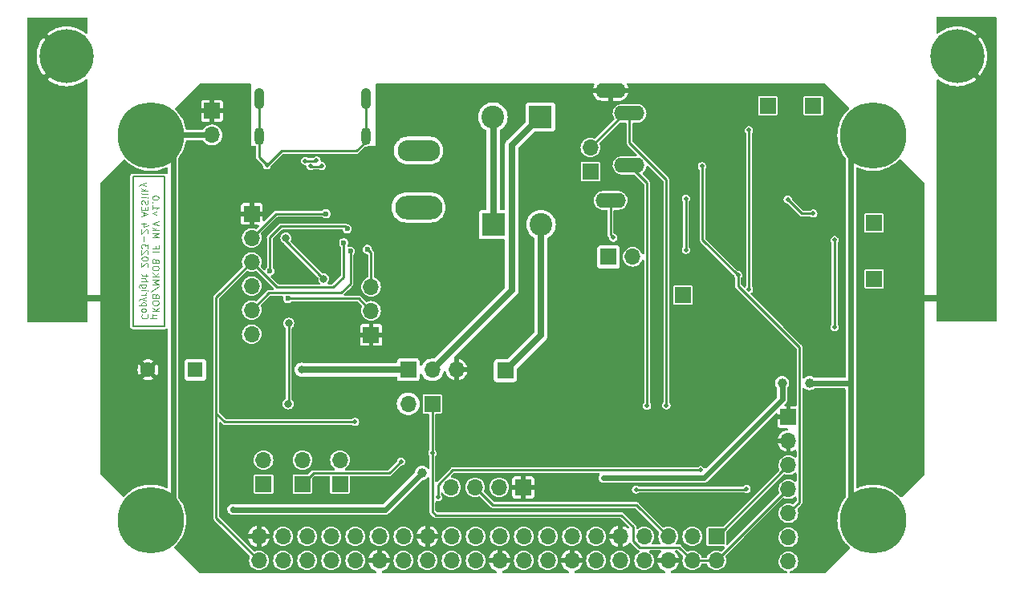
<source format=gbr>
%TF.GenerationSoftware,KiCad,Pcbnew,7.0.2*%
%TF.CreationDate,2024-08-07T09:48:01-07:00*%
%TF.ProjectId,MK-KS-MkV,4d4b2d4b-532d-44d6-9b56-2e6b69636164,1.0*%
%TF.SameCoordinates,PX3a67068PY5e08f30*%
%TF.FileFunction,Copper,L2,Bot*%
%TF.FilePolarity,Positive*%
%FSLAX46Y46*%
G04 Gerber Fmt 4.6, Leading zero omitted, Abs format (unit mm)*
G04 Created by KiCad (PCBNEW 7.0.2) date 2024-08-07 09:48:01*
%MOMM*%
%LPD*%
G01*
G04 APERTURE LIST*
%TA.AperFunction,NonConductor*%
%ADD10C,0.200000*%
%TD*%
%ADD11C,0.087500*%
%TA.AperFunction,NonConductor*%
%ADD12C,0.087500*%
%TD*%
%TA.AperFunction,ComponentPad*%
%ADD13O,1.050000X1.850000*%
%TD*%
%TA.AperFunction,ComponentPad*%
%ADD14O,1.050000X2.250000*%
%TD*%
%TA.AperFunction,ComponentPad*%
%ADD15R,1.700000X1.700000*%
%TD*%
%TA.AperFunction,ComponentPad*%
%ADD16O,1.700000X1.700000*%
%TD*%
%TA.AperFunction,ComponentPad*%
%ADD17O,5.000000X2.500000*%
%TD*%
%TA.AperFunction,ComponentPad*%
%ADD18O,4.500000X2.250000*%
%TD*%
%TA.AperFunction,ComponentPad*%
%ADD19C,4.700000*%
%TD*%
%TA.AperFunction,ConnectorPad*%
%ADD20C,7.000000*%
%TD*%
%TA.AperFunction,ComponentPad*%
%ADD21R,2.400000X2.400000*%
%TD*%
%TA.AperFunction,ComponentPad*%
%ADD22C,2.400000*%
%TD*%
%TA.AperFunction,ComponentPad*%
%ADD23O,3.200000X1.600000*%
%TD*%
%TA.AperFunction,ComponentPad*%
%ADD24C,3.600000*%
%TD*%
%TA.AperFunction,ConnectorPad*%
%ADD25C,5.700000*%
%TD*%
%TA.AperFunction,ComponentPad*%
%ADD26R,1.600000X1.600000*%
%TD*%
%TA.AperFunction,ComponentPad*%
%ADD27C,1.600000*%
%TD*%
%TA.AperFunction,ViaPad*%
%ADD28C,0.500000*%
%TD*%
%TA.AperFunction,ViaPad*%
%ADD29C,0.600000*%
%TD*%
%TA.AperFunction,ViaPad*%
%ADD30C,0.800000*%
%TD*%
%TA.AperFunction,ViaPad*%
%ADD31C,1.000000*%
%TD*%
%TA.AperFunction,Conductor*%
%ADD32C,0.250000*%
%TD*%
%TA.AperFunction,Conductor*%
%ADD33C,0.100000*%
%TD*%
%TA.AperFunction,Conductor*%
%ADD34C,0.700000*%
%TD*%
%TA.AperFunction,Conductor*%
%ADD35C,0.600000*%
%TD*%
G04 APERTURE END LIST*
D10*
X7017000Y-12664500D02*
X10334000Y-12664500D01*
X10334000Y-28537500D01*
X7017000Y-28537500D01*
X7017000Y-12664500D01*
D11*
D12*
X9507333Y-27670833D02*
X8807333Y-27670833D01*
X9140666Y-27337500D02*
X9074000Y-27304166D01*
X9074000Y-27304166D02*
X9040666Y-27237500D01*
X9140666Y-27670833D02*
X9074000Y-27637500D01*
X9074000Y-27637500D02*
X9040666Y-27570833D01*
X9040666Y-27570833D02*
X9040666Y-27437500D01*
X9040666Y-27437500D02*
X9074000Y-27370833D01*
X9074000Y-27370833D02*
X9140666Y-27337500D01*
X9140666Y-27337500D02*
X9507333Y-27337500D01*
X9040666Y-26937500D02*
X9740666Y-26937500D01*
X9040666Y-26537500D02*
X9440666Y-26837500D01*
X9740666Y-26537500D02*
X9340666Y-26937500D01*
X9740666Y-26104167D02*
X9740666Y-25970833D01*
X9740666Y-25970833D02*
X9707333Y-25904167D01*
X9707333Y-25904167D02*
X9640666Y-25837500D01*
X9640666Y-25837500D02*
X9507333Y-25804167D01*
X9507333Y-25804167D02*
X9274000Y-25804167D01*
X9274000Y-25804167D02*
X9140666Y-25837500D01*
X9140666Y-25837500D02*
X9074000Y-25904167D01*
X9074000Y-25904167D02*
X9040666Y-25970833D01*
X9040666Y-25970833D02*
X9040666Y-26104167D01*
X9040666Y-26104167D02*
X9074000Y-26170833D01*
X9074000Y-26170833D02*
X9140666Y-26237500D01*
X9140666Y-26237500D02*
X9274000Y-26270833D01*
X9274000Y-26270833D02*
X9507333Y-26270833D01*
X9507333Y-26270833D02*
X9640666Y-26237500D01*
X9640666Y-26237500D02*
X9707333Y-26170833D01*
X9707333Y-26170833D02*
X9740666Y-26104167D01*
X9407333Y-25270834D02*
X9374000Y-25170834D01*
X9374000Y-25170834D02*
X9340666Y-25137500D01*
X9340666Y-25137500D02*
X9274000Y-25104167D01*
X9274000Y-25104167D02*
X9174000Y-25104167D01*
X9174000Y-25104167D02*
X9107333Y-25137500D01*
X9107333Y-25137500D02*
X9074000Y-25170834D01*
X9074000Y-25170834D02*
X9040666Y-25237500D01*
X9040666Y-25237500D02*
X9040666Y-25504167D01*
X9040666Y-25504167D02*
X9740666Y-25504167D01*
X9740666Y-25504167D02*
X9740666Y-25270834D01*
X9740666Y-25270834D02*
X9707333Y-25204167D01*
X9707333Y-25204167D02*
X9674000Y-25170834D01*
X9674000Y-25170834D02*
X9607333Y-25137500D01*
X9607333Y-25137500D02*
X9540666Y-25137500D01*
X9540666Y-25137500D02*
X9474000Y-25170834D01*
X9474000Y-25170834D02*
X9440666Y-25204167D01*
X9440666Y-25204167D02*
X9407333Y-25270834D01*
X9407333Y-25270834D02*
X9407333Y-25504167D01*
X9774000Y-24304167D02*
X8874000Y-24904167D01*
X9040666Y-24070834D02*
X9740666Y-24070834D01*
X9740666Y-24070834D02*
X9240666Y-23837501D01*
X9240666Y-23837501D02*
X9740666Y-23604167D01*
X9740666Y-23604167D02*
X9040666Y-23604167D01*
X9040666Y-23270834D02*
X9740666Y-23270834D01*
X9040666Y-22870834D02*
X9440666Y-23170834D01*
X9740666Y-22870834D02*
X9340666Y-23270834D01*
X9740666Y-22437501D02*
X9740666Y-22304167D01*
X9740666Y-22304167D02*
X9707333Y-22237501D01*
X9707333Y-22237501D02*
X9640666Y-22170834D01*
X9640666Y-22170834D02*
X9507333Y-22137501D01*
X9507333Y-22137501D02*
X9274000Y-22137501D01*
X9274000Y-22137501D02*
X9140666Y-22170834D01*
X9140666Y-22170834D02*
X9074000Y-22237501D01*
X9074000Y-22237501D02*
X9040666Y-22304167D01*
X9040666Y-22304167D02*
X9040666Y-22437501D01*
X9040666Y-22437501D02*
X9074000Y-22504167D01*
X9074000Y-22504167D02*
X9140666Y-22570834D01*
X9140666Y-22570834D02*
X9274000Y-22604167D01*
X9274000Y-22604167D02*
X9507333Y-22604167D01*
X9507333Y-22604167D02*
X9640666Y-22570834D01*
X9640666Y-22570834D02*
X9707333Y-22504167D01*
X9707333Y-22504167D02*
X9740666Y-22437501D01*
X9407333Y-21604168D02*
X9374000Y-21504168D01*
X9374000Y-21504168D02*
X9340666Y-21470834D01*
X9340666Y-21470834D02*
X9274000Y-21437501D01*
X9274000Y-21437501D02*
X9174000Y-21437501D01*
X9174000Y-21437501D02*
X9107333Y-21470834D01*
X9107333Y-21470834D02*
X9074000Y-21504168D01*
X9074000Y-21504168D02*
X9040666Y-21570834D01*
X9040666Y-21570834D02*
X9040666Y-21837501D01*
X9040666Y-21837501D02*
X9740666Y-21837501D01*
X9740666Y-21837501D02*
X9740666Y-21604168D01*
X9740666Y-21604168D02*
X9707333Y-21537501D01*
X9707333Y-21537501D02*
X9674000Y-21504168D01*
X9674000Y-21504168D02*
X9607333Y-21470834D01*
X9607333Y-21470834D02*
X9540666Y-21470834D01*
X9540666Y-21470834D02*
X9474000Y-21504168D01*
X9474000Y-21504168D02*
X9440666Y-21537501D01*
X9440666Y-21537501D02*
X9407333Y-21604168D01*
X9407333Y-21604168D02*
X9407333Y-21837501D01*
X9040666Y-20604168D02*
X9740666Y-20604168D01*
X9407333Y-20037502D02*
X9407333Y-20270835D01*
X9040666Y-20270835D02*
X9740666Y-20270835D01*
X9740666Y-20270835D02*
X9740666Y-19937502D01*
X9040666Y-19137502D02*
X9740666Y-19137502D01*
X9740666Y-19137502D02*
X9240666Y-18904169D01*
X9240666Y-18904169D02*
X9740666Y-18670835D01*
X9740666Y-18670835D02*
X9040666Y-18670835D01*
X9040666Y-18337502D02*
X9740666Y-18337502D01*
X9307333Y-18270835D02*
X9040666Y-18070835D01*
X9507333Y-18070835D02*
X9240666Y-18337502D01*
X9740666Y-17870835D02*
X9040666Y-17637502D01*
X9040666Y-17637502D02*
X9740666Y-17404168D01*
X9507333Y-16704169D02*
X9040666Y-16537502D01*
X9040666Y-16537502D02*
X9507333Y-16370835D01*
X9040666Y-15737502D02*
X9040666Y-16137502D01*
X9040666Y-15937502D02*
X9740666Y-15937502D01*
X9740666Y-15937502D02*
X9640666Y-16004169D01*
X9640666Y-16004169D02*
X9574000Y-16070836D01*
X9574000Y-16070836D02*
X9540666Y-16137502D01*
X9107333Y-15437502D02*
X9074000Y-15404169D01*
X9074000Y-15404169D02*
X9040666Y-15437502D01*
X9040666Y-15437502D02*
X9074000Y-15470835D01*
X9074000Y-15470835D02*
X9107333Y-15437502D01*
X9107333Y-15437502D02*
X9040666Y-15437502D01*
X9740666Y-14970836D02*
X9740666Y-14904169D01*
X9740666Y-14904169D02*
X9707333Y-14837502D01*
X9707333Y-14837502D02*
X9674000Y-14804169D01*
X9674000Y-14804169D02*
X9607333Y-14770836D01*
X9607333Y-14770836D02*
X9474000Y-14737502D01*
X9474000Y-14737502D02*
X9307333Y-14737502D01*
X9307333Y-14737502D02*
X9174000Y-14770836D01*
X9174000Y-14770836D02*
X9107333Y-14804169D01*
X9107333Y-14804169D02*
X9074000Y-14837502D01*
X9074000Y-14837502D02*
X9040666Y-14904169D01*
X9040666Y-14904169D02*
X9040666Y-14970836D01*
X9040666Y-14970836D02*
X9074000Y-15037502D01*
X9074000Y-15037502D02*
X9107333Y-15070836D01*
X9107333Y-15070836D02*
X9174000Y-15104169D01*
X9174000Y-15104169D02*
X9307333Y-15137502D01*
X9307333Y-15137502D02*
X9474000Y-15137502D01*
X9474000Y-15137502D02*
X9607333Y-15104169D01*
X9607333Y-15104169D02*
X9674000Y-15070836D01*
X9674000Y-15070836D02*
X9707333Y-15037502D01*
X9707333Y-15037502D02*
X9740666Y-14970836D01*
X7973333Y-27270833D02*
X7940000Y-27304166D01*
X7940000Y-27304166D02*
X7906666Y-27404166D01*
X7906666Y-27404166D02*
X7906666Y-27470833D01*
X7906666Y-27470833D02*
X7940000Y-27570833D01*
X7940000Y-27570833D02*
X8006666Y-27637500D01*
X8006666Y-27637500D02*
X8073333Y-27670833D01*
X8073333Y-27670833D02*
X8206666Y-27704166D01*
X8206666Y-27704166D02*
X8306666Y-27704166D01*
X8306666Y-27704166D02*
X8440000Y-27670833D01*
X8440000Y-27670833D02*
X8506666Y-27637500D01*
X8506666Y-27637500D02*
X8573333Y-27570833D01*
X8573333Y-27570833D02*
X8606666Y-27470833D01*
X8606666Y-27470833D02*
X8606666Y-27404166D01*
X8606666Y-27404166D02*
X8573333Y-27304166D01*
X8573333Y-27304166D02*
X8540000Y-27270833D01*
X7906666Y-26870833D02*
X7940000Y-26937500D01*
X7940000Y-26937500D02*
X7973333Y-26970833D01*
X7973333Y-26970833D02*
X8040000Y-27004166D01*
X8040000Y-27004166D02*
X8240000Y-27004166D01*
X8240000Y-27004166D02*
X8306666Y-26970833D01*
X8306666Y-26970833D02*
X8340000Y-26937500D01*
X8340000Y-26937500D02*
X8373333Y-26870833D01*
X8373333Y-26870833D02*
X8373333Y-26770833D01*
X8373333Y-26770833D02*
X8340000Y-26704166D01*
X8340000Y-26704166D02*
X8306666Y-26670833D01*
X8306666Y-26670833D02*
X8240000Y-26637500D01*
X8240000Y-26637500D02*
X8040000Y-26637500D01*
X8040000Y-26637500D02*
X7973333Y-26670833D01*
X7973333Y-26670833D02*
X7940000Y-26704166D01*
X7940000Y-26704166D02*
X7906666Y-26770833D01*
X7906666Y-26770833D02*
X7906666Y-26870833D01*
X8373333Y-26337500D02*
X7673333Y-26337500D01*
X8340000Y-26337500D02*
X8373333Y-26270833D01*
X8373333Y-26270833D02*
X8373333Y-26137500D01*
X8373333Y-26137500D02*
X8340000Y-26070833D01*
X8340000Y-26070833D02*
X8306666Y-26037500D01*
X8306666Y-26037500D02*
X8240000Y-26004167D01*
X8240000Y-26004167D02*
X8040000Y-26004167D01*
X8040000Y-26004167D02*
X7973333Y-26037500D01*
X7973333Y-26037500D02*
X7940000Y-26070833D01*
X7940000Y-26070833D02*
X7906666Y-26137500D01*
X7906666Y-26137500D02*
X7906666Y-26270833D01*
X7906666Y-26270833D02*
X7940000Y-26337500D01*
X8373333Y-25770834D02*
X7906666Y-25604167D01*
X8373333Y-25437500D02*
X7906666Y-25604167D01*
X7906666Y-25604167D02*
X7740000Y-25670834D01*
X7740000Y-25670834D02*
X7706666Y-25704167D01*
X7706666Y-25704167D02*
X7673333Y-25770834D01*
X7906666Y-25170834D02*
X8373333Y-25170834D01*
X8240000Y-25170834D02*
X8306666Y-25137501D01*
X8306666Y-25137501D02*
X8340000Y-25104167D01*
X8340000Y-25104167D02*
X8373333Y-25037501D01*
X8373333Y-25037501D02*
X8373333Y-24970834D01*
X7906666Y-24737501D02*
X8373333Y-24737501D01*
X8606666Y-24737501D02*
X8573333Y-24770834D01*
X8573333Y-24770834D02*
X8540000Y-24737501D01*
X8540000Y-24737501D02*
X8573333Y-24704168D01*
X8573333Y-24704168D02*
X8606666Y-24737501D01*
X8606666Y-24737501D02*
X8540000Y-24737501D01*
X8373333Y-24104168D02*
X7806666Y-24104168D01*
X7806666Y-24104168D02*
X7740000Y-24137501D01*
X7740000Y-24137501D02*
X7706666Y-24170835D01*
X7706666Y-24170835D02*
X7673333Y-24237501D01*
X7673333Y-24237501D02*
X7673333Y-24337501D01*
X7673333Y-24337501D02*
X7706666Y-24404168D01*
X7940000Y-24104168D02*
X7906666Y-24170835D01*
X7906666Y-24170835D02*
X7906666Y-24304168D01*
X7906666Y-24304168D02*
X7940000Y-24370835D01*
X7940000Y-24370835D02*
X7973333Y-24404168D01*
X7973333Y-24404168D02*
X8040000Y-24437501D01*
X8040000Y-24437501D02*
X8240000Y-24437501D01*
X8240000Y-24437501D02*
X8306666Y-24404168D01*
X8306666Y-24404168D02*
X8340000Y-24370835D01*
X8340000Y-24370835D02*
X8373333Y-24304168D01*
X8373333Y-24304168D02*
X8373333Y-24170835D01*
X8373333Y-24170835D02*
X8340000Y-24104168D01*
X7906666Y-23770835D02*
X8606666Y-23770835D01*
X7906666Y-23470835D02*
X8273333Y-23470835D01*
X8273333Y-23470835D02*
X8340000Y-23504168D01*
X8340000Y-23504168D02*
X8373333Y-23570835D01*
X8373333Y-23570835D02*
X8373333Y-23670835D01*
X8373333Y-23670835D02*
X8340000Y-23737502D01*
X8340000Y-23737502D02*
X8306666Y-23770835D01*
X8373333Y-23237502D02*
X8373333Y-22970835D01*
X8606666Y-23137502D02*
X8006666Y-23137502D01*
X8006666Y-23137502D02*
X7940000Y-23104169D01*
X7940000Y-23104169D02*
X7906666Y-23037502D01*
X7906666Y-23037502D02*
X7906666Y-22970835D01*
X8540000Y-22237502D02*
X8573333Y-22204169D01*
X8573333Y-22204169D02*
X8606666Y-22137502D01*
X8606666Y-22137502D02*
X8606666Y-21970836D01*
X8606666Y-21970836D02*
X8573333Y-21904169D01*
X8573333Y-21904169D02*
X8540000Y-21870836D01*
X8540000Y-21870836D02*
X8473333Y-21837502D01*
X8473333Y-21837502D02*
X8406666Y-21837502D01*
X8406666Y-21837502D02*
X8306666Y-21870836D01*
X8306666Y-21870836D02*
X7906666Y-22270836D01*
X7906666Y-22270836D02*
X7906666Y-21837502D01*
X8606666Y-21404169D02*
X8606666Y-21337502D01*
X8606666Y-21337502D02*
X8573333Y-21270835D01*
X8573333Y-21270835D02*
X8540000Y-21237502D01*
X8540000Y-21237502D02*
X8473333Y-21204169D01*
X8473333Y-21204169D02*
X8340000Y-21170835D01*
X8340000Y-21170835D02*
X8173333Y-21170835D01*
X8173333Y-21170835D02*
X8040000Y-21204169D01*
X8040000Y-21204169D02*
X7973333Y-21237502D01*
X7973333Y-21237502D02*
X7940000Y-21270835D01*
X7940000Y-21270835D02*
X7906666Y-21337502D01*
X7906666Y-21337502D02*
X7906666Y-21404169D01*
X7906666Y-21404169D02*
X7940000Y-21470835D01*
X7940000Y-21470835D02*
X7973333Y-21504169D01*
X7973333Y-21504169D02*
X8040000Y-21537502D01*
X8040000Y-21537502D02*
X8173333Y-21570835D01*
X8173333Y-21570835D02*
X8340000Y-21570835D01*
X8340000Y-21570835D02*
X8473333Y-21537502D01*
X8473333Y-21537502D02*
X8540000Y-21504169D01*
X8540000Y-21504169D02*
X8573333Y-21470835D01*
X8573333Y-21470835D02*
X8606666Y-21404169D01*
X8540000Y-20904168D02*
X8573333Y-20870835D01*
X8573333Y-20870835D02*
X8606666Y-20804168D01*
X8606666Y-20804168D02*
X8606666Y-20637502D01*
X8606666Y-20637502D02*
X8573333Y-20570835D01*
X8573333Y-20570835D02*
X8540000Y-20537502D01*
X8540000Y-20537502D02*
X8473333Y-20504168D01*
X8473333Y-20504168D02*
X8406666Y-20504168D01*
X8406666Y-20504168D02*
X8306666Y-20537502D01*
X8306666Y-20537502D02*
X7906666Y-20937502D01*
X7906666Y-20937502D02*
X7906666Y-20504168D01*
X8606666Y-20270835D02*
X8606666Y-19837501D01*
X8606666Y-19837501D02*
X8340000Y-20070835D01*
X8340000Y-20070835D02*
X8340000Y-19970835D01*
X8340000Y-19970835D02*
X8306666Y-19904168D01*
X8306666Y-19904168D02*
X8273333Y-19870835D01*
X8273333Y-19870835D02*
X8206666Y-19837501D01*
X8206666Y-19837501D02*
X8040000Y-19837501D01*
X8040000Y-19837501D02*
X7973333Y-19870835D01*
X7973333Y-19870835D02*
X7940000Y-19904168D01*
X7940000Y-19904168D02*
X7906666Y-19970835D01*
X7906666Y-19970835D02*
X7906666Y-20170835D01*
X7906666Y-20170835D02*
X7940000Y-20237501D01*
X7940000Y-20237501D02*
X7973333Y-20270835D01*
X8173333Y-19537501D02*
X8173333Y-19004168D01*
X8540000Y-18704167D02*
X8573333Y-18670834D01*
X8573333Y-18670834D02*
X8606666Y-18604167D01*
X8606666Y-18604167D02*
X8606666Y-18437501D01*
X8606666Y-18437501D02*
X8573333Y-18370834D01*
X8573333Y-18370834D02*
X8540000Y-18337501D01*
X8540000Y-18337501D02*
X8473333Y-18304167D01*
X8473333Y-18304167D02*
X8406666Y-18304167D01*
X8406666Y-18304167D02*
X8306666Y-18337501D01*
X8306666Y-18337501D02*
X7906666Y-18737501D01*
X7906666Y-18737501D02*
X7906666Y-18304167D01*
X8373333Y-17704167D02*
X7906666Y-17704167D01*
X8640000Y-17870834D02*
X8140000Y-18037500D01*
X8140000Y-18037500D02*
X8140000Y-17604167D01*
X8106666Y-16837500D02*
X8106666Y-16504167D01*
X7906666Y-16904167D02*
X8606666Y-16670834D01*
X8606666Y-16670834D02*
X7906666Y-16437500D01*
X8273333Y-16204167D02*
X8273333Y-15970834D01*
X7906666Y-15870834D02*
X7906666Y-16204167D01*
X7906666Y-16204167D02*
X8606666Y-16204167D01*
X8606666Y-16204167D02*
X8606666Y-15870834D01*
X7940000Y-15604167D02*
X7906666Y-15504167D01*
X7906666Y-15504167D02*
X7906666Y-15337501D01*
X7906666Y-15337501D02*
X7940000Y-15270834D01*
X7940000Y-15270834D02*
X7973333Y-15237501D01*
X7973333Y-15237501D02*
X8040000Y-15204167D01*
X8040000Y-15204167D02*
X8106666Y-15204167D01*
X8106666Y-15204167D02*
X8173333Y-15237501D01*
X8173333Y-15237501D02*
X8206666Y-15270834D01*
X8206666Y-15270834D02*
X8240000Y-15337501D01*
X8240000Y-15337501D02*
X8273333Y-15470834D01*
X8273333Y-15470834D02*
X8306666Y-15537501D01*
X8306666Y-15537501D02*
X8340000Y-15570834D01*
X8340000Y-15570834D02*
X8406666Y-15604167D01*
X8406666Y-15604167D02*
X8473333Y-15604167D01*
X8473333Y-15604167D02*
X8540000Y-15570834D01*
X8540000Y-15570834D02*
X8573333Y-15537501D01*
X8573333Y-15537501D02*
X8606666Y-15470834D01*
X8606666Y-15470834D02*
X8606666Y-15304167D01*
X8606666Y-15304167D02*
X8573333Y-15204167D01*
X7906666Y-14904167D02*
X8373333Y-14904167D01*
X8606666Y-14904167D02*
X8573333Y-14937500D01*
X8573333Y-14937500D02*
X8540000Y-14904167D01*
X8540000Y-14904167D02*
X8573333Y-14870834D01*
X8573333Y-14870834D02*
X8606666Y-14904167D01*
X8606666Y-14904167D02*
X8540000Y-14904167D01*
X7906666Y-14470834D02*
X7940000Y-14537501D01*
X7940000Y-14537501D02*
X8006666Y-14570834D01*
X8006666Y-14570834D02*
X8606666Y-14570834D01*
X7906666Y-14204167D02*
X8606666Y-14204167D01*
X8173333Y-14137500D02*
X7906666Y-13937500D01*
X8373333Y-13937500D02*
X8106666Y-14204167D01*
X8373333Y-13704167D02*
X7906666Y-13537500D01*
X8373333Y-13370833D02*
X7906666Y-13537500D01*
X7906666Y-13537500D02*
X7740000Y-13604167D01*
X7740000Y-13604167D02*
X7706666Y-13637500D01*
X7706666Y-13637500D02*
X7673333Y-13704167D01*
D13*
%TO.P,J4,SH1,SHIELD*%
%TO.N,Net-(J4-SHIELD-PadSH1)*%
X31567000Y-8432000D03*
%TO.P,J4,SH2,SHIELD*%
X20327000Y-8432000D03*
D14*
%TO.P,J4,SH3,SHIELD*%
X31567000Y-4432000D03*
%TO.P,J4,SH4,SHIELD*%
X20327000Y-4432000D03*
%TD*%
D15*
%TO.P,OP1,1,A*%
%TO.N,/LPI_P*%
X36075000Y-33100000D03*
D16*
%TO.P,OP1,2,C*%
%TO.N,/LOOP_PWR*%
X38615000Y-33100000D03*
%TO.P,OP1,3,B*%
%TO.N,GND*%
X41155000Y-33100000D03*
%TD*%
D15*
%TO.P,TP7,1,Pin_1*%
%TO.N,/OFFSET_REF_V*%
X65046000Y-25223000D03*
%TD*%
%TO.P,TP9,1,Pin_1*%
%TO.N,/LP2*%
X46300000Y-33200000D03*
%TD*%
D17*
%TO.P,J2,1,In*%
%TO.N,/LPI_A*%
X37150000Y-15950000D03*
D18*
%TO.P,J2,2,Ext*%
%TO.N,/LPI_B*%
X37150000Y-9950000D03*
%TD*%
D19*
%TO.P,SHLD-1,1,1*%
%TO.N,Earth*%
X8894000Y-8346000D03*
D20*
X8894000Y-8346000D03*
%TD*%
D15*
%TO.P,JP1,1,A*%
%TO.N,/SNDR_EN*%
X24900000Y-45175000D03*
D16*
%TO.P,JP1,2,B*%
%TO.N,/RTS*%
X24900000Y-42635000D03*
%TD*%
D21*
%TO.P,ST1,1,Pin_1*%
%TO.N,/LOOP_PWR*%
X50000000Y-6400000D03*
D22*
%TO.P,ST1,2,Pin_2*%
%TO.N,/LP1*%
X45000000Y-6400000D03*
%TD*%
D15*
%TO.P,JP6,1,A*%
%TO.N,GND*%
X15357000Y-5769000D03*
D16*
%TO.P,JP6,2,B*%
%TO.N,Earth*%
X15357000Y-8309000D03*
%TD*%
D15*
%TO.P,TP8,1,Pin_1*%
%TO.N,/SNDR_EN-*%
X85200000Y-23500000D03*
%TD*%
D23*
%TO.P,J3,1*%
%TO.N,GND*%
X57409000Y-3613000D03*
%TO.P,J3,2*%
%TO.N,/KEY_PDL_DOT-*%
X59409000Y-6013000D03*
%TO.P,J3,3*%
%TO.N,/PDL_DASH-*%
X59409000Y-11513000D03*
%TO.P,J3,4*%
%TO.N,/KOB_KEY-*%
X57409000Y-15213000D03*
%TD*%
D15*
%TO.P,TP6,1,Pin_1*%
%TO.N,/LOOP_STATE*%
X78800000Y-5200000D03*
%TD*%
D19*
%TO.P,SHLD-4,1,1*%
%TO.N,Earth*%
X8894000Y-48986000D03*
D20*
X8894000Y-48986000D03*
%TD*%
D24*
%TO.P,M_KSI1,1,1*%
%TO.N,GND*%
X0Y0D03*
D25*
X0Y0D03*
%TD*%
D15*
%TO.P,TP10,1,Pin_1*%
%TO.N,/KOB_KEY-*%
X85200000Y-17600000D03*
%TD*%
%TO.P,JP2,1,A*%
%TO.N,+5V*%
X20800000Y-45175000D03*
D16*
%TO.P,JP2,2,B*%
%TO.N,Net-(D3-K)*%
X20800000Y-42635000D03*
%TD*%
D15*
%TO.P,J7,1,Pin_1*%
%TO.N,GND*%
X32148020Y-29411428D03*
D16*
%TO.P,J7,2,Pin_2*%
%TO.N,Net-(J7-Pin_2)*%
X32148020Y-26871428D03*
%TO.P,J7,3,Pin_3*%
%TO.N,Net-(J7-Pin_3)*%
X32148020Y-24331428D03*
%TD*%
D15*
%TO.P,J6,1,Pin_1*%
%TO.N,GND*%
X48200000Y-45525000D03*
D16*
%TO.P,J6,2,Pin_2*%
%TO.N,+3.3V*%
X45660000Y-45525000D03*
%TO.P,J6,3,Pin_3*%
%TO.N,/SCL*%
X43120000Y-45525000D03*
%TO.P,J6,4,Pin_4*%
%TO.N,/SDA*%
X40580000Y-45525000D03*
%TD*%
D15*
%TO.P,TP5,1,Pin_1*%
%TO.N,/SNDR_EN*%
X74000000Y-5200000D03*
%TD*%
%TO.P,OP2,1,Pin_1*%
%TO.N,+5V*%
X38600000Y-36700000D03*
D16*
%TO.P,OP2,2,Pin_2*%
%TO.N,/LPI_P*%
X36060000Y-36700000D03*
%TD*%
D15*
%TO.P,J8,1,Pin_1*%
%TO.N,GND*%
X19548020Y-16636428D03*
D16*
%TO.P,J8,2,Pin_2*%
%TO.N,/DASH-*%
X19548020Y-19176428D03*
%TO.P,J8,3,Pin_3*%
%TO.N,/DOT-*%
X19548020Y-21716428D03*
%TO.P,J8,4,Pin_4*%
%TO.N,/DCD-*%
X19548020Y-24256428D03*
%TO.P,J8,5,Pin_5*%
%TO.N,/RI-*%
X19548020Y-26796428D03*
%TO.P,J8,6,Pin_6*%
%TO.N,/DTR-*%
X19548020Y-29336428D03*
%TD*%
D24*
%TO.P,M_KSI2,1,1*%
%TO.N,GND*%
X93980000Y0D03*
D25*
X93980000Y0D03*
%TD*%
D15*
%TO.P,JP5,1,A*%
%TO.N,/LP1*%
X57195000Y-21181000D03*
D16*
%TO.P,JP5,2,B*%
%TO.N,Net-(JP5-B)*%
X59735000Y-21181000D03*
%TD*%
D15*
%TO.P,JP4,1,A*%
%TO.N,/KOB_KEY-*%
X55279000Y-12172000D03*
D16*
%TO.P,JP4,2,B*%
%TO.N,/KEY_PDL_DOT-*%
X55279000Y-9632000D03*
%TD*%
D19*
%TO.P,SHLD-3,1,1*%
%TO.N,Earth*%
X85094000Y-48986000D03*
D20*
X85094000Y-48986000D03*
%TD*%
D21*
%TO.P,ST2,1,Pin_1*%
%TO.N,/LP1*%
X45068000Y-17766000D03*
D22*
%TO.P,ST2,2,Pin_2*%
%TO.N,/LP2*%
X50068000Y-17766000D03*
%TD*%
D19*
%TO.P,SHLD-2,1,1*%
%TO.N,Earth*%
X85094000Y-8346000D03*
D20*
X85094000Y-8346000D03*
%TD*%
D15*
%TO.P,JP3,1,A*%
%TO.N,+3.3V*%
X28850000Y-45175000D03*
D16*
%TO.P,JP3,2,B*%
%TO.N,/V3.3I*%
X28850000Y-42635000D03*
%TD*%
D26*
%TO.P,C4,1*%
%TO.N,/LPI_P*%
X13602651Y-33100000D03*
D27*
%TO.P,C4,2*%
%TO.N,GND*%
X8602651Y-33100000D03*
%TD*%
D15*
%TO.P,J1,1,Pin_1*%
%TO.N,GND*%
X76174600Y-38093200D03*
D16*
%TO.P,J1,2,Pin_2*%
X76174600Y-40633200D03*
%TO.P,J1,3,Pin_3*%
%TO.N,+3.3V*%
X76174600Y-43173200D03*
%TO.P,J1,4,Pin_4*%
%TO.N,+5V*%
X76174600Y-45713200D03*
%TO.P,J1,5,Pin_5*%
%TO.N,/SNDR_EN*%
X76174600Y-48253200D03*
%TO.P,J1,6,Pin_6*%
%TO.N,/DOT-*%
X76174600Y-50793200D03*
%TO.P,J1,7,Pin_7*%
%TO.N,/DASH-*%
X76174600Y-53333200D03*
%TD*%
D15*
%TO.P,J5,1,P3V3*%
%TO.N,+3.3V*%
X68561600Y-50705200D03*
D16*
%TO.P,J5,2,P5V*%
%TO.N,+5V*%
X68561600Y-53245200D03*
%TO.P,J5,3,BCM2*%
%TO.N,/SDA*%
X66021600Y-50705200D03*
%TO.P,J5,4,P5V*%
%TO.N,+5V*%
X66021600Y-53245200D03*
%TO.P,J5,5,BCM3*%
%TO.N,/SCL*%
X63481600Y-50705200D03*
%TO.P,J5,6,GND*%
%TO.N,GND*%
X63481600Y-53245200D03*
%TO.P,J5,7,BCM4*%
%TO.N,unconnected-(J5-BCM4-Pad7)*%
X60941600Y-50705200D03*
%TO.P,J5,8,BCM14*%
%TO.N,unconnected-(J5-BCM14-Pad8)*%
X60941600Y-53245200D03*
%TO.P,J5,9,GND*%
%TO.N,GND*%
X58401600Y-50705200D03*
%TO.P,J5,10,BCM15*%
%TO.N,unconnected-(J5-BCM15-Pad10)*%
X58401600Y-53245200D03*
%TO.P,J5,11,BCM17*%
%TO.N,unconnected-(J5-BCM17-Pad11)*%
X55861600Y-50705200D03*
%TO.P,J5,12,BCM18*%
%TO.N,unconnected-(J5-BCM18-Pad12)*%
X55861600Y-53245200D03*
%TO.P,J5,13,BCM27*%
%TO.N,unconnected-(J5-BCM27-Pad13)*%
X53321600Y-50705200D03*
%TO.P,J5,14,GND*%
%TO.N,GND*%
X53321600Y-53245200D03*
%TO.P,J5,15,BCM22*%
%TO.N,unconnected-(J5-BCM22-Pad15)*%
X50781600Y-50705200D03*
%TO.P,J5,16,BCM23*%
%TO.N,unconnected-(J5-BCM23-Pad16)*%
X50781600Y-53245200D03*
%TO.P,J5,17,P3V3*%
%TO.N,unconnected-(J5-P3V3-Pad17)*%
X48241600Y-50705200D03*
%TO.P,J5,18,BCM24*%
%TO.N,unconnected-(J5-BCM24-Pad18)*%
X48241600Y-53245200D03*
%TO.P,J5,19,BCM10*%
%TO.N,unconnected-(J5-BCM10-Pad19)*%
X45701600Y-50705200D03*
%TO.P,J5,20,GND*%
%TO.N,GND*%
X45701600Y-53245200D03*
%TO.P,J5,21,BCM9*%
%TO.N,unconnected-(J5-BCM9-Pad21)*%
X43161600Y-50705200D03*
%TO.P,J5,22,BCM25*%
%TO.N,unconnected-(J5-BCM25-Pad22)*%
X43161600Y-53245200D03*
%TO.P,J5,23,BCM11*%
%TO.N,unconnected-(J5-BCM11-Pad23)*%
X40621600Y-50705200D03*
%TO.P,J5,24,BCM8*%
%TO.N,unconnected-(J5-BCM8-Pad24)*%
X40621600Y-53245200D03*
%TO.P,J5,25,GND*%
%TO.N,GND*%
X38081600Y-50705200D03*
%TO.P,J5,26,BCM7*%
%TO.N,unconnected-(J5-BCM7-Pad26)*%
X38081600Y-53245200D03*
%TO.P,J5,27,BCM0*%
%TO.N,unconnected-(J5-BCM0-Pad27)*%
X35541600Y-50705200D03*
%TO.P,J5,28,BCM1*%
%TO.N,unconnected-(J5-BCM1-Pad28)*%
X35541600Y-53245200D03*
%TO.P,J5,29,BCM5*%
%TO.N,unconnected-(J5-BCM5-Pad29)*%
X33001600Y-50705200D03*
%TO.P,J5,30,GND*%
%TO.N,GND*%
X33001600Y-53245200D03*
%TO.P,J5,31,BCM6*%
%TO.N,unconnected-(J5-BCM6-Pad31)*%
X30461600Y-50705200D03*
%TO.P,J5,32,BCM12*%
%TO.N,unconnected-(J5-BCM12-Pad32)*%
X30461600Y-53245200D03*
%TO.P,J5,33,BCM13*%
%TO.N,unconnected-(J5-BCM13-Pad33)*%
X27921600Y-50705200D03*
%TO.P,J5,34,GND*%
%TO.N,unconnected-(J5-GND-Pad34)*%
X27921600Y-53245200D03*
%TO.P,J5,35,BCM19*%
%TO.N,unconnected-(J5-BCM19-Pad35)*%
X25381600Y-50705200D03*
%TO.P,J5,36,BCM16*%
%TO.N,unconnected-(J5-BCM16-Pad36)*%
X25381600Y-53245200D03*
%TO.P,J5,37,BCM26*%
%TO.N,/SNDR_EN*%
X22841600Y-50705200D03*
%TO.P,J5,38,BCM20*%
%TO.N,/DASH-*%
X22841600Y-53245200D03*
%TO.P,J5,39,GND*%
%TO.N,GND*%
X20301600Y-50705200D03*
%TO.P,J5,40,BCM21*%
%TO.N,/DOT-*%
X20301600Y-53245200D03*
%TD*%
D28*
%TO.N,GND*%
X32300000Y-35420000D03*
X23968020Y-17276428D03*
X24078020Y-22656428D03*
X20880000Y-35370000D03*
X70000000Y-17460000D03*
D29*
X95385000Y-25541000D03*
D28*
X8880000Y-35320000D03*
X27425000Y-35281000D03*
D29*
X-1197000Y-25576000D03*
D28*
X35170000Y-44420000D03*
X43490000Y-47440000D03*
D29*
X6168000Y-25537000D03*
D28*
X73191000Y-47427000D03*
X28848020Y-16906428D03*
X86450000Y-13800000D03*
X71030000Y-11180000D03*
X75300000Y-11160000D03*
D29*
X88020000Y-25580000D03*
D28*
X32360000Y-41290000D03*
X30948020Y-21486428D03*
X81270000Y-13800000D03*
%TO.N,+5V*%
X72000000Y-7800000D03*
X72000000Y-24600000D03*
X38600000Y-41900000D03*
%TO.N,+3.3V*%
X81050000Y-19400000D03*
X81050000Y-28600000D03*
%TO.N,/SNDR_EN*%
X70850000Y-23100000D03*
X67050000Y-11600000D03*
X60100000Y-45750000D03*
X35290000Y-42800000D03*
X71750000Y-45700000D03*
%TO.N,/PDL_DASH-*%
X61250000Y-36900000D03*
%TO.N,/KEY_PDL_DOT-*%
X63300000Y-36850000D03*
D30*
%TO.N,/LPI_P*%
X24800000Y-33100000D03*
%TO.N,/V5I*%
X23400000Y-36700000D03*
X23448020Y-28186428D03*
%TO.N,/V3.3I*%
X27148020Y-23486428D03*
X23148020Y-19186428D03*
D28*
%TO.N,/LOOP_STATE*%
X65350000Y-15050000D03*
X65350000Y-20450000D03*
%TO.N,/DASH-*%
X39200000Y-46575000D03*
X66900000Y-43700000D03*
D29*
X27375467Y-16613875D03*
D28*
%TO.N,/DOT-*%
X30450000Y-38600000D03*
D29*
X29248020Y-19686428D03*
D28*
%TO.N,Net-(D9-K)*%
X76100000Y-15100000D03*
X78800000Y-16600000D03*
%TO.N,/KOB_KEY-*%
X57700000Y-19150000D03*
%TO.N,Net-(J4-SHIELD-PadSH1)*%
X21148020Y-11486428D03*
%TO.N,Net-(J4-D+-PadA6)*%
X25198020Y-11036428D03*
X26384730Y-11012195D03*
%TO.N,Net-(J4-D--PadA7)*%
X26938020Y-11576428D03*
X25748020Y-11586428D03*
D29*
%TO.N,Net-(J7-Pin_2)*%
X23348020Y-25586428D03*
%TO.N,Net-(J7-Pin_3)*%
X31752000Y-20386428D03*
%TO.N,/DCD-*%
X21448020Y-22686428D03*
X29618020Y-18216428D03*
%TO.N,/RI-*%
X29948020Y-20586428D03*
D31*
%TO.N,Earth*%
X75500000Y-34500000D03*
D28*
X17521000Y-47820000D03*
D31*
X37500000Y-44000000D03*
D28*
X56700000Y-44500000D03*
D31*
X78400000Y-34500000D03*
%TD*%
D32*
%TO.N,Net-(J4-SHIELD-PadSH1)*%
X20327000Y-8432000D02*
X20327000Y-4432000D01*
X21148020Y-11486428D02*
X20327000Y-10665408D01*
X20327000Y-10665408D02*
X20327000Y-8432000D01*
X31568020Y-9014980D02*
X31568020Y-4286428D01*
X30618000Y-9965000D02*
X31568020Y-9014980D01*
X22669448Y-9965000D02*
X30618000Y-9965000D01*
X21148020Y-11486428D02*
X22669448Y-9965000D01*
D33*
%TO.N,GND*%
X88059000Y-25541000D02*
X88020000Y-25580000D01*
D34*
X95385000Y-25541000D02*
X88059000Y-25541000D01*
D33*
X-1158000Y-25537000D02*
X-1197000Y-25576000D01*
D34*
X6168000Y-25537000D02*
X-1158000Y-25537000D01*
D32*
%TO.N,+5V*%
X66021600Y-53245200D02*
X68561600Y-53245200D01*
X68561600Y-53245200D02*
X76093600Y-45713200D01*
X64636600Y-51860200D02*
X66021600Y-53245200D01*
X38970111Y-48455000D02*
X58558000Y-48455000D01*
X58558000Y-48455000D02*
X59786600Y-49683600D01*
X38600000Y-36700000D02*
X38600000Y-48084889D01*
X60463183Y-51860200D02*
X64636600Y-51860200D01*
X72000000Y-7800000D02*
X72000000Y-24600000D01*
X59786600Y-51183617D02*
X60463183Y-51860200D01*
X59786600Y-49683600D02*
X59786600Y-51183617D01*
X38600000Y-48084889D02*
X38970111Y-48455000D01*
%TO.N,+3.3V*%
X81050000Y-19400000D02*
X81050000Y-28600000D01*
X68642600Y-50705200D02*
X76174600Y-43173200D01*
%TO.N,/SNDR_EN*%
X70850000Y-24234889D02*
X70850000Y-23100000D01*
X60100000Y-45750000D02*
X71700000Y-45750000D01*
X67100000Y-19350000D02*
X70850000Y-23100000D01*
X67100000Y-11650000D02*
X67100000Y-19350000D01*
X35290000Y-42800000D02*
X34070000Y-44020000D01*
X76174600Y-48253200D02*
X77329600Y-47098200D01*
X77329600Y-30714489D02*
X70850000Y-24234889D01*
X26055000Y-44020000D02*
X24900000Y-45175000D01*
X77329600Y-47098200D02*
X77329600Y-30714489D01*
X71700000Y-45750000D02*
X71750000Y-45700000D01*
X67050000Y-11600000D02*
X67100000Y-11650000D01*
X34070000Y-44020000D02*
X26055000Y-44020000D01*
%TO.N,/PDL_DASH-*%
X61250000Y-13354000D02*
X59409000Y-11513000D01*
X61250000Y-36900000D02*
X61250000Y-13354000D01*
%TO.N,/KEY_PDL_DOT-*%
X63300000Y-13041294D02*
X59409000Y-9150294D01*
X59409000Y-9150294D02*
X59409000Y-6013000D01*
X58898000Y-6013000D02*
X55279000Y-9632000D01*
X63300000Y-36850000D02*
X63300000Y-13041294D01*
%TO.N,/SCL*%
X60157400Y-47381000D02*
X44976000Y-47381000D01*
X44976000Y-47381000D02*
X43120000Y-45525000D01*
X63481600Y-50705200D02*
X60157400Y-47381000D01*
D34*
%TO.N,/LPI_P*%
X24800000Y-33100000D02*
X36075000Y-33100000D01*
D32*
%TO.N,/V5I*%
X23450000Y-28200000D02*
X23450000Y-36650000D01*
X23450000Y-36650000D02*
X23400000Y-36700000D01*
%TO.N,/V3.3I*%
X23148020Y-19486428D02*
X27148020Y-23486428D01*
X23148020Y-19186428D02*
X23148020Y-19486428D01*
%TO.N,/LOOP_STATE*%
X65350000Y-20450000D02*
X65350000Y-15050000D01*
%TO.N,/DASH-*%
X27375467Y-16613875D02*
X22110573Y-16613875D01*
X39200000Y-45271583D02*
X40771583Y-43700000D01*
X39200000Y-46575000D02*
X39200000Y-45271583D01*
X40771583Y-43700000D02*
X66900000Y-43700000D01*
X22110573Y-16613875D02*
X19548020Y-19176428D01*
%TO.N,/DOT-*%
X19548020Y-21716428D02*
X15800000Y-25464448D01*
X29248020Y-23286428D02*
X29248020Y-23336428D01*
X15800000Y-25464448D02*
X15800000Y-37700000D01*
X29248020Y-19686428D02*
X29248020Y-23286428D01*
X16700000Y-38600000D02*
X15800000Y-37700000D01*
X28148020Y-24386428D02*
X22218020Y-24386428D01*
X15800000Y-48743600D02*
X20301600Y-53245200D01*
X29198020Y-23336428D02*
X28148020Y-24386428D01*
X29248020Y-23336428D02*
X29198020Y-23336428D01*
X30450000Y-38600000D02*
X16700000Y-38600000D01*
X15800000Y-37700000D02*
X15800000Y-48743600D01*
X22218020Y-24386428D02*
X19548020Y-21716428D01*
%TO.N,Net-(D9-K)*%
X77600000Y-16600000D02*
X76100000Y-15100000D01*
X78800000Y-16600000D02*
X77600000Y-16600000D01*
D34*
%TO.N,/LP2*%
X50048000Y-17856000D02*
X50048000Y-29452000D01*
X50048000Y-29452000D02*
X46300000Y-33200000D01*
%TO.N,/LOOP_PWR*%
X46979000Y-24736000D02*
X46979000Y-9351000D01*
X46979000Y-9351000D02*
X50020000Y-6310000D01*
X38615000Y-33100000D02*
X46979000Y-24736000D01*
D32*
%TO.N,/KOB_KEY-*%
X57700000Y-19150000D02*
X57409000Y-18859000D01*
X57409000Y-18859000D02*
X57409000Y-15213000D01*
%TO.N,Net-(J4-D+-PadA6)*%
X25203020Y-11031428D02*
X25198020Y-11036428D01*
X26384730Y-11012195D02*
X26365497Y-11031428D01*
X26365497Y-11031428D02*
X25203020Y-11031428D01*
%TO.N,Net-(J4-D--PadA7)*%
X25803020Y-11641428D02*
X25748020Y-11586428D01*
X26938020Y-11576428D02*
X26873020Y-11641428D01*
X26873020Y-11641428D02*
X25803020Y-11641428D01*
%TO.N,Net-(J7-Pin_2)*%
X30863020Y-25586428D02*
X32148020Y-26871428D01*
X23348020Y-25586428D02*
X30863020Y-25586428D01*
%TO.N,Net-(J7-Pin_3)*%
X31752000Y-20386428D02*
X32118518Y-20752946D01*
X32118518Y-20752946D02*
X32118518Y-24301926D01*
%TO.N,/DCD-*%
X29618020Y-18216428D02*
X29368020Y-17966428D01*
X22618020Y-17966428D02*
X21448020Y-19136428D01*
X29368020Y-17966428D02*
X22618020Y-17966428D01*
X21448020Y-19136428D02*
X21448020Y-22686428D01*
%TO.N,/RI-*%
X21363020Y-24981428D02*
X19548020Y-26796428D01*
X28953020Y-24981428D02*
X21363020Y-24981428D01*
X29948020Y-20586428D02*
X29948020Y-23986428D01*
X29948020Y-23986428D02*
X28953020Y-24981428D01*
D34*
%TO.N,/LP1*%
X45020000Y-6310000D02*
X45020000Y-17828000D01*
D35*
%TO.N,Earth*%
X85094000Y-48986000D02*
X82744001Y-46636001D01*
X56700000Y-44500000D02*
X67231371Y-44500000D01*
X75500000Y-36231371D02*
X75500000Y-34500000D01*
X82744001Y-46636001D02*
X82744001Y-34400000D01*
X11243999Y-46636001D02*
X11243999Y-10695999D01*
X33643000Y-47857000D02*
X37500000Y-44000000D01*
X67231371Y-44500000D02*
X75500000Y-36231371D01*
X78400000Y-34500000D02*
X82644001Y-34500000D01*
X17558000Y-47857000D02*
X33643000Y-47857000D01*
X8894000Y-48986000D02*
X11243999Y-46636001D01*
X15357000Y-8309000D02*
X8931000Y-8309000D01*
X82744001Y-34400000D02*
X82744001Y-10695999D01*
X17521000Y-47820000D02*
X17558000Y-47857000D01*
X11243999Y-10695999D02*
X8894000Y-8346000D01*
X82644001Y-34500000D02*
X82744001Y-34400000D01*
X82744001Y-10695999D02*
X85094000Y-8346000D01*
%TD*%
%TA.AperFunction,Conductor*%
%TO.N,GND*%
G36*
X19421039Y-2850685D02*
G01*
X19466794Y-2903489D01*
X19478000Y-2955000D01*
X19478000Y-9433000D01*
X19897500Y-9433000D01*
X19964539Y-9452685D01*
X20010294Y-9505489D01*
X20021500Y-9557000D01*
X20021500Y-10595349D01*
X20018722Y-10612378D01*
X20021368Y-10669608D01*
X20021500Y-10675334D01*
X20021500Y-10694625D01*
X20023202Y-10709292D01*
X20024463Y-10736564D01*
X20027402Y-10743220D01*
X20035856Y-10770519D01*
X20037194Y-10777676D01*
X20037195Y-10777679D01*
X20046132Y-10792112D01*
X20051564Y-10800885D01*
X20059571Y-10816076D01*
X20070597Y-10841048D01*
X20075743Y-10846194D01*
X20093489Y-10868597D01*
X20097322Y-10874787D01*
X20117018Y-10889661D01*
X20119103Y-10891235D01*
X20132057Y-10902508D01*
X20683425Y-11453876D01*
X20716910Y-11515199D01*
X20718482Y-11523910D01*
X20730710Y-11608961D01*
X20771812Y-11698961D01*
X20782136Y-11721567D01*
X20863203Y-11815124D01*
X20967345Y-11882052D01*
X21086123Y-11916928D01*
X21209917Y-11916928D01*
X21328695Y-11882052D01*
X21432837Y-11815124D01*
X21513904Y-11721567D01*
X21565329Y-11608961D01*
X21577558Y-11523907D01*
X21606583Y-11460352D01*
X21612601Y-11453888D01*
X22030062Y-11036427D01*
X24763093Y-11036427D01*
X24780710Y-11158961D01*
X24832136Y-11271567D01*
X24899386Y-11349179D01*
X24913203Y-11365124D01*
X25017345Y-11432052D01*
X25136123Y-11466928D01*
X25188465Y-11466928D01*
X25255504Y-11486613D01*
X25301259Y-11539417D01*
X25311203Y-11573281D01*
X25330710Y-11708961D01*
X25370066Y-11795138D01*
X25382136Y-11821567D01*
X25463203Y-11915124D01*
X25567345Y-11982052D01*
X25686123Y-12016928D01*
X25809917Y-12016928D01*
X25928695Y-11982052D01*
X25952719Y-11966612D01*
X26019758Y-11946928D01*
X26681842Y-11946928D01*
X26748879Y-11966611D01*
X26757345Y-11972052D01*
X26876123Y-12006928D01*
X26999917Y-12006928D01*
X27118695Y-11972052D01*
X27222837Y-11905124D01*
X27303904Y-11811567D01*
X27355329Y-11698961D01*
X27372947Y-11576428D01*
X27355329Y-11453895D01*
X27355320Y-11453876D01*
X27314166Y-11363760D01*
X27303904Y-11341289D01*
X27226632Y-11252112D01*
X27222838Y-11247733D01*
X27222837Y-11247732D01*
X27118695Y-11180804D01*
X26999917Y-11145928D01*
X26943533Y-11145928D01*
X26876494Y-11126243D01*
X26830739Y-11073439D01*
X26824423Y-11029521D01*
X26822194Y-11029842D01*
X26802039Y-10889661D01*
X26776612Y-10833984D01*
X26750614Y-10777056D01*
X26669547Y-10683499D01*
X26565405Y-10616571D01*
X26446627Y-10581695D01*
X26322833Y-10581695D01*
X26204055Y-10616571D01*
X26084914Y-10693138D01*
X26084839Y-10693022D01*
X26041456Y-10720904D01*
X26006519Y-10725928D01*
X25547561Y-10725928D01*
X25480522Y-10706244D01*
X25445130Y-10683499D01*
X25378695Y-10640804D01*
X25259917Y-10605928D01*
X25136123Y-10605928D01*
X25017345Y-10640804D01*
X24913201Y-10707733D01*
X24832136Y-10801288D01*
X24780710Y-10913894D01*
X24763093Y-11036427D01*
X22030062Y-11036427D01*
X22759671Y-10306818D01*
X22820994Y-10273334D01*
X22847352Y-10270500D01*
X30547939Y-10270500D01*
X30564965Y-10273277D01*
X30575060Y-10272810D01*
X30575062Y-10272811D01*
X30620036Y-10270732D01*
X30622202Y-10270632D01*
X30627927Y-10270500D01*
X30647220Y-10270500D01*
X30661894Y-10268796D01*
X30689156Y-10267537D01*
X30695813Y-10264597D01*
X30723122Y-10256141D01*
X30730271Y-10254805D01*
X30753482Y-10240432D01*
X30768661Y-10232431D01*
X30793640Y-10221403D01*
X30798786Y-10216256D01*
X30821188Y-10198511D01*
X30827379Y-10194678D01*
X30843832Y-10172888D01*
X30855095Y-10159945D01*
X30942779Y-10072261D01*
X34549500Y-10072261D01*
X34589748Y-10313459D01*
X34669142Y-10544727D01*
X34669144Y-10544731D01*
X34669145Y-10544733D01*
X34783684Y-10756383D01*
X34785530Y-10759793D01*
X34891873Y-10896421D01*
X34935719Y-10952754D01*
X35115623Y-11118368D01*
X35320333Y-11252111D01*
X35544264Y-11350336D01*
X35781308Y-11410364D01*
X35963971Y-11425500D01*
X35966541Y-11425500D01*
X38333459Y-11425500D01*
X38336029Y-11425500D01*
X38518692Y-11410364D01*
X38755736Y-11350336D01*
X38979667Y-11252111D01*
X39184377Y-11118368D01*
X39364281Y-10952754D01*
X39514473Y-10759788D01*
X39630855Y-10544733D01*
X39710252Y-10313455D01*
X39750500Y-10072263D01*
X39750500Y-9827737D01*
X39710252Y-9586545D01*
X39710251Y-9586544D01*
X39710251Y-9586540D01*
X39630857Y-9355272D01*
X39630856Y-9355270D01*
X39630855Y-9355267D01*
X39514473Y-9140212D01*
X39514470Y-9140208D01*
X39514469Y-9140206D01*
X39394399Y-8985942D01*
X39364281Y-8947246D01*
X39184377Y-8781632D01*
X38979667Y-8647889D01*
X38979664Y-8647887D01*
X38755738Y-8549665D01*
X38755736Y-8549664D01*
X38518692Y-8489636D01*
X38518690Y-8489635D01*
X38518687Y-8489635D01*
X38338596Y-8474712D01*
X38338578Y-8474711D01*
X38336029Y-8474500D01*
X35963971Y-8474500D01*
X35961422Y-8474711D01*
X35961403Y-8474712D01*
X35781312Y-8489635D01*
X35781308Y-8489635D01*
X35781308Y-8489636D01*
X35544264Y-8549664D01*
X35544262Y-8549664D01*
X35544261Y-8549665D01*
X35320335Y-8647887D01*
X35196132Y-8729033D01*
X35115623Y-8781632D01*
X34945115Y-8938597D01*
X34935716Y-8947249D01*
X34785530Y-9140206D01*
X34669142Y-9355272D01*
X34589748Y-9586540D01*
X34549500Y-9827738D01*
X34549500Y-10072261D01*
X30942779Y-10072261D01*
X31441221Y-9573819D01*
X31502545Y-9540334D01*
X31528903Y-9537500D01*
X31652662Y-9537500D01*
X31652663Y-9537500D01*
X31819011Y-9496499D01*
X31831468Y-9489961D01*
X31912936Y-9447204D01*
X31970562Y-9433000D01*
X32647000Y-9433000D01*
X32647000Y-2955000D01*
X32666685Y-2887961D01*
X32719489Y-2842206D01*
X32771000Y-2831000D01*
X55575542Y-2831000D01*
X55642581Y-2850685D01*
X55688336Y-2903489D01*
X55698280Y-2972647D01*
X55682929Y-3016999D01*
X55603854Y-3153961D01*
X55535143Y-3352488D01*
X55533631Y-3362999D01*
X55533632Y-3363000D01*
X56475314Y-3363000D01*
X56449507Y-3403156D01*
X56409000Y-3541111D01*
X56409000Y-3684889D01*
X56449507Y-3822844D01*
X56475314Y-3863000D01*
X55537742Y-3863000D01*
X55564770Y-3974410D01*
X55652039Y-4165505D01*
X55773892Y-4336621D01*
X55925933Y-4481592D01*
X56102655Y-4595166D01*
X56297685Y-4673244D01*
X56503962Y-4713000D01*
X57159000Y-4713000D01*
X57159000Y-4113000D01*
X57659000Y-4113000D01*
X57659000Y-4713000D01*
X58258450Y-4713000D01*
X58264359Y-4712718D01*
X58418120Y-4698035D01*
X58619687Y-4638850D01*
X58806412Y-4542587D01*
X58971538Y-4412730D01*
X59109111Y-4253963D01*
X59214146Y-4072036D01*
X59282856Y-3873511D01*
X59284368Y-3863000D01*
X58342686Y-3863000D01*
X58368493Y-3822844D01*
X58409000Y-3684889D01*
X58409000Y-3541111D01*
X58368493Y-3403156D01*
X58342686Y-3363000D01*
X59280257Y-3363000D01*
X59253229Y-3251589D01*
X59165960Y-3060494D01*
X59142057Y-3026927D01*
X59119204Y-2960900D01*
X59135677Y-2893000D01*
X59186244Y-2844784D01*
X59243064Y-2831000D01*
X79899638Y-2831000D01*
X79966677Y-2850685D01*
X79987319Y-2867319D01*
X82539868Y-5419868D01*
X82573353Y-5481191D01*
X82568369Y-5550883D01*
X82532961Y-5601632D01*
X82509099Y-5622117D01*
X82509074Y-5622140D01*
X82506709Y-5624171D01*
X82504547Y-5626445D01*
X82504539Y-5626453D01*
X82246785Y-5897609D01*
X82246772Y-5897623D01*
X82244620Y-5899888D01*
X82242702Y-5902365D01*
X82242695Y-5902374D01*
X82013691Y-6198223D01*
X82013680Y-6198238D01*
X82011771Y-6200705D01*
X82010116Y-6203359D01*
X82010114Y-6203363D01*
X81812205Y-6520877D01*
X81812193Y-6520896D01*
X81810549Y-6523536D01*
X81809174Y-6526338D01*
X81809169Y-6526348D01*
X81656061Y-6838480D01*
X81643019Y-6865068D01*
X81641928Y-6868012D01*
X81641924Y-6868023D01*
X81553755Y-7106088D01*
X81510902Y-7221796D01*
X81510121Y-7224811D01*
X81510117Y-7224825D01*
X81422076Y-7564861D01*
X81415552Y-7590060D01*
X81415077Y-7593159D01*
X81415075Y-7593170D01*
X81364618Y-7922533D01*
X81357947Y-7966081D01*
X81357788Y-7969216D01*
X81357787Y-7969226D01*
X81350855Y-8105916D01*
X81338680Y-8346000D01*
X81338839Y-8349135D01*
X81355796Y-8683518D01*
X81357947Y-8725919D01*
X81358423Y-8729031D01*
X81358424Y-8729033D01*
X81415075Y-9098829D01*
X81415076Y-9098836D01*
X81415552Y-9101940D01*
X81416338Y-9104977D01*
X81416339Y-9104980D01*
X81504946Y-9447204D01*
X81510902Y-9470204D01*
X81535826Y-9537500D01*
X81621955Y-9770059D01*
X81643019Y-9826932D01*
X81810549Y-10168464D01*
X81812198Y-10171111D01*
X81812205Y-10171122D01*
X81932551Y-10364198D01*
X82011771Y-10491295D01*
X82149794Y-10669608D01*
X82167557Y-10692555D01*
X82193026Y-10757617D01*
X82193501Y-10768456D01*
X82193501Y-33825500D01*
X82173816Y-33892539D01*
X82121012Y-33938294D01*
X82069501Y-33949500D01*
X78962229Y-33949500D01*
X78895190Y-33929815D01*
X78874548Y-33913181D01*
X78870891Y-33909524D01*
X78870890Y-33909523D01*
X78727690Y-33819544D01*
X78568059Y-33763687D01*
X78568058Y-33763686D01*
X78568056Y-33763686D01*
X78399999Y-33744750D01*
X78231943Y-33763686D01*
X78072310Y-33819544D01*
X77929108Y-33909524D01*
X77846781Y-33991852D01*
X77785458Y-34025337D01*
X77715766Y-34020353D01*
X77659833Y-33978481D01*
X77635416Y-33913017D01*
X77635100Y-33904171D01*
X77635100Y-30784549D01*
X77637877Y-30767523D01*
X77637410Y-30757428D01*
X77637411Y-30757427D01*
X77635232Y-30710286D01*
X77635100Y-30704561D01*
X77635100Y-30685269D01*
X77633396Y-30670589D01*
X77632137Y-30643333D01*
X77629199Y-30636680D01*
X77620741Y-30609368D01*
X77619405Y-30602218D01*
X77605035Y-30579011D01*
X77597027Y-30563819D01*
X77595971Y-30561427D01*
X77586002Y-30538849D01*
X77580857Y-30533704D01*
X77563109Y-30511298D01*
X77559278Y-30505110D01*
X77537490Y-30488656D01*
X77524536Y-30477383D01*
X75647152Y-28599999D01*
X80615073Y-28599999D01*
X80632690Y-28722533D01*
X80684116Y-28835139D01*
X80733323Y-28891928D01*
X80765183Y-28928696D01*
X80869325Y-28995624D01*
X80988103Y-29030500D01*
X81111897Y-29030500D01*
X81230675Y-28995624D01*
X81334817Y-28928696D01*
X81415884Y-28835139D01*
X81467309Y-28722533D01*
X81484927Y-28600000D01*
X81467309Y-28477467D01*
X81466389Y-28475453D01*
X81426884Y-28388948D01*
X81415884Y-28364861D01*
X81408610Y-28356466D01*
X81385786Y-28330125D01*
X81356762Y-28266569D01*
X81355500Y-28248924D01*
X81355500Y-19751075D01*
X81375185Y-19684036D01*
X81385782Y-19669878D01*
X81415884Y-19635139D01*
X81467309Y-19522533D01*
X81484927Y-19400000D01*
X81467309Y-19277467D01*
X81460688Y-19262970D01*
X81437589Y-19212388D01*
X81415884Y-19164861D01*
X81334817Y-19071304D01*
X81230675Y-19004376D01*
X81111897Y-18969500D01*
X80988103Y-18969500D01*
X80869325Y-19004376D01*
X80765181Y-19071305D01*
X80684116Y-19164860D01*
X80632690Y-19277466D01*
X80616656Y-19388989D01*
X80615073Y-19400000D01*
X80618521Y-19423979D01*
X80632691Y-19522535D01*
X80684114Y-19635136D01*
X80684115Y-19635137D01*
X80684116Y-19635139D01*
X80714213Y-19669873D01*
X80743238Y-19733427D01*
X80744500Y-19751075D01*
X80744500Y-28248924D01*
X80724815Y-28315963D01*
X80714214Y-28330125D01*
X80684116Y-28364860D01*
X80632690Y-28477466D01*
X80615073Y-28599999D01*
X75647152Y-28599999D01*
X72205532Y-25158379D01*
X72172047Y-25097056D01*
X72177031Y-25027364D01*
X72218903Y-24971431D01*
X72226143Y-24966403D01*
X72284817Y-24928696D01*
X72365884Y-24835139D01*
X72417309Y-24722533D01*
X72434927Y-24600000D01*
X72417309Y-24477467D01*
X72414807Y-24471989D01*
X72379410Y-24394480D01*
X72365884Y-24364861D01*
X72335786Y-24330125D01*
X72306762Y-24266569D01*
X72305500Y-24248924D01*
X72305500Y-15099999D01*
X75665073Y-15099999D01*
X75682690Y-15222533D01*
X75711282Y-15285139D01*
X75734116Y-15335139D01*
X75815183Y-15428696D01*
X75919325Y-15495624D01*
X76038103Y-15530500D01*
X76047095Y-15530500D01*
X76114134Y-15550185D01*
X76134776Y-15566819D01*
X77334438Y-16766480D01*
X77344520Y-16780491D01*
X77386868Y-16819097D01*
X77391012Y-16823054D01*
X77404639Y-16836682D01*
X77416212Y-16845848D01*
X77436387Y-16864240D01*
X77436388Y-16864240D01*
X77436389Y-16864241D01*
X77443176Y-16866870D01*
X77468459Y-16880196D01*
X77474464Y-16884310D01*
X77501042Y-16890561D01*
X77517426Y-16895634D01*
X77542892Y-16905500D01*
X77550172Y-16905500D01*
X77578562Y-16908794D01*
X77585645Y-16910460D01*
X77585645Y-16910459D01*
X77585646Y-16910460D01*
X77612680Y-16906689D01*
X77629811Y-16905500D01*
X78442680Y-16905500D01*
X78509719Y-16925185D01*
X78619323Y-16995623D01*
X78619325Y-16995624D01*
X78738103Y-17030500D01*
X78861897Y-17030500D01*
X78980675Y-16995624D01*
X79084817Y-16928696D01*
X79165884Y-16835139D01*
X79217309Y-16722533D01*
X79234927Y-16600000D01*
X79217309Y-16477467D01*
X79165884Y-16364861D01*
X79116825Y-16308243D01*
X79084818Y-16271305D01*
X79084817Y-16271304D01*
X78980675Y-16204376D01*
X78861897Y-16169500D01*
X78738103Y-16169500D01*
X78619323Y-16204376D01*
X78509719Y-16274815D01*
X78442680Y-16294500D01*
X77777904Y-16294500D01*
X77710865Y-16274815D01*
X77690223Y-16258181D01*
X76564595Y-15132553D01*
X76531110Y-15071230D01*
X76529538Y-15062519D01*
X76517309Y-14977466D01*
X76493823Y-14926041D01*
X76465884Y-14864861D01*
X76384817Y-14771304D01*
X76280675Y-14704376D01*
X76161897Y-14669500D01*
X76038103Y-14669500D01*
X75919325Y-14704376D01*
X75815181Y-14771305D01*
X75734116Y-14864860D01*
X75682690Y-14977466D01*
X75665073Y-15099999D01*
X72305500Y-15099999D01*
X72305500Y-8151075D01*
X72325185Y-8084036D01*
X72335782Y-8069878D01*
X72365884Y-8035139D01*
X72417309Y-7922533D01*
X72434927Y-7800000D01*
X72419523Y-7692869D01*
X72417309Y-7677466D01*
X72376003Y-7587019D01*
X72365884Y-7564861D01*
X72284817Y-7471304D01*
X72180675Y-7404376D01*
X72061897Y-7369500D01*
X71938103Y-7369500D01*
X71819325Y-7404376D01*
X71715181Y-7471305D01*
X71634116Y-7564860D01*
X71582690Y-7677466D01*
X71565073Y-7799999D01*
X71582691Y-7922535D01*
X71634114Y-8035136D01*
X71634115Y-8035137D01*
X71634116Y-8035139D01*
X71664213Y-8069873D01*
X71693238Y-8133427D01*
X71694500Y-8151075D01*
X71694500Y-24248924D01*
X71674815Y-24315963D01*
X71664214Y-24330125D01*
X71622442Y-24378334D01*
X71620105Y-24376309D01*
X71592914Y-24407686D01*
X71525873Y-24427366D01*
X71458835Y-24407677D01*
X71438200Y-24391047D01*
X71191819Y-24144666D01*
X71158334Y-24083343D01*
X71155500Y-24056985D01*
X71155500Y-23756143D01*
X71155500Y-23451071D01*
X71175183Y-23384036D01*
X71185776Y-23369884D01*
X71215884Y-23335139D01*
X71267309Y-23222533D01*
X71284927Y-23100000D01*
X71269842Y-22995083D01*
X71267309Y-22977466D01*
X71232351Y-22900919D01*
X71215884Y-22864861D01*
X71134817Y-22771304D01*
X71030675Y-22704376D01*
X70911897Y-22669500D01*
X70902905Y-22669500D01*
X70835866Y-22649815D01*
X70815224Y-22633181D01*
X67441819Y-19259776D01*
X67408334Y-19198453D01*
X67405500Y-19172095D01*
X67405500Y-11884851D01*
X67416706Y-11833339D01*
X67467309Y-11722533D01*
X67470698Y-11698961D01*
X67484927Y-11600000D01*
X67467309Y-11477467D01*
X67456535Y-11453876D01*
X67416003Y-11365122D01*
X67415884Y-11364861D01*
X67334817Y-11271304D01*
X67230675Y-11204376D01*
X67111897Y-11169500D01*
X66988103Y-11169500D01*
X66869325Y-11204376D01*
X66765181Y-11271305D01*
X66684116Y-11364860D01*
X66632690Y-11477466D01*
X66615073Y-11599999D01*
X66632690Y-11722533D01*
X66677918Y-11821567D01*
X66684116Y-11835139D01*
X66764214Y-11927578D01*
X66793238Y-11991133D01*
X66794500Y-12008779D01*
X66794500Y-19279941D01*
X66791722Y-19296970D01*
X66794368Y-19354200D01*
X66794500Y-19359926D01*
X66794500Y-19379217D01*
X66796202Y-19393884D01*
X66797463Y-19421156D01*
X66798709Y-19423979D01*
X66800402Y-19427812D01*
X66808856Y-19455111D01*
X66810194Y-19462268D01*
X66810195Y-19462271D01*
X66824564Y-19485477D01*
X66832571Y-19500668D01*
X66843597Y-19525640D01*
X66848743Y-19530786D01*
X66866490Y-19553190D01*
X66870321Y-19559378D01*
X66892103Y-19575827D01*
X66905057Y-19587100D01*
X70385404Y-23067446D01*
X70418889Y-23128769D01*
X70420461Y-23137479D01*
X70432690Y-23222532D01*
X70484116Y-23335141D01*
X70514212Y-23369873D01*
X70543237Y-23433429D01*
X70544499Y-23451075D01*
X70544499Y-24164837D01*
X70541722Y-24181864D01*
X70544368Y-24239089D01*
X70544500Y-24244815D01*
X70544500Y-24264106D01*
X70546202Y-24278773D01*
X70547463Y-24306045D01*
X70550402Y-24312701D01*
X70558856Y-24340000D01*
X70560194Y-24347157D01*
X70560195Y-24347160D01*
X70574564Y-24370366D01*
X70582571Y-24385557D01*
X70593597Y-24410529D01*
X70598743Y-24415675D01*
X70616490Y-24438079D01*
X70620321Y-24444267D01*
X70642103Y-24460716D01*
X70655057Y-24471989D01*
X76987781Y-30804712D01*
X77021266Y-30866035D01*
X77024100Y-30892393D01*
X77024100Y-36819200D01*
X77004415Y-36886239D01*
X76951611Y-36931994D01*
X76900100Y-36943200D01*
X76424600Y-36943200D01*
X76424600Y-37657698D01*
X76316915Y-37608520D01*
X76210363Y-37593200D01*
X76138837Y-37593200D01*
X76032285Y-37608520D01*
X75924600Y-37657698D01*
X75924600Y-36943200D01*
X75866056Y-36943200D01*
X75799017Y-36923515D01*
X75753262Y-36870711D01*
X75743318Y-36801553D01*
X75772343Y-36737997D01*
X75778360Y-36731533D01*
X75881158Y-36628735D01*
X75884113Y-36625880D01*
X75931044Y-36582051D01*
X75952394Y-36546939D01*
X75959528Y-36536457D01*
X75984361Y-36503713D01*
X75990943Y-36487019D01*
X76000344Y-36468090D01*
X76009672Y-36452753D01*
X76020760Y-36413176D01*
X76024800Y-36401163D01*
X76039876Y-36362935D01*
X76041711Y-36345082D01*
X76045658Y-36324315D01*
X76050500Y-36307036D01*
X76050500Y-36265952D01*
X76051150Y-36253272D01*
X76055352Y-36212399D01*
X76052303Y-36194716D01*
X76050500Y-36173647D01*
X76050500Y-35062229D01*
X76070185Y-34995190D01*
X76086819Y-34974548D01*
X76088276Y-34973091D01*
X76090477Y-34970890D01*
X76180456Y-34827690D01*
X76236313Y-34668059D01*
X76255249Y-34500000D01*
X76236313Y-34331941D01*
X76180456Y-34172310D01*
X76090477Y-34029110D01*
X75970890Y-33909523D01*
X75827690Y-33819544D01*
X75668059Y-33763687D01*
X75668058Y-33763686D01*
X75668056Y-33763686D01*
X75499999Y-33744750D01*
X75331943Y-33763686D01*
X75172310Y-33819544D01*
X75029108Y-33909524D01*
X74909524Y-34029108D01*
X74819544Y-34172310D01*
X74763686Y-34331943D01*
X74744750Y-34499999D01*
X74763686Y-34668056D01*
X74763686Y-34668058D01*
X74763687Y-34668059D01*
X74819544Y-34827690D01*
X74909523Y-34970890D01*
X74913179Y-34974546D01*
X74946665Y-35035865D01*
X74949500Y-35062228D01*
X74949500Y-35951983D01*
X74929815Y-36019022D01*
X74913181Y-36039664D01*
X67461799Y-43491045D01*
X67400476Y-43524530D01*
X67330784Y-43519546D01*
X67274851Y-43477674D01*
X67270211Y-43469855D01*
X67260733Y-43458917D01*
X67188204Y-43375213D01*
X67184818Y-43371305D01*
X67184817Y-43371304D01*
X67080675Y-43304376D01*
X66961897Y-43269500D01*
X66838103Y-43269500D01*
X66719323Y-43304376D01*
X66609719Y-43374815D01*
X66542680Y-43394500D01*
X40841644Y-43394500D01*
X40824617Y-43391722D01*
X40767381Y-43394368D01*
X40761656Y-43394500D01*
X40742370Y-43394500D01*
X40727698Y-43396202D01*
X40700425Y-43397463D01*
X40693765Y-43400404D01*
X40666468Y-43408857D01*
X40659312Y-43410194D01*
X40636104Y-43424564D01*
X40620919Y-43432568D01*
X40595942Y-43443597D01*
X40590791Y-43448748D01*
X40568397Y-43466487D01*
X40562202Y-43470322D01*
X40545754Y-43492103D01*
X40534483Y-43505055D01*
X39117181Y-44922358D01*
X39055858Y-44955843D01*
X38986166Y-44950859D01*
X38930233Y-44908987D01*
X38905816Y-44843523D01*
X38905500Y-44834677D01*
X38905500Y-42251075D01*
X38925185Y-42184036D01*
X38935782Y-42169878D01*
X38965884Y-42135139D01*
X39017309Y-42022533D01*
X39034927Y-41900000D01*
X39017309Y-41777467D01*
X39015737Y-41774025D01*
X38973907Y-41682430D01*
X38965884Y-41664861D01*
X38935786Y-41630125D01*
X38906762Y-41566569D01*
X38905500Y-41548924D01*
X38905500Y-37854499D01*
X38925185Y-37787460D01*
X38977989Y-37741705D01*
X39029500Y-37730499D01*
X39467775Y-37730499D01*
X39467776Y-37730499D01*
X39520428Y-37720027D01*
X39580133Y-37680133D01*
X39620027Y-37620428D01*
X39630500Y-37567777D01*
X39630499Y-35832224D01*
X39620027Y-35779572D01*
X39580133Y-35719867D01*
X39520428Y-35679973D01*
X39520427Y-35679972D01*
X39467777Y-35669500D01*
X37732224Y-35669500D01*
X37679571Y-35679973D01*
X37619867Y-35719866D01*
X37579972Y-35779572D01*
X37569500Y-35832222D01*
X37569500Y-37567775D01*
X37579973Y-37620428D01*
X37611925Y-37668248D01*
X37619867Y-37680133D01*
X37679572Y-37720027D01*
X37732223Y-37730500D01*
X38170500Y-37730499D01*
X38237539Y-37750183D01*
X38283294Y-37802987D01*
X38294500Y-37854499D01*
X38294500Y-41548924D01*
X38274815Y-41615963D01*
X38264214Y-41630125D01*
X38234116Y-41664860D01*
X38182690Y-41777466D01*
X38165073Y-41900000D01*
X38182691Y-42022535D01*
X38234114Y-42135136D01*
X38234115Y-42135137D01*
X38234116Y-42135139D01*
X38264213Y-42169873D01*
X38293238Y-42233427D01*
X38294500Y-42251075D01*
X38294500Y-43433771D01*
X38274815Y-43500810D01*
X38222011Y-43546565D01*
X38152853Y-43556509D01*
X38089297Y-43527484D01*
X38082819Y-43521452D01*
X37970891Y-43409524D01*
X37970890Y-43409523D01*
X37827690Y-43319544D01*
X37668059Y-43263687D01*
X37668058Y-43263686D01*
X37668056Y-43263686D01*
X37500000Y-43244750D01*
X37331943Y-43263686D01*
X37172310Y-43319544D01*
X37029108Y-43409524D01*
X36909524Y-43529108D01*
X36819544Y-43672310D01*
X36763686Y-43831943D01*
X36752564Y-43930651D01*
X36725497Y-43995065D01*
X36717025Y-44004448D01*
X33451294Y-47270181D01*
X33389971Y-47303666D01*
X33363613Y-47306500D01*
X17743017Y-47306500D01*
X17697528Y-47297855D01*
X17652564Y-47280124D01*
X17502027Y-47264647D01*
X17352899Y-47290360D01*
X17216237Y-47355353D01*
X17102181Y-47454805D01*
X17019182Y-47581348D01*
X16973404Y-47725583D01*
X16968237Y-47876827D01*
X17004066Y-48023851D01*
X17078232Y-48155757D01*
X17078233Y-48155758D01*
X17078234Y-48155759D01*
X17160621Y-48238146D01*
X17163506Y-48241131D01*
X17207320Y-48288044D01*
X17242434Y-48309397D01*
X17252914Y-48316530D01*
X17285658Y-48341361D01*
X17302354Y-48347945D01*
X17321281Y-48357345D01*
X17336618Y-48366672D01*
X17336620Y-48366672D01*
X17336621Y-48366673D01*
X17376181Y-48377757D01*
X17388213Y-48381803D01*
X17426436Y-48396876D01*
X17444285Y-48398711D01*
X17465046Y-48402656D01*
X17482335Y-48407500D01*
X17523418Y-48407500D01*
X17536098Y-48408149D01*
X17576972Y-48412352D01*
X17594656Y-48409303D01*
X17615725Y-48407500D01*
X33631478Y-48407500D01*
X33635711Y-48407572D01*
X33699824Y-48409762D01*
X33699824Y-48409761D01*
X33699826Y-48409762D01*
X33739751Y-48400031D01*
X33752196Y-48397666D01*
X33792920Y-48392070D01*
X33809383Y-48384918D01*
X33829419Y-48378180D01*
X33846852Y-48373933D01*
X33882695Y-48353778D01*
X33894015Y-48348157D01*
X33931720Y-48331780D01*
X33945635Y-48320458D01*
X33963111Y-48308563D01*
X33978759Y-48299766D01*
X34007813Y-48270710D01*
X34017230Y-48262211D01*
X34049108Y-48236278D01*
X34059461Y-48221610D01*
X34073073Y-48205450D01*
X37495551Y-44782972D01*
X37556872Y-44749489D01*
X37569347Y-44747435D01*
X37668059Y-44736313D01*
X37827690Y-44680456D01*
X37970890Y-44590477D01*
X38082819Y-44478547D01*
X38144142Y-44445063D01*
X38213834Y-44450047D01*
X38269767Y-44491919D01*
X38294184Y-44557383D01*
X38294500Y-44566229D01*
X38294500Y-48014830D01*
X38291722Y-48031859D01*
X38294368Y-48089089D01*
X38294500Y-48094815D01*
X38294500Y-48114106D01*
X38296202Y-48128773D01*
X38297463Y-48156045D01*
X38300299Y-48162469D01*
X38300402Y-48162701D01*
X38308856Y-48190000D01*
X38308998Y-48190759D01*
X38310195Y-48197160D01*
X38323694Y-48218961D01*
X38324564Y-48220366D01*
X38332569Y-48235553D01*
X38340361Y-48253200D01*
X38343597Y-48260529D01*
X38348742Y-48265674D01*
X38366489Y-48288079D01*
X38370320Y-48294267D01*
X38392105Y-48310718D01*
X38405059Y-48321991D01*
X38704552Y-48621484D01*
X38714631Y-48635491D01*
X38756980Y-48674097D01*
X38761122Y-48678053D01*
X38774749Y-48691680D01*
X38786331Y-48700854D01*
X38806500Y-48719241D01*
X38813284Y-48721869D01*
X38838568Y-48735195D01*
X38844576Y-48739311D01*
X38871145Y-48745559D01*
X38887545Y-48750637D01*
X38913003Y-48760500D01*
X38920284Y-48760500D01*
X38948672Y-48763793D01*
X38955757Y-48765460D01*
X38982791Y-48761689D01*
X38999922Y-48760500D01*
X58380095Y-48760500D01*
X58447134Y-48780185D01*
X58467776Y-48796819D01*
X59340882Y-49669925D01*
X59374367Y-49731248D01*
X59369383Y-49800940D01*
X59327511Y-49856873D01*
X59262047Y-49881290D01*
X59193774Y-49866438D01*
X59169662Y-49849243D01*
X59097596Y-49783545D01*
X58916398Y-49671353D01*
X58717660Y-49594362D01*
X58651600Y-49582013D01*
X58651600Y-50269698D01*
X58543915Y-50220520D01*
X58437363Y-50205200D01*
X58365837Y-50205200D01*
X58259285Y-50220520D01*
X58151600Y-50269698D01*
X58151600Y-49582013D01*
X58085539Y-49594362D01*
X57886801Y-49671353D01*
X57705603Y-49783545D01*
X57548097Y-49927132D01*
X57419658Y-50097211D01*
X57324662Y-50287991D01*
X57277087Y-50455199D01*
X57277088Y-50455200D01*
X57967914Y-50455200D01*
X57942107Y-50495356D01*
X57901600Y-50633311D01*
X57901600Y-50777089D01*
X57942107Y-50915044D01*
X57967914Y-50955200D01*
X57277087Y-50955200D01*
X57324662Y-51122408D01*
X57419658Y-51313188D01*
X57548097Y-51483267D01*
X57705603Y-51626854D01*
X57886806Y-51739049D01*
X58085536Y-51816037D01*
X58151600Y-51828386D01*
X58151600Y-51140701D01*
X58259285Y-51189880D01*
X58365837Y-51205200D01*
X58437363Y-51205200D01*
X58543915Y-51189880D01*
X58651600Y-51140701D01*
X58651600Y-51828385D01*
X58717663Y-51816037D01*
X58916393Y-51739049D01*
X59097596Y-51626854D01*
X59255104Y-51483265D01*
X59340944Y-51369595D01*
X59397052Y-51327958D01*
X59466764Y-51323266D01*
X59527574Y-51356634D01*
X59530196Y-51359256D01*
X59530197Y-51359257D01*
X59535342Y-51364402D01*
X59553089Y-51386807D01*
X59556920Y-51392995D01*
X59578705Y-51409446D01*
X59591659Y-51420719D01*
X59896167Y-51725227D01*
X60197621Y-52026680D01*
X60207703Y-52040691D01*
X60250052Y-52079298D01*
X60254194Y-52083253D01*
X60267821Y-52096880D01*
X60279403Y-52106054D01*
X60299572Y-52124441D01*
X60306356Y-52127069D01*
X60331640Y-52140395D01*
X60337648Y-52144511D01*
X60349212Y-52147230D01*
X60409964Y-52181738D01*
X60442416Y-52243614D01*
X60436264Y-52313212D01*
X60393461Y-52368436D01*
X60379281Y-52377293D01*
X60366318Y-52384221D01*
X60209401Y-52513001D01*
X60080624Y-52669915D01*
X59986299Y-52846387D01*
X59984936Y-52848937D01*
X59948700Y-52968392D01*
X59926010Y-53043190D01*
X59906114Y-53245200D01*
X59926010Y-53447209D01*
X59926010Y-53447211D01*
X59926011Y-53447213D01*
X59984936Y-53641463D01*
X60080625Y-53820485D01*
X60209401Y-53977399D01*
X60366315Y-54106175D01*
X60545337Y-54201864D01*
X60739587Y-54260789D01*
X60941600Y-54280686D01*
X61143613Y-54260789D01*
X61337863Y-54201864D01*
X61516885Y-54106175D01*
X61673799Y-53977399D01*
X61802575Y-53820485D01*
X61898264Y-53641463D01*
X61957189Y-53447213D01*
X61977086Y-53245200D01*
X61957189Y-53043187D01*
X61898264Y-52848937D01*
X61802575Y-52669915D01*
X61673799Y-52513001D01*
X61518502Y-52385552D01*
X61479169Y-52327807D01*
X61477298Y-52257963D01*
X61513486Y-52198194D01*
X61576242Y-52167479D01*
X61597168Y-52165700D01*
X62638671Y-52165700D01*
X62705710Y-52185385D01*
X62751465Y-52238189D01*
X62761409Y-52307347D01*
X62732384Y-52370903D01*
X62722210Y-52381337D01*
X62628097Y-52467132D01*
X62499658Y-52637211D01*
X62404662Y-52827991D01*
X62357087Y-52995199D01*
X62357088Y-52995200D01*
X63047914Y-52995200D01*
X63022107Y-53035356D01*
X62981600Y-53173311D01*
X62981600Y-53317089D01*
X63022107Y-53455044D01*
X63047914Y-53495200D01*
X62357087Y-53495200D01*
X62404662Y-53662408D01*
X62499658Y-53853188D01*
X62628097Y-54023267D01*
X62785603Y-54166854D01*
X62966801Y-54279046D01*
X63122523Y-54339373D01*
X63177924Y-54381946D01*
X63201515Y-54447713D01*
X63185804Y-54515793D01*
X63135780Y-54564572D01*
X63077729Y-54579000D01*
X53725471Y-54579000D01*
X53658432Y-54559315D01*
X53612677Y-54506511D01*
X53602733Y-54437353D01*
X53631758Y-54373797D01*
X53680677Y-54339373D01*
X53836398Y-54279046D01*
X54017596Y-54166854D01*
X54175102Y-54023267D01*
X54303541Y-53853188D01*
X54398537Y-53662408D01*
X54446112Y-53495200D01*
X53755286Y-53495200D01*
X53781093Y-53455044D01*
X53821600Y-53317089D01*
X53821600Y-53245200D01*
X54826114Y-53245200D01*
X54846010Y-53447209D01*
X54846010Y-53447211D01*
X54846011Y-53447213D01*
X54904936Y-53641463D01*
X55000625Y-53820485D01*
X55129401Y-53977399D01*
X55286315Y-54106175D01*
X55465337Y-54201864D01*
X55659587Y-54260789D01*
X55861600Y-54280686D01*
X56063613Y-54260789D01*
X56257863Y-54201864D01*
X56436885Y-54106175D01*
X56593799Y-53977399D01*
X56722575Y-53820485D01*
X56818264Y-53641463D01*
X56877189Y-53447213D01*
X56897086Y-53245200D01*
X56897086Y-53245199D01*
X57366114Y-53245199D01*
X57386010Y-53447209D01*
X57386010Y-53447211D01*
X57386011Y-53447213D01*
X57444936Y-53641463D01*
X57540625Y-53820485D01*
X57669401Y-53977399D01*
X57826315Y-54106175D01*
X58005337Y-54201864D01*
X58199587Y-54260789D01*
X58401600Y-54280686D01*
X58603613Y-54260789D01*
X58797863Y-54201864D01*
X58976885Y-54106175D01*
X59133799Y-53977399D01*
X59262575Y-53820485D01*
X59358264Y-53641463D01*
X59417189Y-53447213D01*
X59437086Y-53245200D01*
X59417189Y-53043187D01*
X59358264Y-52848937D01*
X59262575Y-52669915D01*
X59133799Y-52513001D01*
X58976885Y-52384225D01*
X58976884Y-52384224D01*
X58859768Y-52321625D01*
X58797863Y-52288536D01*
X58603613Y-52229611D01*
X58603611Y-52229610D01*
X58603609Y-52229610D01*
X58429840Y-52212495D01*
X58401600Y-52209714D01*
X58401599Y-52209714D01*
X58199590Y-52229610D01*
X58199586Y-52229611D01*
X58199587Y-52229611D01*
X58005337Y-52288536D01*
X58005333Y-52288537D01*
X58005333Y-52288538D01*
X57826315Y-52384224D01*
X57669401Y-52513001D01*
X57540624Y-52669915D01*
X57446299Y-52846387D01*
X57444936Y-52848937D01*
X57408700Y-52968392D01*
X57386010Y-53043190D01*
X57366114Y-53245199D01*
X56897086Y-53245199D01*
X56877189Y-53043187D01*
X56818264Y-52848937D01*
X56722575Y-52669915D01*
X56593799Y-52513001D01*
X56436885Y-52384225D01*
X56436884Y-52384224D01*
X56319768Y-52321625D01*
X56257863Y-52288536D01*
X56063613Y-52229611D01*
X56063611Y-52229610D01*
X56063609Y-52229610D01*
X55861600Y-52209714D01*
X55659590Y-52229610D01*
X55659586Y-52229611D01*
X55659587Y-52229611D01*
X55465337Y-52288536D01*
X55465333Y-52288537D01*
X55465333Y-52288538D01*
X55286315Y-52384224D01*
X55129401Y-52513001D01*
X55000624Y-52669915D01*
X54906299Y-52846387D01*
X54904936Y-52848937D01*
X54868700Y-52968392D01*
X54846010Y-53043190D01*
X54826114Y-53245200D01*
X53821600Y-53245200D01*
X53821600Y-53173311D01*
X53781093Y-53035356D01*
X53755286Y-52995200D01*
X54446112Y-52995200D01*
X54446112Y-52995199D01*
X54398537Y-52827991D01*
X54303541Y-52637211D01*
X54175102Y-52467132D01*
X54017596Y-52323545D01*
X53836398Y-52211353D01*
X53637660Y-52134362D01*
X53571600Y-52122013D01*
X53571600Y-52809698D01*
X53463915Y-52760520D01*
X53357363Y-52745200D01*
X53285837Y-52745200D01*
X53179285Y-52760520D01*
X53071600Y-52809698D01*
X53071600Y-52122013D01*
X53005539Y-52134362D01*
X52806801Y-52211353D01*
X52625603Y-52323545D01*
X52468097Y-52467132D01*
X52339658Y-52637211D01*
X52244662Y-52827991D01*
X52197087Y-52995199D01*
X52197088Y-52995200D01*
X52887914Y-52995200D01*
X52862107Y-53035356D01*
X52821600Y-53173311D01*
X52821600Y-53317089D01*
X52862107Y-53455044D01*
X52887914Y-53495200D01*
X52197087Y-53495200D01*
X52244662Y-53662408D01*
X52339658Y-53853188D01*
X52468097Y-54023267D01*
X52625603Y-54166854D01*
X52806801Y-54279046D01*
X52962523Y-54339373D01*
X53017924Y-54381946D01*
X53041515Y-54447713D01*
X53025804Y-54515793D01*
X52975780Y-54564572D01*
X52917729Y-54579000D01*
X46105471Y-54579000D01*
X46038432Y-54559315D01*
X45992677Y-54506511D01*
X45982733Y-54437353D01*
X46011758Y-54373797D01*
X46060677Y-54339373D01*
X46216398Y-54279046D01*
X46397596Y-54166854D01*
X46555102Y-54023267D01*
X46683541Y-53853188D01*
X46778537Y-53662408D01*
X46826112Y-53495200D01*
X46135286Y-53495200D01*
X46161093Y-53455044D01*
X46201600Y-53317089D01*
X46201600Y-53245199D01*
X47206114Y-53245199D01*
X47226010Y-53447209D01*
X47226010Y-53447211D01*
X47226011Y-53447213D01*
X47284936Y-53641463D01*
X47380625Y-53820485D01*
X47509401Y-53977399D01*
X47666315Y-54106175D01*
X47845337Y-54201864D01*
X48039587Y-54260789D01*
X48241600Y-54280686D01*
X48443613Y-54260789D01*
X48637863Y-54201864D01*
X48816885Y-54106175D01*
X48973799Y-53977399D01*
X49102575Y-53820485D01*
X49198264Y-53641463D01*
X49257189Y-53447213D01*
X49277086Y-53245200D01*
X49746114Y-53245200D01*
X49766010Y-53447209D01*
X49766010Y-53447211D01*
X49766011Y-53447213D01*
X49824936Y-53641463D01*
X49920625Y-53820485D01*
X50049401Y-53977399D01*
X50206315Y-54106175D01*
X50385337Y-54201864D01*
X50579587Y-54260789D01*
X50781600Y-54280686D01*
X50983613Y-54260789D01*
X51177863Y-54201864D01*
X51356885Y-54106175D01*
X51513799Y-53977399D01*
X51642575Y-53820485D01*
X51738264Y-53641463D01*
X51797189Y-53447213D01*
X51817086Y-53245200D01*
X51797189Y-53043187D01*
X51738264Y-52848937D01*
X51642575Y-52669915D01*
X51513799Y-52513001D01*
X51356885Y-52384225D01*
X51356884Y-52384224D01*
X51239768Y-52321625D01*
X51177863Y-52288536D01*
X50983613Y-52229611D01*
X50983611Y-52229610D01*
X50983609Y-52229610D01*
X50781600Y-52209714D01*
X50579590Y-52229610D01*
X50579586Y-52229611D01*
X50579587Y-52229611D01*
X50385337Y-52288536D01*
X50385333Y-52288537D01*
X50385333Y-52288538D01*
X50206315Y-52384224D01*
X50049401Y-52513001D01*
X49920624Y-52669915D01*
X49826299Y-52846387D01*
X49824936Y-52848937D01*
X49788700Y-52968392D01*
X49766010Y-53043190D01*
X49746114Y-53245200D01*
X49277086Y-53245200D01*
X49257189Y-53043187D01*
X49198264Y-52848937D01*
X49102575Y-52669915D01*
X48973799Y-52513001D01*
X48816885Y-52384225D01*
X48816884Y-52384224D01*
X48699768Y-52321625D01*
X48637863Y-52288536D01*
X48443613Y-52229611D01*
X48443611Y-52229610D01*
X48443609Y-52229610D01*
X48269840Y-52212495D01*
X48241600Y-52209714D01*
X48241599Y-52209714D01*
X48039590Y-52229610D01*
X48039586Y-52229611D01*
X48039587Y-52229611D01*
X47845337Y-52288536D01*
X47845333Y-52288537D01*
X47845333Y-52288538D01*
X47666315Y-52384224D01*
X47509401Y-52513001D01*
X47380624Y-52669915D01*
X47286299Y-52846387D01*
X47284936Y-52848937D01*
X47248700Y-52968392D01*
X47226010Y-53043190D01*
X47206114Y-53245199D01*
X46201600Y-53245199D01*
X46201600Y-53173311D01*
X46161093Y-53035356D01*
X46135286Y-52995200D01*
X46826112Y-52995200D01*
X46826112Y-52995199D01*
X46778537Y-52827991D01*
X46683541Y-52637211D01*
X46555102Y-52467132D01*
X46397596Y-52323545D01*
X46216398Y-52211353D01*
X46017660Y-52134362D01*
X45951600Y-52122013D01*
X45951600Y-52809698D01*
X45843915Y-52760520D01*
X45737363Y-52745200D01*
X45665837Y-52745200D01*
X45559285Y-52760520D01*
X45451600Y-52809698D01*
X45451600Y-52122013D01*
X45385539Y-52134362D01*
X45186801Y-52211353D01*
X45005603Y-52323545D01*
X44848097Y-52467132D01*
X44719658Y-52637211D01*
X44624662Y-52827991D01*
X44577087Y-52995199D01*
X44577088Y-52995200D01*
X45267914Y-52995200D01*
X45242107Y-53035356D01*
X45201600Y-53173311D01*
X45201600Y-53317089D01*
X45242107Y-53455044D01*
X45267914Y-53495200D01*
X44577087Y-53495200D01*
X44624662Y-53662408D01*
X44719658Y-53853188D01*
X44848097Y-54023267D01*
X45005603Y-54166854D01*
X45186801Y-54279046D01*
X45342523Y-54339373D01*
X45397924Y-54381946D01*
X45421515Y-54447713D01*
X45405804Y-54515793D01*
X45355780Y-54564572D01*
X45297729Y-54579000D01*
X33405471Y-54579000D01*
X33338432Y-54559315D01*
X33292677Y-54506511D01*
X33282733Y-54437353D01*
X33311758Y-54373797D01*
X33360677Y-54339373D01*
X33516398Y-54279046D01*
X33697596Y-54166854D01*
X33855102Y-54023267D01*
X33983541Y-53853188D01*
X34078537Y-53662408D01*
X34126112Y-53495200D01*
X33435286Y-53495200D01*
X33461093Y-53455044D01*
X33501600Y-53317089D01*
X33501600Y-53245200D01*
X34506114Y-53245200D01*
X34526010Y-53447209D01*
X34526010Y-53447211D01*
X34526011Y-53447213D01*
X34584936Y-53641463D01*
X34680625Y-53820485D01*
X34809401Y-53977399D01*
X34966315Y-54106175D01*
X35145337Y-54201864D01*
X35339587Y-54260789D01*
X35541600Y-54280686D01*
X35743613Y-54260789D01*
X35937863Y-54201864D01*
X36116885Y-54106175D01*
X36273799Y-53977399D01*
X36402575Y-53820485D01*
X36498264Y-53641463D01*
X36557189Y-53447213D01*
X36577086Y-53245200D01*
X36577086Y-53245199D01*
X37046114Y-53245199D01*
X37066010Y-53447209D01*
X37066010Y-53447211D01*
X37066011Y-53447213D01*
X37124936Y-53641463D01*
X37220625Y-53820485D01*
X37349401Y-53977399D01*
X37506315Y-54106175D01*
X37685337Y-54201864D01*
X37879587Y-54260789D01*
X38081600Y-54280686D01*
X38283613Y-54260789D01*
X38477863Y-54201864D01*
X38656885Y-54106175D01*
X38813799Y-53977399D01*
X38942575Y-53820485D01*
X39038264Y-53641463D01*
X39097189Y-53447213D01*
X39117086Y-53245200D01*
X39586114Y-53245200D01*
X39606010Y-53447209D01*
X39606010Y-53447211D01*
X39606011Y-53447213D01*
X39664936Y-53641463D01*
X39760625Y-53820485D01*
X39889401Y-53977399D01*
X40046315Y-54106175D01*
X40225337Y-54201864D01*
X40419587Y-54260789D01*
X40621600Y-54280686D01*
X40823613Y-54260789D01*
X41017863Y-54201864D01*
X41196885Y-54106175D01*
X41353799Y-53977399D01*
X41482575Y-53820485D01*
X41578264Y-53641463D01*
X41637189Y-53447213D01*
X41657086Y-53245200D01*
X41657086Y-53245199D01*
X42126114Y-53245199D01*
X42146010Y-53447209D01*
X42146010Y-53447211D01*
X42146011Y-53447213D01*
X42204936Y-53641463D01*
X42300625Y-53820485D01*
X42429401Y-53977399D01*
X42586315Y-54106175D01*
X42765337Y-54201864D01*
X42959587Y-54260789D01*
X43161600Y-54280686D01*
X43363613Y-54260789D01*
X43557863Y-54201864D01*
X43736885Y-54106175D01*
X43893799Y-53977399D01*
X44022575Y-53820485D01*
X44118264Y-53641463D01*
X44177189Y-53447213D01*
X44197086Y-53245200D01*
X44177189Y-53043187D01*
X44118264Y-52848937D01*
X44022575Y-52669915D01*
X43893799Y-52513001D01*
X43736885Y-52384225D01*
X43736884Y-52384224D01*
X43619768Y-52321625D01*
X43557863Y-52288536D01*
X43363613Y-52229611D01*
X43363611Y-52229610D01*
X43363609Y-52229610D01*
X43161600Y-52209714D01*
X42959590Y-52229610D01*
X42959586Y-52229611D01*
X42959587Y-52229611D01*
X42765337Y-52288536D01*
X42765333Y-52288537D01*
X42765333Y-52288538D01*
X42586315Y-52384224D01*
X42429401Y-52513001D01*
X42300624Y-52669915D01*
X42206299Y-52846387D01*
X42204936Y-52848937D01*
X42168700Y-52968392D01*
X42146010Y-53043190D01*
X42126114Y-53245199D01*
X41657086Y-53245199D01*
X41637189Y-53043187D01*
X41578264Y-52848937D01*
X41482575Y-52669915D01*
X41353799Y-52513001D01*
X41196885Y-52384225D01*
X41196884Y-52384224D01*
X41079768Y-52321625D01*
X41017863Y-52288536D01*
X40823613Y-52229611D01*
X40823611Y-52229610D01*
X40823609Y-52229610D01*
X40621600Y-52209714D01*
X40419590Y-52229610D01*
X40419586Y-52229611D01*
X40419587Y-52229611D01*
X40225337Y-52288536D01*
X40225333Y-52288537D01*
X40225333Y-52288538D01*
X40046315Y-52384224D01*
X39889401Y-52513001D01*
X39760624Y-52669915D01*
X39666299Y-52846387D01*
X39664936Y-52848937D01*
X39628700Y-52968392D01*
X39606010Y-53043190D01*
X39586114Y-53245200D01*
X39117086Y-53245200D01*
X39097189Y-53043187D01*
X39038264Y-52848937D01*
X38942575Y-52669915D01*
X38813799Y-52513001D01*
X38656885Y-52384225D01*
X38656884Y-52384224D01*
X38539768Y-52321625D01*
X38477863Y-52288536D01*
X38283613Y-52229611D01*
X38283611Y-52229610D01*
X38283609Y-52229610D01*
X38081600Y-52209714D01*
X37879590Y-52229610D01*
X37879586Y-52229611D01*
X37879587Y-52229611D01*
X37685337Y-52288536D01*
X37685333Y-52288537D01*
X37685333Y-52288538D01*
X37506315Y-52384224D01*
X37349401Y-52513001D01*
X37220624Y-52669915D01*
X37126299Y-52846387D01*
X37124936Y-52848937D01*
X37088700Y-52968392D01*
X37066010Y-53043190D01*
X37046114Y-53245199D01*
X36577086Y-53245199D01*
X36557189Y-53043187D01*
X36498264Y-52848937D01*
X36402575Y-52669915D01*
X36273799Y-52513001D01*
X36116885Y-52384225D01*
X36116884Y-52384224D01*
X35999768Y-52321625D01*
X35937863Y-52288536D01*
X35743613Y-52229611D01*
X35743611Y-52229610D01*
X35743609Y-52229610D01*
X35569840Y-52212495D01*
X35541600Y-52209714D01*
X35541599Y-52209714D01*
X35339590Y-52229610D01*
X35339586Y-52229611D01*
X35339587Y-52229611D01*
X35145337Y-52288536D01*
X35145333Y-52288537D01*
X35145333Y-52288538D01*
X34966315Y-52384224D01*
X34809401Y-52513001D01*
X34680624Y-52669915D01*
X34586299Y-52846387D01*
X34584936Y-52848937D01*
X34548700Y-52968392D01*
X34526010Y-53043190D01*
X34506114Y-53245200D01*
X33501600Y-53245200D01*
X33501600Y-53173311D01*
X33461093Y-53035356D01*
X33435286Y-52995200D01*
X34126112Y-52995200D01*
X34126112Y-52995199D01*
X34078537Y-52827991D01*
X33983541Y-52637211D01*
X33855102Y-52467132D01*
X33697596Y-52323545D01*
X33516398Y-52211353D01*
X33317660Y-52134362D01*
X33251600Y-52122013D01*
X33251600Y-52809698D01*
X33143915Y-52760520D01*
X33037363Y-52745200D01*
X32965837Y-52745200D01*
X32859285Y-52760520D01*
X32751600Y-52809698D01*
X32751600Y-52122013D01*
X32685539Y-52134362D01*
X32486801Y-52211353D01*
X32305603Y-52323545D01*
X32148097Y-52467132D01*
X32019658Y-52637211D01*
X31924662Y-52827991D01*
X31877087Y-52995199D01*
X31877088Y-52995200D01*
X32567914Y-52995200D01*
X32542107Y-53035356D01*
X32501600Y-53173311D01*
X32501600Y-53317089D01*
X32542107Y-53455044D01*
X32567914Y-53495200D01*
X31877087Y-53495200D01*
X31924662Y-53662408D01*
X32019658Y-53853188D01*
X32148097Y-54023267D01*
X32305603Y-54166854D01*
X32486801Y-54279046D01*
X32642523Y-54339373D01*
X32697924Y-54381946D01*
X32721515Y-54447713D01*
X32705804Y-54515793D01*
X32655780Y-54564572D01*
X32597729Y-54579000D01*
X14078362Y-54579000D01*
X14011323Y-54559315D01*
X13990681Y-54542681D01*
X11400779Y-51952779D01*
X11367294Y-51891456D01*
X11372278Y-51821764D01*
X11407688Y-51771014D01*
X11481291Y-51707829D01*
X11743380Y-51432112D01*
X11976229Y-51131295D01*
X12177451Y-50808464D01*
X12344981Y-50466932D01*
X12477098Y-50110204D01*
X12572448Y-49741940D01*
X12630053Y-49365919D01*
X12649320Y-48986000D01*
X12630053Y-48606081D01*
X12572448Y-48230060D01*
X12477098Y-47861796D01*
X12344981Y-47505068D01*
X12177451Y-47163536D01*
X12175236Y-47159983D01*
X12069950Y-46991067D01*
X11976229Y-46840705D01*
X11845710Y-46672089D01*
X11820443Y-46639446D01*
X11794974Y-46574384D01*
X11794499Y-46563545D01*
X11794499Y-33933263D01*
X12452151Y-33933263D01*
X12462077Y-34001390D01*
X12462077Y-34001391D01*
X12462078Y-34001393D01*
X12475627Y-34029108D01*
X12513453Y-34106484D01*
X12596166Y-34189197D01*
X12596167Y-34189197D01*
X12596168Y-34189198D01*
X12701258Y-34240573D01*
X12728511Y-34244543D01*
X12769388Y-34250500D01*
X12769391Y-34250500D01*
X14435914Y-34250500D01*
X14469977Y-34245536D01*
X14504044Y-34240573D01*
X14609134Y-34189198D01*
X14691849Y-34106483D01*
X14743224Y-34001393D01*
X14753151Y-33933260D01*
X14753151Y-32266740D01*
X14753151Y-32266739D01*
X14753151Y-32266736D01*
X14743224Y-32198609D01*
X14743224Y-32198607D01*
X14691849Y-32093517D01*
X14691848Y-32093516D01*
X14691848Y-32093515D01*
X14609135Y-32010802D01*
X14539608Y-31976813D01*
X14504044Y-31959427D01*
X14504042Y-31959426D01*
X14504041Y-31959426D01*
X14435914Y-31949500D01*
X14435911Y-31949500D01*
X12769391Y-31949500D01*
X12769388Y-31949500D01*
X12701260Y-31959426D01*
X12596166Y-32010802D01*
X12513453Y-32093515D01*
X12462077Y-32198609D01*
X12452151Y-32266736D01*
X12452151Y-33933263D01*
X11794499Y-33933263D01*
X11794499Y-25450093D01*
X15489540Y-25450093D01*
X15493311Y-25477127D01*
X15494500Y-25494258D01*
X15494500Y-37629941D01*
X15491722Y-37646970D01*
X15494368Y-37704200D01*
X15494500Y-37709926D01*
X15494500Y-48673541D01*
X15491722Y-48690570D01*
X15493976Y-48739311D01*
X15494355Y-48747530D01*
X15494368Y-48747800D01*
X15494500Y-48753526D01*
X15494500Y-48772817D01*
X15496202Y-48787484D01*
X15497463Y-48814756D01*
X15500402Y-48821412D01*
X15508856Y-48848711D01*
X15510194Y-48855868D01*
X15510195Y-48855871D01*
X15524564Y-48879077D01*
X15532571Y-48894268D01*
X15543597Y-48919240D01*
X15548743Y-48924386D01*
X15566490Y-48946790D01*
X15570321Y-48952978D01*
X15592103Y-48969427D01*
X15605057Y-48980700D01*
X19324617Y-52700259D01*
X19358102Y-52761582D01*
X19353118Y-52831274D01*
X19346298Y-52846387D01*
X19344936Y-52848934D01*
X19286010Y-53043188D01*
X19266114Y-53245200D01*
X19286010Y-53447209D01*
X19286010Y-53447211D01*
X19286011Y-53447213D01*
X19344936Y-53641463D01*
X19440625Y-53820485D01*
X19569401Y-53977399D01*
X19726315Y-54106175D01*
X19905337Y-54201864D01*
X20099587Y-54260789D01*
X20301600Y-54280686D01*
X20503613Y-54260789D01*
X20697863Y-54201864D01*
X20876885Y-54106175D01*
X21033799Y-53977399D01*
X21162575Y-53820485D01*
X21258264Y-53641463D01*
X21317189Y-53447213D01*
X21337086Y-53245200D01*
X21806114Y-53245200D01*
X21826010Y-53447209D01*
X21826010Y-53447211D01*
X21826011Y-53447213D01*
X21884936Y-53641463D01*
X21980625Y-53820485D01*
X22109401Y-53977399D01*
X22266315Y-54106175D01*
X22445337Y-54201864D01*
X22639587Y-54260789D01*
X22841600Y-54280686D01*
X23043613Y-54260789D01*
X23237863Y-54201864D01*
X23416885Y-54106175D01*
X23573799Y-53977399D01*
X23702575Y-53820485D01*
X23798264Y-53641463D01*
X23857189Y-53447213D01*
X23877086Y-53245200D01*
X24346114Y-53245200D01*
X24366010Y-53447209D01*
X24366010Y-53447211D01*
X24366011Y-53447213D01*
X24424936Y-53641463D01*
X24520625Y-53820485D01*
X24649401Y-53977399D01*
X24806315Y-54106175D01*
X24985337Y-54201864D01*
X25179587Y-54260789D01*
X25381600Y-54280686D01*
X25583613Y-54260789D01*
X25777863Y-54201864D01*
X25956885Y-54106175D01*
X26113799Y-53977399D01*
X26242575Y-53820485D01*
X26338264Y-53641463D01*
X26397189Y-53447213D01*
X26417086Y-53245200D01*
X26417086Y-53245199D01*
X26886114Y-53245199D01*
X26906010Y-53447209D01*
X26906010Y-53447211D01*
X26906011Y-53447213D01*
X26964936Y-53641463D01*
X27060625Y-53820485D01*
X27189401Y-53977399D01*
X27346315Y-54106175D01*
X27525337Y-54201864D01*
X27719587Y-54260789D01*
X27921600Y-54280686D01*
X28123613Y-54260789D01*
X28317863Y-54201864D01*
X28496885Y-54106175D01*
X28653799Y-53977399D01*
X28782575Y-53820485D01*
X28878264Y-53641463D01*
X28937189Y-53447213D01*
X28957086Y-53245200D01*
X29426114Y-53245200D01*
X29446010Y-53447209D01*
X29446010Y-53447211D01*
X29446011Y-53447213D01*
X29504936Y-53641463D01*
X29600625Y-53820485D01*
X29729401Y-53977399D01*
X29886315Y-54106175D01*
X30065337Y-54201864D01*
X30259587Y-54260789D01*
X30461600Y-54280686D01*
X30663613Y-54260789D01*
X30857863Y-54201864D01*
X31036885Y-54106175D01*
X31193799Y-53977399D01*
X31322575Y-53820485D01*
X31418264Y-53641463D01*
X31477189Y-53447213D01*
X31497086Y-53245200D01*
X31477189Y-53043187D01*
X31418264Y-52848937D01*
X31322575Y-52669915D01*
X31193799Y-52513001D01*
X31036885Y-52384225D01*
X31036884Y-52384224D01*
X30919768Y-52321625D01*
X30857863Y-52288536D01*
X30663613Y-52229611D01*
X30663611Y-52229610D01*
X30663609Y-52229610D01*
X30461600Y-52209714D01*
X30259590Y-52229610D01*
X30259586Y-52229611D01*
X30259587Y-52229611D01*
X30065337Y-52288536D01*
X30065333Y-52288537D01*
X30065333Y-52288538D01*
X29886315Y-52384224D01*
X29729401Y-52513001D01*
X29600624Y-52669915D01*
X29506299Y-52846387D01*
X29504936Y-52848937D01*
X29468700Y-52968392D01*
X29446010Y-53043190D01*
X29426114Y-53245200D01*
X28957086Y-53245200D01*
X28937189Y-53043187D01*
X28878264Y-52848937D01*
X28782575Y-52669915D01*
X28653799Y-52513001D01*
X28496885Y-52384225D01*
X28496884Y-52384224D01*
X28379768Y-52321625D01*
X28317863Y-52288536D01*
X28123613Y-52229611D01*
X28123611Y-52229610D01*
X28123609Y-52229610D01*
X27921600Y-52209714D01*
X27719590Y-52229610D01*
X27719586Y-52229611D01*
X27719587Y-52229611D01*
X27525337Y-52288536D01*
X27525333Y-52288537D01*
X27525333Y-52288538D01*
X27346315Y-52384224D01*
X27189401Y-52513001D01*
X27060624Y-52669915D01*
X26966299Y-52846387D01*
X26964936Y-52848937D01*
X26928700Y-52968392D01*
X26906010Y-53043190D01*
X26886114Y-53245199D01*
X26417086Y-53245199D01*
X26397189Y-53043187D01*
X26338264Y-52848937D01*
X26242575Y-52669915D01*
X26113799Y-52513001D01*
X25956885Y-52384225D01*
X25956884Y-52384224D01*
X25839768Y-52321625D01*
X25777863Y-52288536D01*
X25583613Y-52229611D01*
X25583611Y-52229610D01*
X25583609Y-52229610D01*
X25381600Y-52209714D01*
X25179590Y-52229610D01*
X25179586Y-52229611D01*
X25179587Y-52229611D01*
X24985337Y-52288536D01*
X24985333Y-52288537D01*
X24985333Y-52288538D01*
X24806315Y-52384224D01*
X24649401Y-52513001D01*
X24520624Y-52669915D01*
X24426299Y-52846387D01*
X24424936Y-52848937D01*
X24388700Y-52968392D01*
X24366010Y-53043190D01*
X24346114Y-53245200D01*
X23877086Y-53245200D01*
X23857189Y-53043187D01*
X23798264Y-52848937D01*
X23702575Y-52669915D01*
X23573799Y-52513001D01*
X23416885Y-52384225D01*
X23416884Y-52384224D01*
X23299768Y-52321625D01*
X23237863Y-52288536D01*
X23043613Y-52229611D01*
X23043611Y-52229610D01*
X23043609Y-52229610D01*
X22869840Y-52212495D01*
X22841600Y-52209714D01*
X22841599Y-52209714D01*
X22639590Y-52229610D01*
X22639586Y-52229611D01*
X22639587Y-52229611D01*
X22445337Y-52288536D01*
X22445333Y-52288537D01*
X22445333Y-52288538D01*
X22266315Y-52384224D01*
X22109401Y-52513001D01*
X21980624Y-52669915D01*
X21886299Y-52846387D01*
X21884936Y-52848937D01*
X21848700Y-52968392D01*
X21826010Y-53043190D01*
X21806114Y-53245200D01*
X21337086Y-53245200D01*
X21317189Y-53043187D01*
X21258264Y-52848937D01*
X21162575Y-52669915D01*
X21033799Y-52513001D01*
X20876885Y-52384225D01*
X20876884Y-52384224D01*
X20759768Y-52321625D01*
X20697863Y-52288536D01*
X20503613Y-52229611D01*
X20503611Y-52229610D01*
X20503609Y-52229610D01*
X20329840Y-52212495D01*
X20301600Y-52209714D01*
X20301599Y-52209714D01*
X20099588Y-52229610D01*
X19905334Y-52288536D01*
X19902791Y-52289896D01*
X19896613Y-52291181D01*
X19893650Y-52292081D01*
X19893569Y-52291815D01*
X19834388Y-52304136D01*
X19769145Y-52279134D01*
X19756660Y-52268217D01*
X18443643Y-50955200D01*
X19177087Y-50955200D01*
X19224662Y-51122408D01*
X19319658Y-51313188D01*
X19448097Y-51483267D01*
X19605603Y-51626854D01*
X19786806Y-51739049D01*
X19985536Y-51816037D01*
X20051600Y-51828386D01*
X20051600Y-51140701D01*
X20159285Y-51189880D01*
X20265837Y-51205200D01*
X20337363Y-51205200D01*
X20443915Y-51189880D01*
X20551600Y-51140701D01*
X20551600Y-51828385D01*
X20617663Y-51816037D01*
X20816393Y-51739049D01*
X20997596Y-51626854D01*
X21155102Y-51483267D01*
X21283541Y-51313188D01*
X21378537Y-51122408D01*
X21426112Y-50955200D01*
X20735286Y-50955200D01*
X20761093Y-50915044D01*
X20801600Y-50777089D01*
X20801600Y-50705200D01*
X21806114Y-50705200D01*
X21826010Y-50907209D01*
X21826010Y-50907211D01*
X21826011Y-50907213D01*
X21884936Y-51101463D01*
X21928950Y-51183807D01*
X21966881Y-51254773D01*
X21980625Y-51280485D01*
X22109401Y-51437399D01*
X22266315Y-51566175D01*
X22445337Y-51661864D01*
X22639587Y-51720789D01*
X22841600Y-51740686D01*
X23043613Y-51720789D01*
X23237863Y-51661864D01*
X23416885Y-51566175D01*
X23573799Y-51437399D01*
X23702575Y-51280485D01*
X23798264Y-51101463D01*
X23857189Y-50907213D01*
X23877086Y-50705200D01*
X24346114Y-50705200D01*
X24366010Y-50907209D01*
X24366010Y-50907211D01*
X24366011Y-50907213D01*
X24424936Y-51101463D01*
X24468950Y-51183807D01*
X24506881Y-51254773D01*
X24520625Y-51280485D01*
X24649401Y-51437399D01*
X24806315Y-51566175D01*
X24985337Y-51661864D01*
X25179587Y-51720789D01*
X25381600Y-51740686D01*
X25583613Y-51720789D01*
X25777863Y-51661864D01*
X25956885Y-51566175D01*
X26113799Y-51437399D01*
X26242575Y-51280485D01*
X26338264Y-51101463D01*
X26397189Y-50907213D01*
X26417086Y-50705200D01*
X26886114Y-50705200D01*
X26906010Y-50907209D01*
X26906010Y-50907211D01*
X26906011Y-50907213D01*
X26964936Y-51101463D01*
X27008950Y-51183807D01*
X27046881Y-51254773D01*
X27060625Y-51280485D01*
X27189401Y-51437399D01*
X27346315Y-51566175D01*
X27525337Y-51661864D01*
X27719587Y-51720789D01*
X27921600Y-51740686D01*
X28123613Y-51720789D01*
X28317863Y-51661864D01*
X28496885Y-51566175D01*
X28653799Y-51437399D01*
X28782575Y-51280485D01*
X28878264Y-51101463D01*
X28937189Y-50907213D01*
X28957086Y-50705200D01*
X29426114Y-50705200D01*
X29446010Y-50907209D01*
X29446010Y-50907211D01*
X29446011Y-50907213D01*
X29504936Y-51101463D01*
X29548950Y-51183807D01*
X29586881Y-51254773D01*
X29600625Y-51280485D01*
X29729401Y-51437399D01*
X29886315Y-51566175D01*
X30065337Y-51661864D01*
X30259587Y-51720789D01*
X30461600Y-51740686D01*
X30663613Y-51720789D01*
X30857863Y-51661864D01*
X31036885Y-51566175D01*
X31193799Y-51437399D01*
X31322575Y-51280485D01*
X31418264Y-51101463D01*
X31477189Y-50907213D01*
X31497086Y-50705200D01*
X31966114Y-50705200D01*
X31986010Y-50907209D01*
X31986010Y-50907211D01*
X31986011Y-50907213D01*
X32044936Y-51101463D01*
X32088950Y-51183807D01*
X32126881Y-51254773D01*
X32140625Y-51280485D01*
X32269401Y-51437399D01*
X32426315Y-51566175D01*
X32605337Y-51661864D01*
X32799587Y-51720789D01*
X33001600Y-51740686D01*
X33203613Y-51720789D01*
X33397863Y-51661864D01*
X33576885Y-51566175D01*
X33733799Y-51437399D01*
X33862575Y-51280485D01*
X33958264Y-51101463D01*
X34017189Y-50907213D01*
X34037086Y-50705200D01*
X34037086Y-50705199D01*
X34506114Y-50705199D01*
X34526010Y-50907209D01*
X34526010Y-50907211D01*
X34526011Y-50907213D01*
X34584936Y-51101463D01*
X34628950Y-51183807D01*
X34666881Y-51254773D01*
X34680625Y-51280485D01*
X34809401Y-51437399D01*
X34966315Y-51566175D01*
X35145337Y-51661864D01*
X35339587Y-51720789D01*
X35541600Y-51740686D01*
X35743613Y-51720789D01*
X35937863Y-51661864D01*
X36116885Y-51566175D01*
X36273799Y-51437399D01*
X36402575Y-51280485D01*
X36498264Y-51101463D01*
X36542632Y-50955200D01*
X36957087Y-50955200D01*
X37004662Y-51122408D01*
X37099658Y-51313188D01*
X37228097Y-51483267D01*
X37385603Y-51626854D01*
X37566806Y-51739049D01*
X37765536Y-51816037D01*
X37831600Y-51828386D01*
X37831600Y-51140701D01*
X37939285Y-51189880D01*
X38045837Y-51205200D01*
X38117363Y-51205200D01*
X38223915Y-51189880D01*
X38331600Y-51140701D01*
X38331600Y-51828385D01*
X38397663Y-51816037D01*
X38596393Y-51739049D01*
X38777596Y-51626854D01*
X38935102Y-51483267D01*
X39063541Y-51313188D01*
X39158537Y-51122408D01*
X39206112Y-50955200D01*
X38515286Y-50955200D01*
X38541093Y-50915044D01*
X38581600Y-50777089D01*
X38581600Y-50705199D01*
X39586114Y-50705199D01*
X39606010Y-50907209D01*
X39606010Y-50907211D01*
X39606011Y-50907213D01*
X39664936Y-51101463D01*
X39708950Y-51183807D01*
X39746881Y-51254773D01*
X39760625Y-51280485D01*
X39889401Y-51437399D01*
X40046315Y-51566175D01*
X40225337Y-51661864D01*
X40419587Y-51720789D01*
X40621600Y-51740686D01*
X40823613Y-51720789D01*
X41017863Y-51661864D01*
X41196885Y-51566175D01*
X41353799Y-51437399D01*
X41482575Y-51280485D01*
X41578264Y-51101463D01*
X41637189Y-50907213D01*
X41657086Y-50705200D01*
X42126114Y-50705200D01*
X42146010Y-50907209D01*
X42146010Y-50907211D01*
X42146011Y-50907213D01*
X42204936Y-51101463D01*
X42248950Y-51183807D01*
X42286881Y-51254773D01*
X42300625Y-51280485D01*
X42429401Y-51437399D01*
X42586315Y-51566175D01*
X42765337Y-51661864D01*
X42959587Y-51720789D01*
X43161600Y-51740686D01*
X43363613Y-51720789D01*
X43557863Y-51661864D01*
X43736885Y-51566175D01*
X43893799Y-51437399D01*
X44022575Y-51280485D01*
X44118264Y-51101463D01*
X44177189Y-50907213D01*
X44197086Y-50705200D01*
X44197086Y-50705199D01*
X44666114Y-50705199D01*
X44686010Y-50907209D01*
X44686010Y-50907211D01*
X44686011Y-50907213D01*
X44744936Y-51101463D01*
X44788950Y-51183807D01*
X44826881Y-51254773D01*
X44840625Y-51280485D01*
X44969401Y-51437399D01*
X45126315Y-51566175D01*
X45305337Y-51661864D01*
X45499587Y-51720789D01*
X45701600Y-51740686D01*
X45903613Y-51720789D01*
X46097863Y-51661864D01*
X46276885Y-51566175D01*
X46433799Y-51437399D01*
X46562575Y-51280485D01*
X46658264Y-51101463D01*
X46717189Y-50907213D01*
X46737086Y-50705200D01*
X47206114Y-50705200D01*
X47226010Y-50907209D01*
X47226010Y-50907211D01*
X47226011Y-50907213D01*
X47284936Y-51101463D01*
X47328950Y-51183807D01*
X47366881Y-51254773D01*
X47380625Y-51280485D01*
X47509401Y-51437399D01*
X47666315Y-51566175D01*
X47845337Y-51661864D01*
X48039587Y-51720789D01*
X48241600Y-51740686D01*
X48443613Y-51720789D01*
X48637863Y-51661864D01*
X48816885Y-51566175D01*
X48973799Y-51437399D01*
X49102575Y-51280485D01*
X49198264Y-51101463D01*
X49257189Y-50907213D01*
X49277086Y-50705200D01*
X49277086Y-50705199D01*
X49746114Y-50705199D01*
X49766010Y-50907209D01*
X49766010Y-50907211D01*
X49766011Y-50907213D01*
X49824936Y-51101463D01*
X49868950Y-51183807D01*
X49906881Y-51254773D01*
X49920625Y-51280485D01*
X50049401Y-51437399D01*
X50206315Y-51566175D01*
X50385337Y-51661864D01*
X50579587Y-51720789D01*
X50781600Y-51740686D01*
X50983613Y-51720789D01*
X51177863Y-51661864D01*
X51356885Y-51566175D01*
X51513799Y-51437399D01*
X51642575Y-51280485D01*
X51738264Y-51101463D01*
X51797189Y-50907213D01*
X51817086Y-50705200D01*
X52286114Y-50705200D01*
X52306010Y-50907209D01*
X52306010Y-50907211D01*
X52306011Y-50907213D01*
X52364936Y-51101463D01*
X52408950Y-51183807D01*
X52446881Y-51254773D01*
X52460625Y-51280485D01*
X52589401Y-51437399D01*
X52746315Y-51566175D01*
X52925337Y-51661864D01*
X53119587Y-51720789D01*
X53321600Y-51740686D01*
X53523613Y-51720789D01*
X53717863Y-51661864D01*
X53896885Y-51566175D01*
X54053799Y-51437399D01*
X54182575Y-51280485D01*
X54278264Y-51101463D01*
X54337189Y-50907213D01*
X54357086Y-50705200D01*
X54357086Y-50705199D01*
X54826114Y-50705199D01*
X54846010Y-50907209D01*
X54846010Y-50907211D01*
X54846011Y-50907213D01*
X54904936Y-51101463D01*
X54948950Y-51183807D01*
X54986881Y-51254773D01*
X55000625Y-51280485D01*
X55129401Y-51437399D01*
X55286315Y-51566175D01*
X55465337Y-51661864D01*
X55659587Y-51720789D01*
X55861600Y-51740686D01*
X56063613Y-51720789D01*
X56257863Y-51661864D01*
X56436885Y-51566175D01*
X56593799Y-51437399D01*
X56722575Y-51280485D01*
X56818264Y-51101463D01*
X56877189Y-50907213D01*
X56897086Y-50705200D01*
X56877189Y-50503187D01*
X56818264Y-50308937D01*
X56722575Y-50129915D01*
X56593799Y-49973001D01*
X56452297Y-49856873D01*
X56436884Y-49844224D01*
X56323360Y-49783545D01*
X56257863Y-49748536D01*
X56063613Y-49689611D01*
X56063611Y-49689610D01*
X56063609Y-49689610D01*
X55883449Y-49671866D01*
X55861600Y-49669714D01*
X55861599Y-49669714D01*
X55659590Y-49689610D01*
X55659586Y-49689611D01*
X55659587Y-49689611D01*
X55465337Y-49748536D01*
X55465333Y-49748537D01*
X55465333Y-49748538D01*
X55286315Y-49844224D01*
X55129401Y-49973001D01*
X55000624Y-50129915D01*
X54906297Y-50306391D01*
X54904936Y-50308937D01*
X54878243Y-50396933D01*
X54846010Y-50503190D01*
X54826114Y-50705199D01*
X54357086Y-50705199D01*
X54337189Y-50503187D01*
X54278264Y-50308937D01*
X54182575Y-50129915D01*
X54053799Y-49973001D01*
X53912297Y-49856873D01*
X53896884Y-49844224D01*
X53783360Y-49783545D01*
X53717863Y-49748536D01*
X53523613Y-49689611D01*
X53523611Y-49689610D01*
X53523609Y-49689610D01*
X53321600Y-49669714D01*
X53119590Y-49689610D01*
X53119586Y-49689611D01*
X53119587Y-49689611D01*
X52925337Y-49748536D01*
X52925333Y-49748537D01*
X52925333Y-49748538D01*
X52746315Y-49844224D01*
X52589401Y-49973001D01*
X52460624Y-50129915D01*
X52366297Y-50306391D01*
X52364936Y-50308937D01*
X52338243Y-50396933D01*
X52306010Y-50503190D01*
X52286114Y-50705200D01*
X51817086Y-50705200D01*
X51797189Y-50503187D01*
X51738264Y-50308937D01*
X51642575Y-50129915D01*
X51513799Y-49973001D01*
X51372297Y-49856873D01*
X51356884Y-49844224D01*
X51243360Y-49783545D01*
X51177863Y-49748536D01*
X50983613Y-49689611D01*
X50983611Y-49689610D01*
X50983609Y-49689610D01*
X50781600Y-49669714D01*
X50579590Y-49689610D01*
X50579586Y-49689611D01*
X50579587Y-49689611D01*
X50385337Y-49748536D01*
X50385333Y-49748537D01*
X50385333Y-49748538D01*
X50206315Y-49844224D01*
X50049401Y-49973001D01*
X49920624Y-50129915D01*
X49826297Y-50306391D01*
X49824936Y-50308937D01*
X49798243Y-50396933D01*
X49766010Y-50503190D01*
X49746114Y-50705199D01*
X49277086Y-50705199D01*
X49257189Y-50503187D01*
X49198264Y-50308937D01*
X49102575Y-50129915D01*
X48973799Y-49973001D01*
X48832297Y-49856873D01*
X48816884Y-49844224D01*
X48703360Y-49783545D01*
X48637863Y-49748536D01*
X48443613Y-49689611D01*
X48443611Y-49689610D01*
X48443609Y-49689610D01*
X48263449Y-49671866D01*
X48241600Y-49669714D01*
X48241599Y-49669714D01*
X48039590Y-49689610D01*
X48039586Y-49689611D01*
X48039587Y-49689611D01*
X47845337Y-49748536D01*
X47845333Y-49748537D01*
X47845333Y-49748538D01*
X47666315Y-49844224D01*
X47509401Y-49973001D01*
X47380624Y-50129915D01*
X47286297Y-50306391D01*
X47284936Y-50308937D01*
X47258243Y-50396933D01*
X47226010Y-50503190D01*
X47206114Y-50705200D01*
X46737086Y-50705200D01*
X46717189Y-50503187D01*
X46658264Y-50308937D01*
X46562575Y-50129915D01*
X46433799Y-49973001D01*
X46292297Y-49856873D01*
X46276884Y-49844224D01*
X46163360Y-49783545D01*
X46097863Y-49748536D01*
X45903613Y-49689611D01*
X45903611Y-49689610D01*
X45903609Y-49689610D01*
X45701600Y-49669714D01*
X45499590Y-49689610D01*
X45499586Y-49689611D01*
X45499587Y-49689611D01*
X45305337Y-49748536D01*
X45305333Y-49748537D01*
X45305333Y-49748538D01*
X45126315Y-49844224D01*
X44969401Y-49973001D01*
X44840624Y-50129915D01*
X44746297Y-50306391D01*
X44744936Y-50308937D01*
X44718243Y-50396933D01*
X44686010Y-50503190D01*
X44666114Y-50705199D01*
X44197086Y-50705199D01*
X44177189Y-50503187D01*
X44118264Y-50308937D01*
X44022575Y-50129915D01*
X43893799Y-49973001D01*
X43752297Y-49856873D01*
X43736884Y-49844224D01*
X43623360Y-49783545D01*
X43557863Y-49748536D01*
X43363613Y-49689611D01*
X43363611Y-49689610D01*
X43363609Y-49689610D01*
X43183449Y-49671866D01*
X43161600Y-49669714D01*
X43161599Y-49669714D01*
X42959590Y-49689610D01*
X42959586Y-49689611D01*
X42959587Y-49689611D01*
X42765337Y-49748536D01*
X42765333Y-49748537D01*
X42765333Y-49748538D01*
X42586315Y-49844224D01*
X42429401Y-49973001D01*
X42300624Y-50129915D01*
X42206297Y-50306391D01*
X42204936Y-50308937D01*
X42178243Y-50396933D01*
X42146010Y-50503190D01*
X42126114Y-50705200D01*
X41657086Y-50705200D01*
X41637189Y-50503187D01*
X41578264Y-50308937D01*
X41482575Y-50129915D01*
X41353799Y-49973001D01*
X41212297Y-49856873D01*
X41196884Y-49844224D01*
X41083360Y-49783545D01*
X41017863Y-49748536D01*
X40823613Y-49689611D01*
X40823611Y-49689610D01*
X40823609Y-49689610D01*
X40621600Y-49669714D01*
X40419590Y-49689610D01*
X40419586Y-49689611D01*
X40419587Y-49689611D01*
X40225337Y-49748536D01*
X40225333Y-49748537D01*
X40225333Y-49748538D01*
X40046315Y-49844224D01*
X39889401Y-49973001D01*
X39760624Y-50129915D01*
X39666297Y-50306391D01*
X39664936Y-50308937D01*
X39638243Y-50396933D01*
X39606010Y-50503190D01*
X39586114Y-50705199D01*
X38581600Y-50705199D01*
X38581600Y-50633311D01*
X38541093Y-50495356D01*
X38515286Y-50455200D01*
X39206112Y-50455200D01*
X39206112Y-50455199D01*
X39158537Y-50287991D01*
X39063541Y-50097211D01*
X38935102Y-49927132D01*
X38777596Y-49783545D01*
X38596398Y-49671353D01*
X38397660Y-49594362D01*
X38331600Y-49582013D01*
X38331599Y-50269698D01*
X38223915Y-50220520D01*
X38117363Y-50205200D01*
X38045837Y-50205200D01*
X37939285Y-50220520D01*
X37831600Y-50269698D01*
X37831600Y-49582013D01*
X37765539Y-49594362D01*
X37566801Y-49671353D01*
X37385603Y-49783545D01*
X37228097Y-49927132D01*
X37099658Y-50097211D01*
X37004662Y-50287991D01*
X36957087Y-50455199D01*
X36957088Y-50455200D01*
X37647914Y-50455200D01*
X37622107Y-50495356D01*
X37581600Y-50633311D01*
X37581600Y-50777089D01*
X37622107Y-50915044D01*
X37647914Y-50955200D01*
X36957087Y-50955200D01*
X36542632Y-50955200D01*
X36557189Y-50907213D01*
X36577086Y-50705200D01*
X36557189Y-50503187D01*
X36498264Y-50308937D01*
X36402575Y-50129915D01*
X36273799Y-49973001D01*
X36132297Y-49856873D01*
X36116884Y-49844224D01*
X36003360Y-49783545D01*
X35937863Y-49748536D01*
X35743613Y-49689611D01*
X35743611Y-49689610D01*
X35743609Y-49689610D01*
X35563449Y-49671866D01*
X35541600Y-49669714D01*
X35541599Y-49669714D01*
X35339590Y-49689610D01*
X35339586Y-49689611D01*
X35339587Y-49689611D01*
X35145337Y-49748536D01*
X35145333Y-49748537D01*
X35145333Y-49748538D01*
X34966315Y-49844224D01*
X34809401Y-49973001D01*
X34680624Y-50129915D01*
X34586297Y-50306391D01*
X34584936Y-50308937D01*
X34558243Y-50396933D01*
X34526010Y-50503190D01*
X34506114Y-50705199D01*
X34037086Y-50705199D01*
X34017189Y-50503187D01*
X33958264Y-50308937D01*
X33862575Y-50129915D01*
X33733799Y-49973001D01*
X33592297Y-49856873D01*
X33576884Y-49844224D01*
X33463360Y-49783545D01*
X33397863Y-49748536D01*
X33203613Y-49689611D01*
X33203611Y-49689610D01*
X33203609Y-49689610D01*
X33001600Y-49669714D01*
X32799590Y-49689610D01*
X32799586Y-49689611D01*
X32799587Y-49689611D01*
X32605337Y-49748536D01*
X32605333Y-49748537D01*
X32605333Y-49748538D01*
X32426315Y-49844224D01*
X32269401Y-49973001D01*
X32140624Y-50129915D01*
X32046297Y-50306391D01*
X32044936Y-50308937D01*
X32018243Y-50396933D01*
X31986010Y-50503190D01*
X31966114Y-50705200D01*
X31497086Y-50705200D01*
X31477189Y-50503187D01*
X31418264Y-50308937D01*
X31322575Y-50129915D01*
X31193799Y-49973001D01*
X31052297Y-49856873D01*
X31036884Y-49844224D01*
X30923360Y-49783545D01*
X30857863Y-49748536D01*
X30663613Y-49689611D01*
X30663611Y-49689610D01*
X30663609Y-49689610D01*
X30483449Y-49671866D01*
X30461600Y-49669714D01*
X30461599Y-49669714D01*
X30259590Y-49689610D01*
X30259586Y-49689611D01*
X30259587Y-49689611D01*
X30065337Y-49748536D01*
X30065333Y-49748537D01*
X30065333Y-49748538D01*
X29886315Y-49844224D01*
X29729401Y-49973001D01*
X29600624Y-50129915D01*
X29506297Y-50306391D01*
X29504936Y-50308937D01*
X29478243Y-50396933D01*
X29446010Y-50503190D01*
X29426114Y-50705200D01*
X28957086Y-50705200D01*
X28937189Y-50503187D01*
X28878264Y-50308937D01*
X28782575Y-50129915D01*
X28653799Y-49973001D01*
X28512297Y-49856873D01*
X28496884Y-49844224D01*
X28383360Y-49783545D01*
X28317863Y-49748536D01*
X28123613Y-49689611D01*
X28123611Y-49689610D01*
X28123609Y-49689610D01*
X27921600Y-49669714D01*
X27719590Y-49689610D01*
X27719586Y-49689611D01*
X27719587Y-49689611D01*
X27525337Y-49748536D01*
X27525333Y-49748537D01*
X27525333Y-49748538D01*
X27346315Y-49844224D01*
X27189401Y-49973001D01*
X27060624Y-50129915D01*
X26966297Y-50306391D01*
X26964936Y-50308937D01*
X26938243Y-50396933D01*
X26906010Y-50503190D01*
X26886114Y-50705200D01*
X26417086Y-50705200D01*
X26397189Y-50503187D01*
X26338264Y-50308937D01*
X26242575Y-50129915D01*
X26113799Y-49973001D01*
X25972297Y-49856873D01*
X25956884Y-49844224D01*
X25843360Y-49783545D01*
X25777863Y-49748536D01*
X25583613Y-49689611D01*
X25583611Y-49689610D01*
X25583609Y-49689610D01*
X25381600Y-49669714D01*
X25179590Y-49689610D01*
X25179586Y-49689611D01*
X25179587Y-49689611D01*
X24985337Y-49748536D01*
X24985333Y-49748537D01*
X24985333Y-49748538D01*
X24806315Y-49844224D01*
X24649401Y-49973001D01*
X24520624Y-50129915D01*
X24426297Y-50306391D01*
X24424936Y-50308937D01*
X24398243Y-50396933D01*
X24366010Y-50503190D01*
X24346114Y-50705200D01*
X23877086Y-50705200D01*
X23857189Y-50503187D01*
X23798264Y-50308937D01*
X23702575Y-50129915D01*
X23573799Y-49973001D01*
X23432297Y-49856873D01*
X23416884Y-49844224D01*
X23303360Y-49783545D01*
X23237863Y-49748536D01*
X23043613Y-49689611D01*
X23043611Y-49689610D01*
X23043609Y-49689610D01*
X22863449Y-49671866D01*
X22841600Y-49669714D01*
X22841599Y-49669714D01*
X22639590Y-49689610D01*
X22639586Y-49689611D01*
X22639587Y-49689611D01*
X22445337Y-49748536D01*
X22445333Y-49748537D01*
X22445333Y-49748538D01*
X22266315Y-49844224D01*
X22109401Y-49973001D01*
X21980624Y-50129915D01*
X21886297Y-50306391D01*
X21884936Y-50308937D01*
X21858243Y-50396933D01*
X21826010Y-50503190D01*
X21806114Y-50705200D01*
X20801600Y-50705200D01*
X20801600Y-50633311D01*
X20761093Y-50495356D01*
X20735286Y-50455200D01*
X21426112Y-50455200D01*
X21426112Y-50455199D01*
X21378537Y-50287991D01*
X21283541Y-50097211D01*
X21155102Y-49927132D01*
X20997596Y-49783545D01*
X20816398Y-49671353D01*
X20617660Y-49594362D01*
X20551600Y-49582013D01*
X20551600Y-50269698D01*
X20443915Y-50220520D01*
X20337363Y-50205200D01*
X20265837Y-50205200D01*
X20159285Y-50220520D01*
X20051600Y-50269698D01*
X20051600Y-49582013D01*
X19985539Y-49594362D01*
X19786801Y-49671353D01*
X19605603Y-49783545D01*
X19448097Y-49927132D01*
X19319658Y-50097211D01*
X19224662Y-50287991D01*
X19177087Y-50455199D01*
X19177088Y-50455200D01*
X19867914Y-50455200D01*
X19842107Y-50495356D01*
X19801600Y-50633311D01*
X19801600Y-50777089D01*
X19842107Y-50915044D01*
X19867914Y-50955200D01*
X19177087Y-50955200D01*
X18443643Y-50955200D01*
X16141819Y-48653376D01*
X16108334Y-48592053D01*
X16105500Y-48565695D01*
X16105500Y-46042775D01*
X19769500Y-46042775D01*
X19779973Y-46095428D01*
X19813512Y-46145623D01*
X19819867Y-46155133D01*
X19879572Y-46195027D01*
X19932223Y-46205500D01*
X21667776Y-46205499D01*
X21720428Y-46195027D01*
X21780133Y-46155133D01*
X21820027Y-46095428D01*
X21830500Y-46042777D01*
X21830500Y-46042775D01*
X23869500Y-46042775D01*
X23879973Y-46095428D01*
X23913512Y-46145623D01*
X23919867Y-46155133D01*
X23979572Y-46195027D01*
X24032223Y-46205500D01*
X25767776Y-46205499D01*
X25820428Y-46195027D01*
X25880133Y-46155133D01*
X25920027Y-46095428D01*
X25930500Y-46042777D01*
X25930499Y-44627904D01*
X25950184Y-44560866D01*
X25966818Y-44540224D01*
X26145224Y-44361819D01*
X26206547Y-44328334D01*
X26232905Y-44325500D01*
X27695500Y-44325500D01*
X27762539Y-44345185D01*
X27808294Y-44397989D01*
X27819500Y-44449500D01*
X27819500Y-46042775D01*
X27829973Y-46095428D01*
X27863512Y-46145623D01*
X27869867Y-46155133D01*
X27929572Y-46195027D01*
X27982223Y-46205500D01*
X29717776Y-46205499D01*
X29770428Y-46195027D01*
X29830133Y-46155133D01*
X29870027Y-46095428D01*
X29880500Y-46042777D01*
X29880499Y-44449499D01*
X29900184Y-44382461D01*
X29952987Y-44336706D01*
X30004499Y-44325500D01*
X33999939Y-44325500D01*
X34016965Y-44328277D01*
X34027060Y-44327810D01*
X34027062Y-44327811D01*
X34072036Y-44325732D01*
X34074202Y-44325632D01*
X34079927Y-44325500D01*
X34099220Y-44325500D01*
X34113894Y-44323796D01*
X34141156Y-44322537D01*
X34147813Y-44319597D01*
X34175122Y-44311141D01*
X34182271Y-44309805D01*
X34205482Y-44295432D01*
X34220661Y-44287431D01*
X34245640Y-44276403D01*
X34250785Y-44271257D01*
X34273199Y-44253504D01*
X34279379Y-44249678D01*
X34295832Y-44227888D01*
X34307093Y-44214948D01*
X35255223Y-43266819D01*
X35316547Y-43233334D01*
X35342905Y-43230500D01*
X35351897Y-43230500D01*
X35470675Y-43195624D01*
X35574817Y-43128696D01*
X35655884Y-43035139D01*
X35707309Y-42922533D01*
X35724927Y-42800000D01*
X35707309Y-42677467D01*
X35655884Y-42564861D01*
X35574817Y-42471304D01*
X35470675Y-42404376D01*
X35351897Y-42369500D01*
X35228103Y-42369500D01*
X35109325Y-42404376D01*
X35005181Y-42471305D01*
X34924116Y-42564860D01*
X34872690Y-42677466D01*
X34860462Y-42762518D01*
X34831437Y-42826073D01*
X34825405Y-42832551D01*
X33979777Y-43678181D01*
X33918454Y-43711666D01*
X33892096Y-43714500D01*
X29505568Y-43714500D01*
X29438529Y-43694815D01*
X29392774Y-43642011D01*
X29382830Y-43572853D01*
X29411855Y-43509297D01*
X29426903Y-43494647D01*
X29431292Y-43491045D01*
X29582199Y-43367199D01*
X29710975Y-43210285D01*
X29806664Y-43031263D01*
X29865589Y-42837013D01*
X29885486Y-42635000D01*
X29865589Y-42432987D01*
X29806664Y-42238737D01*
X29710975Y-42059715D01*
X29582199Y-41902801D01*
X29425285Y-41774025D01*
X29425284Y-41774024D01*
X29253922Y-41682430D01*
X29246263Y-41678336D01*
X29052013Y-41619411D01*
X29052011Y-41619410D01*
X29052009Y-41619410D01*
X28850000Y-41599514D01*
X28647990Y-41619410D01*
X28647986Y-41619411D01*
X28647987Y-41619411D01*
X28453737Y-41678336D01*
X28453733Y-41678337D01*
X28453733Y-41678338D01*
X28274715Y-41774024D01*
X28117801Y-41902801D01*
X27989024Y-42059715D01*
X27896174Y-42233427D01*
X27893336Y-42238737D01*
X27871044Y-42312224D01*
X27834410Y-42432990D01*
X27814514Y-42635000D01*
X27834410Y-42837009D01*
X27834410Y-42837011D01*
X27834411Y-42837013D01*
X27893336Y-43031263D01*
X27893338Y-43031266D01*
X27981188Y-43195624D01*
X27989025Y-43210285D01*
X28117801Y-43367199D01*
X28238784Y-43466487D01*
X28273097Y-43494647D01*
X28312431Y-43552393D01*
X28314302Y-43622237D01*
X28278114Y-43682006D01*
X28215358Y-43712721D01*
X28194432Y-43714500D01*
X26125063Y-43714500D01*
X26108031Y-43711721D01*
X26050786Y-43714368D01*
X26045060Y-43714500D01*
X26025792Y-43714500D01*
X26011124Y-43716201D01*
X25983841Y-43717463D01*
X25977181Y-43720404D01*
X25949884Y-43728857D01*
X25942728Y-43730194D01*
X25919518Y-43744565D01*
X25904334Y-43752569D01*
X25879360Y-43763597D01*
X25874211Y-43768746D01*
X25851816Y-43786485D01*
X25845622Y-43790320D01*
X25829168Y-43812108D01*
X25817897Y-43825059D01*
X25534775Y-44108181D01*
X25473452Y-44141666D01*
X25447094Y-44144500D01*
X24032224Y-44144500D01*
X23979571Y-44154973D01*
X23919867Y-44194866D01*
X23879972Y-44254572D01*
X23869500Y-44307222D01*
X23869500Y-46042775D01*
X21830500Y-46042775D01*
X21830499Y-44307224D01*
X21820027Y-44254572D01*
X21780133Y-44194867D01*
X21771037Y-44188789D01*
X21720427Y-44154972D01*
X21667777Y-44144500D01*
X19932224Y-44144500D01*
X19879571Y-44154973D01*
X19819867Y-44194866D01*
X19779972Y-44254572D01*
X19769500Y-44307222D01*
X19769500Y-46042775D01*
X16105500Y-46042775D01*
X16105500Y-42635000D01*
X19764514Y-42635000D01*
X19784410Y-42837009D01*
X19784410Y-42837011D01*
X19784411Y-42837013D01*
X19843336Y-43031263D01*
X19843338Y-43031266D01*
X19931188Y-43195624D01*
X19939025Y-43210285D01*
X20067801Y-43367199D01*
X20224715Y-43495975D01*
X20403737Y-43591664D01*
X20597987Y-43650589D01*
X20800000Y-43670486D01*
X21002013Y-43650589D01*
X21196263Y-43591664D01*
X21375285Y-43495975D01*
X21532199Y-43367199D01*
X21660975Y-43210285D01*
X21756664Y-43031263D01*
X21815589Y-42837013D01*
X21835486Y-42635000D01*
X23864514Y-42635000D01*
X23884410Y-42837009D01*
X23884410Y-42837011D01*
X23884411Y-42837013D01*
X23943336Y-43031263D01*
X23943338Y-43031266D01*
X24031188Y-43195624D01*
X24039025Y-43210285D01*
X24167801Y-43367199D01*
X24324715Y-43495975D01*
X24503737Y-43591664D01*
X24697987Y-43650589D01*
X24900000Y-43670486D01*
X25102013Y-43650589D01*
X25296263Y-43591664D01*
X25475285Y-43495975D01*
X25632199Y-43367199D01*
X25760975Y-43210285D01*
X25856664Y-43031263D01*
X25915589Y-42837013D01*
X25935486Y-42635000D01*
X25915589Y-42432987D01*
X25856664Y-42238737D01*
X25760975Y-42059715D01*
X25632199Y-41902801D01*
X25475285Y-41774025D01*
X25475284Y-41774024D01*
X25303922Y-41682430D01*
X25296263Y-41678336D01*
X25102013Y-41619411D01*
X25102011Y-41619410D01*
X25102009Y-41619410D01*
X24900000Y-41599514D01*
X24697990Y-41619410D01*
X24697986Y-41619411D01*
X24697987Y-41619411D01*
X24503737Y-41678336D01*
X24503733Y-41678337D01*
X24503733Y-41678338D01*
X24324715Y-41774024D01*
X24167801Y-41902801D01*
X24039024Y-42059715D01*
X23946174Y-42233427D01*
X23943336Y-42238737D01*
X23921044Y-42312224D01*
X23884410Y-42432990D01*
X23864514Y-42635000D01*
X21835486Y-42635000D01*
X21815589Y-42432987D01*
X21756664Y-42238737D01*
X21660975Y-42059715D01*
X21532199Y-41902801D01*
X21375285Y-41774025D01*
X21375284Y-41774024D01*
X21203922Y-41682430D01*
X21196263Y-41678336D01*
X21002013Y-41619411D01*
X21002011Y-41619410D01*
X21002009Y-41619410D01*
X20800000Y-41599514D01*
X20597990Y-41619410D01*
X20597986Y-41619411D01*
X20597987Y-41619411D01*
X20403737Y-41678336D01*
X20403733Y-41678337D01*
X20403733Y-41678338D01*
X20224715Y-41774024D01*
X20067801Y-41902801D01*
X19939024Y-42059715D01*
X19846174Y-42233427D01*
X19843336Y-42238737D01*
X19821044Y-42312224D01*
X19784410Y-42432990D01*
X19764514Y-42635000D01*
X16105500Y-42635000D01*
X16105500Y-38736903D01*
X16125185Y-38669864D01*
X16177989Y-38624109D01*
X16247147Y-38614165D01*
X16310703Y-38643190D01*
X16317153Y-38649195D01*
X16434441Y-38766483D01*
X16444521Y-38780492D01*
X16486869Y-38819098D01*
X16491011Y-38823053D01*
X16504635Y-38836677D01*
X16516207Y-38845842D01*
X16536389Y-38864241D01*
X16543170Y-38866867D01*
X16568460Y-38880198D01*
X16574464Y-38884311D01*
X16601041Y-38890561D01*
X16617437Y-38895638D01*
X16642892Y-38905500D01*
X16650173Y-38905500D01*
X16678561Y-38908793D01*
X16685646Y-38910460D01*
X16712680Y-38906689D01*
X16729811Y-38905500D01*
X30092680Y-38905500D01*
X30159719Y-38925185D01*
X30251880Y-38984413D01*
X30269325Y-38995624D01*
X30388103Y-39030500D01*
X30511897Y-39030500D01*
X30630675Y-38995624D01*
X30734817Y-38928696D01*
X30815884Y-38835139D01*
X30867309Y-38722533D01*
X30884927Y-38600000D01*
X30867309Y-38477467D01*
X30815884Y-38364861D01*
X30734817Y-38271304D01*
X30630675Y-38204376D01*
X30511897Y-38169500D01*
X30388103Y-38169500D01*
X30269323Y-38204376D01*
X30159719Y-38274815D01*
X30092680Y-38294500D01*
X16877904Y-38294500D01*
X16810865Y-38274815D01*
X16790223Y-38258181D01*
X16141819Y-37609776D01*
X16108334Y-37548453D01*
X16105500Y-37522095D01*
X16105500Y-36699999D01*
X22814490Y-36699999D01*
X22834442Y-36851541D01*
X22892933Y-36992755D01*
X22985982Y-37114017D01*
X23107244Y-37207066D01*
X23159460Y-37228694D01*
X23248459Y-37265558D01*
X23380047Y-37282882D01*
X23399999Y-37285509D01*
X23399999Y-37285508D01*
X23400000Y-37285509D01*
X23551541Y-37265558D01*
X23692755Y-37207066D01*
X23814017Y-37114017D01*
X23907066Y-36992755D01*
X23965558Y-36851541D01*
X23985509Y-36700000D01*
X34854357Y-36700000D01*
X34874885Y-36921537D01*
X34935769Y-37135526D01*
X35034941Y-37334688D01*
X35169019Y-37512237D01*
X35333437Y-37662124D01*
X35522595Y-37779245D01*
X35522597Y-37779245D01*
X35522599Y-37779247D01*
X35730060Y-37859618D01*
X35948757Y-37900500D01*
X35948759Y-37900500D01*
X36171241Y-37900500D01*
X36171243Y-37900500D01*
X36389940Y-37859618D01*
X36597401Y-37779247D01*
X36786562Y-37662124D01*
X36950981Y-37512236D01*
X37085058Y-37334689D01*
X37184229Y-37135528D01*
X37190350Y-37114017D01*
X37230605Y-36972533D01*
X37245115Y-36921536D01*
X37265643Y-36700000D01*
X37245115Y-36478464D01*
X37196339Y-36307034D01*
X37184230Y-36264473D01*
X37085058Y-36065311D01*
X36950980Y-35887762D01*
X36786562Y-35737875D01*
X36597404Y-35620754D01*
X36536174Y-35597033D01*
X36389940Y-35540382D01*
X36171243Y-35499500D01*
X35948757Y-35499500D01*
X35730059Y-35540381D01*
X35730060Y-35540382D01*
X35522595Y-35620754D01*
X35333437Y-35737875D01*
X35169019Y-35887762D01*
X35034941Y-36065311D01*
X34935769Y-36264473D01*
X34874885Y-36478462D01*
X34854357Y-36700000D01*
X23985509Y-36700000D01*
X23965558Y-36548459D01*
X23907066Y-36407246D01*
X23814017Y-36285983D01*
X23804010Y-36278304D01*
X23762810Y-36221876D01*
X23755500Y-36179931D01*
X23755500Y-33100000D01*
X24044750Y-33100000D01*
X24063686Y-33268056D01*
X24063686Y-33268058D01*
X24063687Y-33268059D01*
X24119544Y-33427690D01*
X24209523Y-33570890D01*
X24329110Y-33690477D01*
X24472310Y-33780456D01*
X24631941Y-33836313D01*
X24800000Y-33855249D01*
X24968059Y-33836313D01*
X25050522Y-33807457D01*
X25091476Y-33800500D01*
X34750500Y-33800500D01*
X34817539Y-33820185D01*
X34863294Y-33872989D01*
X34874500Y-33924500D01*
X34874500Y-33983263D01*
X34884426Y-34051390D01*
X34884426Y-34051391D01*
X34884427Y-34051393D01*
X34909515Y-34102712D01*
X34935802Y-34156484D01*
X35018515Y-34239197D01*
X35018516Y-34239197D01*
X35018517Y-34239198D01*
X35123607Y-34290573D01*
X35150860Y-34294543D01*
X35191737Y-34300500D01*
X35191740Y-34300500D01*
X36958263Y-34300500D01*
X36992326Y-34295536D01*
X37026393Y-34290573D01*
X37131483Y-34239198D01*
X37214198Y-34156483D01*
X37265573Y-34051393D01*
X37272858Y-34001393D01*
X37275500Y-33983263D01*
X37275500Y-33630421D01*
X37295185Y-33563382D01*
X37347989Y-33517627D01*
X37417147Y-33507683D01*
X37480703Y-33536708D01*
X37510500Y-33575149D01*
X37589941Y-33734688D01*
X37724019Y-33912237D01*
X37888437Y-34062124D01*
X38077595Y-34179245D01*
X38077597Y-34179245D01*
X38077599Y-34179247D01*
X38285060Y-34259618D01*
X38503757Y-34300500D01*
X38503759Y-34300500D01*
X38726241Y-34300500D01*
X38726243Y-34300500D01*
X38944940Y-34259618D01*
X39152401Y-34179247D01*
X39341562Y-34062124D01*
X39505981Y-33912236D01*
X39640058Y-33734689D01*
X39739229Y-33535528D01*
X39742239Y-33524952D01*
X39791986Y-33350107D01*
X39829265Y-33291014D01*
X39892574Y-33261456D01*
X39961814Y-33270818D01*
X40015001Y-33316127D01*
X40030518Y-33350107D01*
X40078062Y-33517208D01*
X40173058Y-33707988D01*
X40301497Y-33878067D01*
X40459003Y-34021654D01*
X40640206Y-34133849D01*
X40838936Y-34210837D01*
X40905000Y-34223186D01*
X40905000Y-33535501D01*
X41012685Y-33584680D01*
X41119237Y-33600000D01*
X41190763Y-33600000D01*
X41297315Y-33584680D01*
X41405000Y-33535501D01*
X41405000Y-34223185D01*
X41471063Y-34210837D01*
X41669793Y-34133849D01*
X41751493Y-34083263D01*
X45099500Y-34083263D01*
X45109426Y-34151390D01*
X45109426Y-34151391D01*
X45109427Y-34151393D01*
X45119653Y-34172310D01*
X45160802Y-34256484D01*
X45243515Y-34339197D01*
X45243516Y-34339197D01*
X45243517Y-34339198D01*
X45348607Y-34390573D01*
X45375860Y-34394543D01*
X45416737Y-34400500D01*
X45416740Y-34400500D01*
X47183263Y-34400500D01*
X47217326Y-34395536D01*
X47251393Y-34390573D01*
X47356483Y-34339198D01*
X47439198Y-34256483D01*
X47490573Y-34151393D01*
X47500500Y-34083260D01*
X47500500Y-33041514D01*
X47520183Y-32974479D01*
X47536809Y-32953847D01*
X50525731Y-29964924D01*
X50531151Y-29959822D01*
X50576183Y-29919929D01*
X50610358Y-29870416D01*
X50614779Y-29864407D01*
X50651877Y-29817057D01*
X50656033Y-29807820D01*
X50667058Y-29788273D01*
X50672818Y-29779930D01*
X50694154Y-29723668D01*
X50697014Y-29716766D01*
X50721694Y-29661932D01*
X50723519Y-29651971D01*
X50729545Y-29630348D01*
X50733140Y-29620872D01*
X50740389Y-29561165D01*
X50741516Y-29553762D01*
X50752357Y-29494606D01*
X50748726Y-29434577D01*
X50748500Y-29427090D01*
X50748500Y-22064263D01*
X55994500Y-22064263D01*
X56004426Y-22132390D01*
X56004426Y-22132391D01*
X56004427Y-22132393D01*
X56007004Y-22137664D01*
X56055802Y-22237484D01*
X56138515Y-22320197D01*
X56138516Y-22320197D01*
X56138517Y-22320198D01*
X56243607Y-22371573D01*
X56270860Y-22375543D01*
X56311737Y-22381500D01*
X56311740Y-22381500D01*
X58078263Y-22381500D01*
X58112326Y-22376536D01*
X58146393Y-22371573D01*
X58251483Y-22320198D01*
X58334198Y-22237483D01*
X58385573Y-22132393D01*
X58395500Y-22064260D01*
X58395500Y-20297740D01*
X58395500Y-20297736D01*
X58385573Y-20229609D01*
X58385573Y-20229607D01*
X58334198Y-20124517D01*
X58334197Y-20124516D01*
X58334197Y-20124515D01*
X58251484Y-20041802D01*
X58197712Y-20015515D01*
X58146393Y-19990427D01*
X58146391Y-19990426D01*
X58146390Y-19990426D01*
X58078263Y-19980500D01*
X58078260Y-19980500D01*
X56311740Y-19980500D01*
X56311737Y-19980500D01*
X56243609Y-19990426D01*
X56138515Y-20041802D01*
X56055802Y-20124515D01*
X56004426Y-20229609D01*
X55994500Y-20297736D01*
X55994500Y-22064263D01*
X50748500Y-22064263D01*
X50748500Y-19236901D01*
X50768185Y-19169862D01*
X50807710Y-19131174D01*
X50822561Y-19122073D01*
X50982179Y-19024259D01*
X51167759Y-18865759D01*
X51326259Y-18680179D01*
X51449617Y-18478878D01*
X51453778Y-18472088D01*
X51547171Y-18246615D01*
X51551653Y-18227946D01*
X51604146Y-18009302D01*
X51623294Y-17766000D01*
X51604146Y-17522698D01*
X51547172Y-17285388D01*
X51547171Y-17285387D01*
X51547171Y-17285384D01*
X51453778Y-17059911D01*
X51359882Y-16906689D01*
X51326259Y-16851821D01*
X51167759Y-16666241D01*
X50982179Y-16507741D01*
X50953068Y-16489902D01*
X50774088Y-16380221D01*
X50548615Y-16286828D01*
X50311303Y-16229854D01*
X50128914Y-16215500D01*
X50068000Y-16210706D01*
X50067999Y-16210706D01*
X49824696Y-16229854D01*
X49587384Y-16286828D01*
X49361911Y-16380221D01*
X49153822Y-16507740D01*
X48968241Y-16666241D01*
X48809740Y-16851822D01*
X48682221Y-17059911D01*
X48588828Y-17285384D01*
X48531854Y-17522696D01*
X48512706Y-17766000D01*
X48531854Y-18009303D01*
X48588828Y-18246615D01*
X48682221Y-18472088D01*
X48779903Y-18631488D01*
X48809741Y-18680179D01*
X48968241Y-18865759D01*
X49153821Y-19024259D01*
X49288290Y-19106661D01*
X49335165Y-19158472D01*
X49347500Y-19212388D01*
X49347499Y-29110481D01*
X49327814Y-29177520D01*
X49311180Y-29198162D01*
X46546162Y-31963181D01*
X46484839Y-31996666D01*
X46458481Y-31999500D01*
X45416737Y-31999500D01*
X45348609Y-32009426D01*
X45243515Y-32060802D01*
X45160802Y-32143515D01*
X45109426Y-32248609D01*
X45099500Y-32316736D01*
X45099500Y-34083263D01*
X41751493Y-34083263D01*
X41850996Y-34021654D01*
X42008502Y-33878067D01*
X42136941Y-33707988D01*
X42231937Y-33517208D01*
X42279512Y-33350000D01*
X41588686Y-33350000D01*
X41614493Y-33309844D01*
X41655000Y-33171889D01*
X41655000Y-33028111D01*
X41614493Y-32890156D01*
X41588686Y-32850000D01*
X42279512Y-32850000D01*
X42279512Y-32849999D01*
X42231937Y-32682791D01*
X42136941Y-32492011D01*
X42008502Y-32321932D01*
X41850996Y-32178345D01*
X41669798Y-32066153D01*
X41471060Y-31989162D01*
X41405000Y-31976813D01*
X41405000Y-32664498D01*
X41297315Y-32615320D01*
X41190763Y-32600000D01*
X41119237Y-32600000D01*
X41012685Y-32615320D01*
X40905000Y-32664498D01*
X40905000Y-31971298D01*
X40874404Y-31925817D01*
X40872938Y-31855963D01*
X40904938Y-31800717D01*
X47456731Y-25248924D01*
X47462150Y-25243823D01*
X47507183Y-25203929D01*
X47541351Y-25154426D01*
X47545763Y-25148428D01*
X47582878Y-25101057D01*
X47587034Y-25091820D01*
X47598062Y-25072267D01*
X47603818Y-25063930D01*
X47625153Y-25007671D01*
X47627997Y-25000803D01*
X47652694Y-24945932D01*
X47654519Y-24935970D01*
X47660545Y-24914348D01*
X47664140Y-24904872D01*
X47671389Y-24845165D01*
X47672516Y-24837762D01*
X47672997Y-24835139D01*
X47683357Y-24778606D01*
X47679726Y-24718577D01*
X47679500Y-24711090D01*
X47679500Y-17248836D01*
X47679500Y-15262919D01*
X55624707Y-15262919D01*
X55654904Y-15460032D01*
X55724160Y-15647031D01*
X55829646Y-15816267D01*
X55956769Y-15949999D01*
X55967035Y-15960799D01*
X56130707Y-16074718D01*
X56313961Y-16153359D01*
X56509293Y-16193500D01*
X56979500Y-16193500D01*
X57046539Y-16213185D01*
X57092294Y-16265989D01*
X57103500Y-16317500D01*
X57103499Y-18788941D01*
X57100722Y-18805967D01*
X57103368Y-18863200D01*
X57103500Y-18868926D01*
X57103500Y-18888217D01*
X57105202Y-18902884D01*
X57106463Y-18930156D01*
X57109402Y-18936812D01*
X57117856Y-18964111D01*
X57119194Y-18971268D01*
X57119195Y-18971271D01*
X57132661Y-18993019D01*
X57133564Y-18994477D01*
X57141571Y-19009668D01*
X57152597Y-19034640D01*
X57157742Y-19039785D01*
X57175489Y-19062190D01*
X57179320Y-19068378D01*
X57201105Y-19084829D01*
X57214059Y-19096102D01*
X57235405Y-19117448D01*
X57268890Y-19178771D01*
X57270462Y-19187482D01*
X57282690Y-19272533D01*
X57334116Y-19385139D01*
X57394746Y-19455111D01*
X57415183Y-19478696D01*
X57519325Y-19545624D01*
X57638103Y-19580500D01*
X57761897Y-19580500D01*
X57880675Y-19545624D01*
X57984817Y-19478696D01*
X58065884Y-19385139D01*
X58117309Y-19272533D01*
X58134927Y-19150000D01*
X58117309Y-19027467D01*
X58106994Y-19004881D01*
X58090837Y-18969500D01*
X58065884Y-18914861D01*
X57984817Y-18821304D01*
X57880675Y-18754376D01*
X57803564Y-18731734D01*
X57744787Y-18693959D01*
X57715762Y-18630403D01*
X57714500Y-18612757D01*
X57714500Y-16317500D01*
X57734185Y-16250461D01*
X57786989Y-16204706D01*
X57838500Y-16193500D01*
X58255589Y-16193500D01*
X58258731Y-16193500D01*
X58407391Y-16178383D01*
X58597660Y-16118685D01*
X58772017Y-16021909D01*
X58923325Y-15892016D01*
X59036958Y-15745214D01*
X59045386Y-15734326D01*
X59062788Y-15698850D01*
X59133208Y-15555289D01*
X59183192Y-15362241D01*
X59193292Y-15163082D01*
X59184014Y-15102522D01*
X59163095Y-14965967D01*
X59093839Y-14778968D01*
X59039427Y-14691673D01*
X58988355Y-14609735D01*
X58988354Y-14609734D01*
X58988353Y-14609732D01*
X58850966Y-14465202D01*
X58790515Y-14423127D01*
X58687293Y-14351282D01*
X58504039Y-14272641D01*
X58308707Y-14232500D01*
X56559269Y-14232500D01*
X56556158Y-14232816D01*
X56556145Y-14232817D01*
X56410608Y-14247617D01*
X56220339Y-14307315D01*
X56045983Y-14404090D01*
X55894674Y-14533984D01*
X55772613Y-14691673D01*
X55684792Y-14870710D01*
X55684792Y-14870711D01*
X55638371Y-15050000D01*
X55634808Y-15063760D01*
X55624707Y-15262919D01*
X47679500Y-15262919D01*
X47679500Y-13039775D01*
X54248500Y-13039775D01*
X54258973Y-13092428D01*
X54293847Y-13144621D01*
X54298867Y-13152133D01*
X54358572Y-13192027D01*
X54411223Y-13202500D01*
X56146776Y-13202499D01*
X56199428Y-13192027D01*
X56259133Y-13152133D01*
X56299027Y-13092428D01*
X56309500Y-13039777D01*
X56309499Y-11304224D01*
X56299027Y-11251572D01*
X56259133Y-11191867D01*
X56217709Y-11164188D01*
X56199427Y-11151972D01*
X56146777Y-11141500D01*
X54411224Y-11141500D01*
X54358571Y-11151973D01*
X54298867Y-11191866D01*
X54258972Y-11251572D01*
X54248500Y-11304222D01*
X54248500Y-13039775D01*
X47679500Y-13039775D01*
X47679500Y-9692514D01*
X47697269Y-9631999D01*
X54243514Y-9631999D01*
X54263410Y-9834009D01*
X54263410Y-9834011D01*
X54263411Y-9834013D01*
X54322336Y-10028263D01*
X54366350Y-10110607D01*
X54418024Y-10207284D01*
X54429611Y-10221403D01*
X54546801Y-10364199D01*
X54703715Y-10492975D01*
X54882737Y-10588664D01*
X55076987Y-10647589D01*
X55279000Y-10667486D01*
X55481013Y-10647589D01*
X55675263Y-10588664D01*
X55854285Y-10492975D01*
X56011199Y-10364199D01*
X56139975Y-10207285D01*
X56235664Y-10028263D01*
X56294589Y-9834013D01*
X56314486Y-9632000D01*
X56294589Y-9429987D01*
X56235664Y-9235737D01*
X56234305Y-9233195D01*
X56233021Y-9227029D01*
X56232118Y-9224051D01*
X56232384Y-9223970D01*
X56220062Y-9164795D01*
X56245060Y-9099551D01*
X56255974Y-9087067D01*
X58329551Y-7013489D01*
X58390872Y-6980006D01*
X58442189Y-6979710D01*
X58509293Y-6993500D01*
X58979500Y-6993500D01*
X59046539Y-7013185D01*
X59092294Y-7065989D01*
X59103500Y-7117500D01*
X59103500Y-9080235D01*
X59100722Y-9097264D01*
X59103368Y-9154494D01*
X59103500Y-9160220D01*
X59103500Y-9179511D01*
X59105202Y-9194178D01*
X59106463Y-9221450D01*
X59109402Y-9228106D01*
X59117856Y-9255405D01*
X59119194Y-9262562D01*
X59119195Y-9262565D01*
X59133564Y-9285771D01*
X59141569Y-9300958D01*
X59144851Y-9308390D01*
X59152597Y-9325934D01*
X59157743Y-9331080D01*
X59175489Y-9353483D01*
X59179322Y-9359673D01*
X59200836Y-9375920D01*
X59201103Y-9376121D01*
X59214057Y-9387394D01*
X59754904Y-9928241D01*
X60147483Y-10320819D01*
X60180968Y-10382142D01*
X60175984Y-10451833D01*
X60134112Y-10507767D01*
X60068648Y-10532184D01*
X60059802Y-10532500D01*
X58559269Y-10532500D01*
X58556158Y-10532816D01*
X58556145Y-10532817D01*
X58410608Y-10547617D01*
X58220339Y-10607315D01*
X58045983Y-10704090D01*
X57894674Y-10833984D01*
X57772613Y-10991673D01*
X57684792Y-11170710D01*
X57679314Y-11191867D01*
X57638284Y-11350336D01*
X57634808Y-11363760D01*
X57624707Y-11562919D01*
X57654904Y-11760032D01*
X57724160Y-11947031D01*
X57829646Y-12116267D01*
X57967033Y-12260797D01*
X57967035Y-12260799D01*
X58130707Y-12374718D01*
X58313961Y-12453359D01*
X58509293Y-12493500D01*
X59906095Y-12493500D01*
X59973134Y-12513185D01*
X59993776Y-12529819D01*
X60908180Y-13444223D01*
X60941665Y-13505546D01*
X60944499Y-13531904D01*
X60944500Y-20782286D01*
X60924815Y-20849325D01*
X60872011Y-20895080D01*
X60802853Y-20905024D01*
X60739297Y-20875999D01*
X60701840Y-20818282D01*
X60691664Y-20784737D01*
X60595975Y-20605715D01*
X60593149Y-20602271D01*
X60467199Y-20448801D01*
X60310285Y-20320025D01*
X60310284Y-20320024D01*
X60213607Y-20268350D01*
X60131263Y-20224336D01*
X59937013Y-20165411D01*
X59937011Y-20165410D01*
X59937009Y-20165410D01*
X59763240Y-20148295D01*
X59735000Y-20145514D01*
X59734999Y-20145514D01*
X59532990Y-20165410D01*
X59532986Y-20165411D01*
X59532987Y-20165411D01*
X59338737Y-20224336D01*
X59338733Y-20224337D01*
X59338733Y-20224338D01*
X59159715Y-20320024D01*
X59002801Y-20448801D01*
X58874024Y-20605715D01*
X58795140Y-20753298D01*
X58778336Y-20784737D01*
X58733466Y-20932653D01*
X58719410Y-20978990D01*
X58699514Y-21180999D01*
X58719410Y-21383009D01*
X58719410Y-21383011D01*
X58719411Y-21383013D01*
X58778336Y-21577263D01*
X58874025Y-21756285D01*
X59002801Y-21913199D01*
X59159715Y-22041975D01*
X59338737Y-22137664D01*
X59532987Y-22196589D01*
X59735000Y-22216486D01*
X59937013Y-22196589D01*
X60131263Y-22137664D01*
X60310285Y-22041975D01*
X60467199Y-21913199D01*
X60595975Y-21756285D01*
X60691664Y-21577263D01*
X60701840Y-21543715D01*
X60740137Y-21485279D01*
X60803949Y-21456823D01*
X60873016Y-21467383D01*
X60925410Y-21513607D01*
X60944500Y-21579713D01*
X60944500Y-36548924D01*
X60924815Y-36615963D01*
X60914214Y-36630125D01*
X60884116Y-36664860D01*
X60832690Y-36777466D01*
X60815073Y-36900000D01*
X60832690Y-37022533D01*
X60884116Y-37135139D01*
X60946440Y-37207066D01*
X60965183Y-37228696D01*
X61069325Y-37295624D01*
X61188103Y-37330500D01*
X61311897Y-37330500D01*
X61430675Y-37295624D01*
X61534817Y-37228696D01*
X61615884Y-37135139D01*
X61667309Y-37022533D01*
X61684927Y-36900000D01*
X61667309Y-36777467D01*
X61615884Y-36664861D01*
X61585786Y-36630125D01*
X61556762Y-36566569D01*
X61555500Y-36548924D01*
X61555500Y-13424060D01*
X61558277Y-13407034D01*
X61557810Y-13396939D01*
X61557811Y-13396938D01*
X61555632Y-13349797D01*
X61555500Y-13344072D01*
X61555500Y-13324780D01*
X61553796Y-13310100D01*
X61552537Y-13282844D01*
X61549599Y-13276191D01*
X61541141Y-13248879D01*
X61539805Y-13241729D01*
X61525435Y-13218522D01*
X61517427Y-13203330D01*
X61512795Y-13192840D01*
X61506402Y-13178360D01*
X61501256Y-13173214D01*
X61483509Y-13150809D01*
X61479678Y-13144621D01*
X61457890Y-13128167D01*
X61444936Y-13116894D01*
X60800948Y-12472906D01*
X60767463Y-12411583D01*
X60772447Y-12341891D01*
X60807857Y-12291141D01*
X60923325Y-12192016D01*
X61013470Y-12075557D01*
X61045386Y-12034326D01*
X61071019Y-11982070D01*
X61133208Y-11855289D01*
X61183192Y-11662241D01*
X61183809Y-11650066D01*
X61206864Y-11584111D01*
X61261917Y-11541089D01*
X61331491Y-11534661D01*
X61393495Y-11566868D01*
X61395287Y-11568624D01*
X62087461Y-12260797D01*
X62958181Y-13131517D01*
X62991666Y-13192840D01*
X62994500Y-13219198D01*
X62994500Y-36498924D01*
X62974815Y-36565963D01*
X62964214Y-36580125D01*
X62934116Y-36614860D01*
X62882690Y-36727466D01*
X62865073Y-36850000D01*
X62882690Y-36972533D01*
X62934116Y-37085139D01*
X63015183Y-37178696D01*
X63119325Y-37245624D01*
X63238103Y-37280500D01*
X63361897Y-37280500D01*
X63480675Y-37245624D01*
X63584817Y-37178696D01*
X63665884Y-37085139D01*
X63717309Y-36972533D01*
X63734927Y-36850000D01*
X63717309Y-36727467D01*
X63704765Y-36700000D01*
X63688718Y-36664861D01*
X63665884Y-36614861D01*
X63648825Y-36595173D01*
X63635786Y-36580125D01*
X63606762Y-36516569D01*
X63605500Y-36498924D01*
X63605500Y-26090775D01*
X64015500Y-26090775D01*
X64025138Y-26139229D01*
X64025973Y-26143428D01*
X64065867Y-26203133D01*
X64125572Y-26243027D01*
X64178223Y-26253500D01*
X65913776Y-26253499D01*
X65966428Y-26243027D01*
X66026133Y-26203133D01*
X66066027Y-26143428D01*
X66076500Y-26090777D01*
X66076499Y-24355224D01*
X66066027Y-24302572D01*
X66026133Y-24242867D01*
X65966428Y-24202973D01*
X65966427Y-24202972D01*
X65913777Y-24192500D01*
X64178224Y-24192500D01*
X64125571Y-24202973D01*
X64065867Y-24242866D01*
X64025972Y-24302572D01*
X64015500Y-24355222D01*
X64015500Y-26090775D01*
X63605500Y-26090775D01*
X63605500Y-24831712D01*
X63605500Y-20450000D01*
X64915073Y-20450000D01*
X64932690Y-20572533D01*
X64984116Y-20685139D01*
X65043175Y-20753298D01*
X65065183Y-20778696D01*
X65169325Y-20845624D01*
X65288103Y-20880500D01*
X65411897Y-20880500D01*
X65530675Y-20845624D01*
X65634817Y-20778696D01*
X65715884Y-20685139D01*
X65767309Y-20572533D01*
X65784927Y-20450000D01*
X65767309Y-20327467D01*
X65765716Y-20323979D01*
X65720211Y-20224336D01*
X65715884Y-20214861D01*
X65685786Y-20180125D01*
X65656762Y-20116569D01*
X65655500Y-20098924D01*
X65655500Y-15401075D01*
X65675185Y-15334036D01*
X65685782Y-15319878D01*
X65715884Y-15285139D01*
X65767309Y-15172533D01*
X65784927Y-15050000D01*
X65767309Y-14927467D01*
X65715884Y-14814861D01*
X65634817Y-14721304D01*
X65530675Y-14654376D01*
X65411897Y-14619500D01*
X65288103Y-14619500D01*
X65169325Y-14654376D01*
X65065181Y-14721305D01*
X64984116Y-14814860D01*
X64932690Y-14927466D01*
X64915073Y-15050000D01*
X64932691Y-15172535D01*
X64984114Y-15285136D01*
X64984115Y-15285137D01*
X64984116Y-15285139D01*
X65014213Y-15319873D01*
X65043238Y-15383427D01*
X65044500Y-15401075D01*
X65044500Y-20098924D01*
X65024815Y-20165963D01*
X65014214Y-20180125D01*
X64984116Y-20214860D01*
X64932690Y-20327466D01*
X64915073Y-20450000D01*
X63605500Y-20450000D01*
X63605500Y-13111347D01*
X63608277Y-13094328D01*
X63607810Y-13084233D01*
X63607811Y-13084232D01*
X63605632Y-13037091D01*
X63605500Y-13031366D01*
X63605500Y-13012074D01*
X63603796Y-12997394D01*
X63602537Y-12970138D01*
X63599597Y-12963479D01*
X63591141Y-12936171D01*
X63589805Y-12929023D01*
X63589805Y-12929022D01*
X63575434Y-12905813D01*
X63567429Y-12890627D01*
X63556403Y-12865654D01*
X63551254Y-12860505D01*
X63533508Y-12838101D01*
X63529678Y-12831915D01*
X63507888Y-12815460D01*
X63494941Y-12804192D01*
X59750819Y-9060070D01*
X59717334Y-8998747D01*
X59714500Y-8972389D01*
X59714500Y-7117500D01*
X59734185Y-7050461D01*
X59786989Y-7004706D01*
X59838500Y-6993500D01*
X60255589Y-6993500D01*
X60258731Y-6993500D01*
X60407391Y-6978383D01*
X60597660Y-6918685D01*
X60772017Y-6821909D01*
X60923325Y-6692016D01*
X61023548Y-6562538D01*
X61045386Y-6534326D01*
X61051983Y-6520877D01*
X61133208Y-6355289D01*
X61183192Y-6162241D01*
X61187983Y-6067775D01*
X72969500Y-6067775D01*
X72970325Y-6071921D01*
X72979973Y-6120428D01*
X73019867Y-6180133D01*
X73079572Y-6220027D01*
X73132223Y-6230500D01*
X74867776Y-6230499D01*
X74920428Y-6220027D01*
X74980133Y-6180133D01*
X75020027Y-6120428D01*
X75030500Y-6067777D01*
X75030500Y-6067775D01*
X77769500Y-6067775D01*
X77770325Y-6071921D01*
X77779973Y-6120428D01*
X77819867Y-6180133D01*
X77879572Y-6220027D01*
X77932223Y-6230500D01*
X79667776Y-6230499D01*
X79720428Y-6220027D01*
X79780133Y-6180133D01*
X79820027Y-6120428D01*
X79830500Y-6067777D01*
X79830499Y-4332224D01*
X79820027Y-4279572D01*
X79780133Y-4219867D01*
X79720428Y-4179973D01*
X79720427Y-4179972D01*
X79667777Y-4169500D01*
X77932224Y-4169500D01*
X77879571Y-4179973D01*
X77819867Y-4219866D01*
X77779972Y-4279572D01*
X77769500Y-4332222D01*
X77769500Y-6067775D01*
X75030500Y-6067775D01*
X75030499Y-4332224D01*
X75020027Y-4279572D01*
X74980133Y-4219867D01*
X74920428Y-4179973D01*
X74920427Y-4179972D01*
X74867777Y-4169500D01*
X73132224Y-4169500D01*
X73079571Y-4179973D01*
X73019867Y-4219866D01*
X72979972Y-4279572D01*
X72969500Y-4332222D01*
X72969500Y-6067775D01*
X61187983Y-6067775D01*
X61193292Y-5963082D01*
X61186598Y-5919388D01*
X61163095Y-5765967D01*
X61093839Y-5578968D01*
X61076333Y-5550883D01*
X60988355Y-5409735D01*
X60988354Y-5409734D01*
X60988353Y-5409732D01*
X60850966Y-5265202D01*
X60687293Y-5151282D01*
X60504039Y-5072641D01*
X60504038Y-5072641D01*
X60308707Y-5032500D01*
X58559269Y-5032500D01*
X58556158Y-5032816D01*
X58556145Y-5032817D01*
X58410608Y-5047617D01*
X58220339Y-5107315D01*
X58045983Y-5204090D01*
X57894674Y-5333984D01*
X57772613Y-5491673D01*
X57684792Y-5670710D01*
X57634808Y-5863760D01*
X57624707Y-6062919D01*
X57654904Y-6260032D01*
X57724160Y-6447031D01*
X57724162Y-6447034D01*
X57771846Y-6523536D01*
X57790220Y-6553013D01*
X57808976Y-6620318D01*
X57788367Y-6687079D01*
X57772669Y-6706286D01*
X55823939Y-8655017D01*
X55762616Y-8688502D01*
X55692924Y-8683518D01*
X55677804Y-8676694D01*
X55675263Y-8675335D01*
X55481011Y-8616410D01*
X55279000Y-8596514D01*
X55076990Y-8616410D01*
X55076986Y-8616411D01*
X55076987Y-8616411D01*
X54882737Y-8675336D01*
X54882733Y-8675337D01*
X54882733Y-8675338D01*
X54703715Y-8771024D01*
X54546801Y-8899801D01*
X54418024Y-9056715D01*
X54326415Y-9228106D01*
X54322336Y-9235737D01*
X54269626Y-9409500D01*
X54263410Y-9429990D01*
X54243514Y-9631999D01*
X47697269Y-9631999D01*
X47699184Y-9625479D01*
X47715813Y-9604842D01*
X49333837Y-7986819D01*
X49395161Y-7953334D01*
X49421519Y-7950500D01*
X51233263Y-7950500D01*
X51267326Y-7945536D01*
X51301393Y-7940573D01*
X51406483Y-7889198D01*
X51489198Y-7806483D01*
X51540573Y-7701393D01*
X51550500Y-7633260D01*
X51550500Y-5166740D01*
X51550500Y-5166739D01*
X51550500Y-5166736D01*
X51540573Y-5098609D01*
X51540573Y-5098607D01*
X51489198Y-4993517D01*
X51489197Y-4993516D01*
X51489197Y-4993515D01*
X51406484Y-4910802D01*
X51338935Y-4877780D01*
X51301393Y-4859427D01*
X51301391Y-4859426D01*
X51301390Y-4859426D01*
X51233263Y-4849500D01*
X51233260Y-4849500D01*
X48766740Y-4849500D01*
X48766737Y-4849500D01*
X48698609Y-4859426D01*
X48593515Y-4910802D01*
X48510802Y-4993515D01*
X48459426Y-5098609D01*
X48449500Y-5166736D01*
X48449500Y-6838480D01*
X48429815Y-6905519D01*
X48413181Y-6926161D01*
X46501290Y-8838051D01*
X46495838Y-8843183D01*
X46450816Y-8883070D01*
X46416649Y-8932568D01*
X46412213Y-8938597D01*
X46375121Y-8985942D01*
X46370961Y-8995186D01*
X46359941Y-9014725D01*
X46354182Y-9023069D01*
X46332853Y-9079305D01*
X46329989Y-9086219D01*
X46305303Y-9141070D01*
X46303475Y-9151047D01*
X46297454Y-9172648D01*
X46293859Y-9182128D01*
X46286609Y-9241827D01*
X46285483Y-9249226D01*
X46274641Y-9308390D01*
X46278274Y-9368433D01*
X46278500Y-9375920D01*
X46278500Y-16091500D01*
X46258815Y-16158539D01*
X46206011Y-16204294D01*
X46154500Y-16215500D01*
X45844500Y-16215500D01*
X45777461Y-16195815D01*
X45731706Y-16143011D01*
X45720500Y-16091500D01*
X45720500Y-11972051D01*
X45720500Y-7846384D01*
X45740184Y-7779349D01*
X45779706Y-7740663D01*
X45914179Y-7658259D01*
X46099759Y-7499759D01*
X46258259Y-7314179D01*
X46355163Y-7156045D01*
X46385778Y-7106088D01*
X46479171Y-6880615D01*
X46489287Y-6838480D01*
X46536146Y-6643302D01*
X46555294Y-6400000D01*
X46536146Y-6156698D01*
X46479172Y-5919388D01*
X46479171Y-5919387D01*
X46479171Y-5919384D01*
X46385778Y-5693911D01*
X46263699Y-5494699D01*
X46258259Y-5485821D01*
X46099759Y-5300241D01*
X45914179Y-5141741D01*
X45858001Y-5107315D01*
X45706088Y-5014221D01*
X45480615Y-4920828D01*
X45243303Y-4863854D01*
X45000000Y-4844706D01*
X44756696Y-4863854D01*
X44519384Y-4920828D01*
X44293911Y-5014221D01*
X44085822Y-5141740D01*
X43900241Y-5300241D01*
X43741740Y-5485822D01*
X43614221Y-5693911D01*
X43520828Y-5919384D01*
X43463854Y-6156696D01*
X43444706Y-6399999D01*
X43463854Y-6643303D01*
X43520828Y-6880615D01*
X43614221Y-7106088D01*
X43699946Y-7245976D01*
X43741741Y-7314179D01*
X43900241Y-7499759D01*
X44085821Y-7658259D01*
X44217276Y-7738815D01*
X44260290Y-7765174D01*
X44307165Y-7816986D01*
X44319500Y-7870901D01*
X44319500Y-16091500D01*
X44299815Y-16158539D01*
X44247011Y-16204294D01*
X44195500Y-16215500D01*
X43834737Y-16215500D01*
X43766609Y-16225426D01*
X43661515Y-16276802D01*
X43578802Y-16359515D01*
X43527426Y-16464609D01*
X43517500Y-16532736D01*
X43517500Y-18999263D01*
X43527426Y-19067390D01*
X43527426Y-19067391D01*
X43527427Y-19067393D01*
X43533257Y-19079318D01*
X43578802Y-19172484D01*
X43661515Y-19255197D01*
X43661516Y-19255197D01*
X43661517Y-19255198D01*
X43766607Y-19306573D01*
X43793860Y-19310543D01*
X43834737Y-19316500D01*
X43834740Y-19316500D01*
X46154500Y-19316500D01*
X46221539Y-19336185D01*
X46267294Y-19388989D01*
X46278500Y-19440500D01*
X46278500Y-24394480D01*
X46258815Y-24461519D01*
X46242181Y-24482161D01*
X38855531Y-31868810D01*
X38794208Y-31902295D01*
X38745068Y-31903018D01*
X38726246Y-31899500D01*
X38726243Y-31899500D01*
X38503757Y-31899500D01*
X38285059Y-31940381D01*
X38285060Y-31940382D01*
X38077595Y-32020754D01*
X37888437Y-32137875D01*
X37724019Y-32287762D01*
X37589941Y-32465311D01*
X37510500Y-32624850D01*
X37462997Y-32676087D01*
X37395334Y-32693508D01*
X37328994Y-32671582D01*
X37285039Y-32617271D01*
X37275500Y-32569578D01*
X37275500Y-32216736D01*
X37265573Y-32148609D01*
X37265573Y-32148607D01*
X37214198Y-32043517D01*
X37214197Y-32043516D01*
X37214197Y-32043515D01*
X37131484Y-31960802D01*
X37077712Y-31934515D01*
X37026393Y-31909427D01*
X37026391Y-31909426D01*
X37026390Y-31909426D01*
X36958263Y-31899500D01*
X36958260Y-31899500D01*
X35191740Y-31899500D01*
X35191737Y-31899500D01*
X35123609Y-31909426D01*
X35018515Y-31960802D01*
X34935802Y-32043515D01*
X34884426Y-32148609D01*
X34874500Y-32216736D01*
X34874500Y-32275500D01*
X34854815Y-32342539D01*
X34802011Y-32388294D01*
X34750500Y-32399500D01*
X25091476Y-32399500D01*
X25050522Y-32392542D01*
X24968056Y-32363686D01*
X24800000Y-32344750D01*
X24631943Y-32363686D01*
X24472310Y-32419544D01*
X24329108Y-32509524D01*
X24209524Y-32629108D01*
X24119544Y-32772310D01*
X24063686Y-32931943D01*
X24044750Y-33100000D01*
X23755500Y-33100000D01*
X23755500Y-29161428D01*
X30998020Y-29161428D01*
X31714334Y-29161428D01*
X31688527Y-29201584D01*
X31648020Y-29339539D01*
X31648020Y-29483317D01*
X31688527Y-29621272D01*
X31714334Y-29661428D01*
X30998021Y-29661428D01*
X30998021Y-30302641D01*
X30998432Y-30309763D01*
X31000930Y-30331304D01*
X31046233Y-30433907D01*
X31125539Y-30513213D01*
X31228145Y-30558518D01*
X31249679Y-30561016D01*
X31256800Y-30561427D01*
X31898019Y-30561427D01*
X31898020Y-30561426D01*
X31898020Y-29846929D01*
X32005705Y-29896108D01*
X32112257Y-29911428D01*
X32183783Y-29911428D01*
X32290335Y-29896108D01*
X32398020Y-29846929D01*
X32398020Y-30561427D01*
X33039234Y-30561427D01*
X33046355Y-30561015D01*
X33067896Y-30558517D01*
X33170499Y-30513214D01*
X33249805Y-30433908D01*
X33295110Y-30331302D01*
X33297608Y-30309768D01*
X33298020Y-30302647D01*
X33298020Y-29661428D01*
X32581706Y-29661428D01*
X32607513Y-29621272D01*
X32648020Y-29483317D01*
X32648020Y-29339539D01*
X32607513Y-29201584D01*
X32581706Y-29161428D01*
X33298019Y-29161428D01*
X33298019Y-28520214D01*
X33297607Y-28513092D01*
X33295109Y-28491551D01*
X33249806Y-28388948D01*
X33170500Y-28309642D01*
X33067894Y-28264337D01*
X33046360Y-28261839D01*
X33039239Y-28261428D01*
X32398020Y-28261428D01*
X32398020Y-28975926D01*
X32290335Y-28926748D01*
X32183783Y-28911428D01*
X32112257Y-28911428D01*
X32005705Y-28926748D01*
X31898019Y-28975926D01*
X31898020Y-28261428D01*
X31256806Y-28261428D01*
X31249684Y-28261840D01*
X31228143Y-28264338D01*
X31125540Y-28309641D01*
X31046234Y-28388947D01*
X31000929Y-28491553D01*
X30998431Y-28513087D01*
X30998020Y-28520208D01*
X30998020Y-29161428D01*
X23755500Y-29161428D01*
X23755500Y-28743344D01*
X23775185Y-28676305D01*
X23804014Y-28644968D01*
X23842297Y-28615592D01*
X23862037Y-28600445D01*
X23862040Y-28600442D01*
X23955086Y-28479183D01*
X23981246Y-28416026D01*
X24013578Y-28337969D01*
X24033529Y-28186428D01*
X24013578Y-28034887D01*
X23955086Y-27893674D01*
X23862037Y-27772411D01*
X23862035Y-27772409D01*
X23862034Y-27772408D01*
X23740775Y-27679361D01*
X23599561Y-27620870D01*
X23448020Y-27600918D01*
X23296478Y-27620870D01*
X23155268Y-27679360D01*
X23034003Y-27772411D01*
X22940952Y-27893676D01*
X22882462Y-28034886D01*
X22862510Y-28186428D01*
X22882462Y-28337969D01*
X22940953Y-28479183D01*
X23034000Y-28600442D01*
X23034001Y-28600443D01*
X23034003Y-28600445D01*
X23095987Y-28648007D01*
X23137189Y-28704435D01*
X23144500Y-28746383D01*
X23144500Y-36103198D01*
X23124815Y-36170237D01*
X23095988Y-36201571D01*
X22995989Y-36278305D01*
X22985983Y-36285983D01*
X22892932Y-36407248D01*
X22834442Y-36548458D01*
X22814490Y-36699999D01*
X16105500Y-36699999D01*
X16105500Y-29336428D01*
X18512534Y-29336428D01*
X18515315Y-29364668D01*
X18532430Y-29538437D01*
X18532430Y-29538439D01*
X18532431Y-29538441D01*
X18591356Y-29732691D01*
X18591358Y-29732694D01*
X18686892Y-29911428D01*
X18687045Y-29911713D01*
X18815821Y-30068627D01*
X18972735Y-30197403D01*
X19151757Y-30293092D01*
X19346007Y-30352017D01*
X19548020Y-30371914D01*
X19750033Y-30352017D01*
X19944283Y-30293092D01*
X20123305Y-30197403D01*
X20280219Y-30068627D01*
X20408995Y-29911713D01*
X20504684Y-29732691D01*
X20563609Y-29538441D01*
X20583506Y-29336428D01*
X20563609Y-29134415D01*
X20504684Y-28940165D01*
X20408995Y-28761143D01*
X20280219Y-28604229D01*
X20142923Y-28491553D01*
X20123304Y-28475452D01*
X20026627Y-28423778D01*
X19944283Y-28379764D01*
X19750033Y-28320839D01*
X19750031Y-28320838D01*
X19750029Y-28320838D01*
X19576260Y-28303723D01*
X19548020Y-28300942D01*
X19548019Y-28300942D01*
X19346010Y-28320838D01*
X19346006Y-28320839D01*
X19346007Y-28320839D01*
X19151757Y-28379764D01*
X19151753Y-28379765D01*
X19151753Y-28379766D01*
X18972735Y-28475452D01*
X18815821Y-28604229D01*
X18687044Y-28761143D01*
X18597487Y-28928694D01*
X18591356Y-28940165D01*
X18539691Y-29110481D01*
X18532430Y-29134418D01*
X18528185Y-29177520D01*
X18512534Y-29336428D01*
X16105500Y-29336428D01*
X16105500Y-25642352D01*
X16125185Y-25575313D01*
X16141814Y-25554676D01*
X17440063Y-24256427D01*
X18512534Y-24256427D01*
X18532430Y-24458437D01*
X18532430Y-24458439D01*
X18532431Y-24458441D01*
X18591356Y-24652691D01*
X18622268Y-24710523D01*
X18687044Y-24831712D01*
X18692009Y-24837762D01*
X18815821Y-24988627D01*
X18972735Y-25117403D01*
X19151757Y-25213092D01*
X19346007Y-25272017D01*
X19548020Y-25291914D01*
X19750033Y-25272017D01*
X19944283Y-25213092D01*
X20123305Y-25117403D01*
X20280219Y-24988627D01*
X20408995Y-24831713D01*
X20504684Y-24652691D01*
X20563609Y-24458441D01*
X20583506Y-24256428D01*
X20563609Y-24054415D01*
X20504684Y-23860165D01*
X20408995Y-23681143D01*
X20280219Y-23524229D01*
X20151441Y-23418544D01*
X20123304Y-23395452D01*
X20010465Y-23335139D01*
X19944283Y-23299764D01*
X19750033Y-23240839D01*
X19750031Y-23240838D01*
X19750029Y-23240838D01*
X19576260Y-23223723D01*
X19548020Y-23220942D01*
X19548019Y-23220942D01*
X19346010Y-23240838D01*
X19346006Y-23240839D01*
X19346007Y-23240839D01*
X19151757Y-23299764D01*
X19151753Y-23299765D01*
X19151753Y-23299766D01*
X18972735Y-23395452D01*
X18815821Y-23524229D01*
X18687044Y-23681143D01*
X18591505Y-23859886D01*
X18591356Y-23860165D01*
X18548700Y-24000783D01*
X18532430Y-24054418D01*
X18512534Y-24256427D01*
X17440063Y-24256427D01*
X19003082Y-22693407D01*
X19064403Y-22659924D01*
X19134095Y-22664908D01*
X19149207Y-22671729D01*
X19151757Y-22673092D01*
X19346007Y-22732017D01*
X19548020Y-22751914D01*
X19750033Y-22732017D01*
X19944283Y-22673092D01*
X19946822Y-22671734D01*
X19952989Y-22670450D01*
X19955971Y-22669546D01*
X19956051Y-22669812D01*
X20015223Y-22657490D01*
X20080468Y-22682488D01*
X20092958Y-22693409D01*
X20983994Y-23584445D01*
X21863797Y-24464247D01*
X21897282Y-24525570D01*
X21892298Y-24595262D01*
X21850426Y-24651195D01*
X21784962Y-24675612D01*
X21776116Y-24675928D01*
X21433083Y-24675928D01*
X21416051Y-24673149D01*
X21358806Y-24675796D01*
X21353080Y-24675928D01*
X21333812Y-24675928D01*
X21319144Y-24677629D01*
X21291861Y-24678891D01*
X21285201Y-24681832D01*
X21257904Y-24690285D01*
X21250748Y-24691622D01*
X21227538Y-24705993D01*
X21212354Y-24713997D01*
X21187380Y-24725025D01*
X21182231Y-24730174D01*
X21159836Y-24747913D01*
X21153642Y-24751748D01*
X21137188Y-24773536D01*
X21125917Y-24786487D01*
X20092959Y-25819445D01*
X20031636Y-25852930D01*
X19961944Y-25847946D01*
X19946824Y-25841122D01*
X19944283Y-25839763D01*
X19750031Y-25780838D01*
X19570089Y-25763115D01*
X19548020Y-25760942D01*
X19548019Y-25760942D01*
X19346010Y-25780838D01*
X19346006Y-25780839D01*
X19346007Y-25780839D01*
X19151757Y-25839764D01*
X19151753Y-25839765D01*
X19151753Y-25839766D01*
X18972735Y-25935452D01*
X18815821Y-26064229D01*
X18687044Y-26221143D01*
X18595978Y-26391517D01*
X18591356Y-26400165D01*
X18568606Y-26475162D01*
X18532430Y-26594418D01*
X18512534Y-26796427D01*
X18532430Y-26998437D01*
X18532430Y-26998439D01*
X18532431Y-26998441D01*
X18591356Y-27192691D01*
X18687045Y-27371713D01*
X18815821Y-27528627D01*
X18972735Y-27657403D01*
X19151757Y-27753092D01*
X19346007Y-27812017D01*
X19548020Y-27831914D01*
X19750033Y-27812017D01*
X19944283Y-27753092D01*
X20123305Y-27657403D01*
X20280219Y-27528627D01*
X20408995Y-27371713D01*
X20504684Y-27192691D01*
X20563609Y-26998441D01*
X20583506Y-26796428D01*
X20563609Y-26594415D01*
X20504684Y-26400165D01*
X20503325Y-26397623D01*
X20502041Y-26391457D01*
X20501138Y-26388479D01*
X20501404Y-26388398D01*
X20489082Y-26329223D01*
X20514080Y-26263979D01*
X20524993Y-26251496D01*
X21453243Y-25323247D01*
X21514567Y-25289762D01*
X21540925Y-25286928D01*
X22763613Y-25286928D01*
X22830652Y-25306613D01*
X22876407Y-25359417D01*
X22886351Y-25428575D01*
X22884241Y-25435759D01*
X22862579Y-25586427D01*
X22882242Y-25723193D01*
X22939641Y-25848878D01*
X23030121Y-25953298D01*
X23030123Y-25953299D01*
X23030124Y-25953300D01*
X23146361Y-26028001D01*
X23278935Y-26066928D01*
X23417105Y-26066928D01*
X23549679Y-26028001D01*
X23665916Y-25953300D01*
X23682010Y-25934725D01*
X23740788Y-25896951D01*
X23775724Y-25891928D01*
X30685115Y-25891928D01*
X30752154Y-25911613D01*
X30772796Y-25928247D01*
X31171037Y-26326488D01*
X31204522Y-26387811D01*
X31199538Y-26457503D01*
X31192716Y-26472619D01*
X31191356Y-26475162D01*
X31132430Y-26669416D01*
X31112534Y-26871428D01*
X31132430Y-27073437D01*
X31132430Y-27073439D01*
X31132431Y-27073441D01*
X31191356Y-27267691D01*
X31287045Y-27446713D01*
X31415821Y-27603627D01*
X31572735Y-27732403D01*
X31751757Y-27828092D01*
X31946007Y-27887017D01*
X32148020Y-27906914D01*
X32350033Y-27887017D01*
X32544283Y-27828092D01*
X32723305Y-27732403D01*
X32880219Y-27603627D01*
X33008995Y-27446713D01*
X33104684Y-27267691D01*
X33163609Y-27073441D01*
X33183506Y-26871428D01*
X33163609Y-26669415D01*
X33104684Y-26475165D01*
X33008995Y-26296143D01*
X32880219Y-26139229D01*
X32723305Y-26010453D01*
X32723304Y-26010452D01*
X32582989Y-25935453D01*
X32544283Y-25914764D01*
X32350033Y-25855839D01*
X32350031Y-25855838D01*
X32350029Y-25855838D01*
X32148020Y-25835942D01*
X31946008Y-25855838D01*
X31751754Y-25914764D01*
X31749207Y-25916126D01*
X31743023Y-25917413D01*
X31740070Y-25918309D01*
X31739989Y-25918044D01*
X31680803Y-25930364D01*
X31615561Y-25905359D01*
X31603079Y-25894445D01*
X31128583Y-25419949D01*
X31118503Y-25405940D01*
X31076151Y-25367330D01*
X31072007Y-25363373D01*
X31058383Y-25349749D01*
X31046796Y-25340571D01*
X31026631Y-25322187D01*
X31019836Y-25319554D01*
X30994564Y-25306233D01*
X30988555Y-25302117D01*
X30988551Y-25302116D01*
X30988550Y-25302115D01*
X30961989Y-25295868D01*
X30945586Y-25290789D01*
X30920130Y-25280928D01*
X30920128Y-25280928D01*
X30912847Y-25280928D01*
X30884458Y-25277634D01*
X30877374Y-25275968D01*
X30877373Y-25275968D01*
X30850339Y-25279739D01*
X30833209Y-25280928D01*
X29384923Y-25280928D01*
X29317884Y-25261243D01*
X29272129Y-25208439D01*
X29262185Y-25139281D01*
X29291210Y-25075725D01*
X29297242Y-25069247D01*
X29695750Y-24670739D01*
X30035061Y-24331427D01*
X31112534Y-24331427D01*
X31132430Y-24533437D01*
X31132430Y-24533439D01*
X31132431Y-24533441D01*
X31191356Y-24727691D01*
X31198119Y-24740344D01*
X31287044Y-24906712D01*
X31305086Y-24928696D01*
X31415821Y-25063627D01*
X31572735Y-25192403D01*
X31751757Y-25288092D01*
X31946007Y-25347017D01*
X32148020Y-25366914D01*
X32350033Y-25347017D01*
X32544283Y-25288092D01*
X32723305Y-25192403D01*
X32880219Y-25063627D01*
X33008995Y-24906713D01*
X33104684Y-24727691D01*
X33163609Y-24533441D01*
X33183506Y-24331428D01*
X33163609Y-24129415D01*
X33104684Y-23935165D01*
X33008995Y-23756143D01*
X32880219Y-23599229D01*
X32723305Y-23470453D01*
X32723304Y-23470452D01*
X32582989Y-23395453D01*
X32544283Y-23374764D01*
X32528153Y-23369871D01*
X32512021Y-23364977D01*
X32453583Y-23326679D01*
X32425127Y-23262866D01*
X32424018Y-23246317D01*
X32424018Y-20823008D01*
X32426796Y-20805977D01*
X32426329Y-20795885D01*
X32426330Y-20795884D01*
X32424150Y-20748731D01*
X32424018Y-20743005D01*
X32424018Y-20723728D01*
X32422315Y-20709057D01*
X32421055Y-20681790D01*
X32418115Y-20675132D01*
X32409660Y-20647830D01*
X32408323Y-20640675D01*
X32393951Y-20617464D01*
X32385949Y-20602285D01*
X32374921Y-20577307D01*
X32369774Y-20572160D01*
X32352027Y-20549754D01*
X32348196Y-20543567D01*
X32326408Y-20527113D01*
X32313454Y-20515840D01*
X32274618Y-20477004D01*
X32241133Y-20415681D01*
X32240716Y-20403969D01*
X32239978Y-20404076D01*
X32228963Y-20327467D01*
X32217777Y-20249663D01*
X32206211Y-20224338D01*
X32160378Y-20123977D01*
X32069898Y-20019557D01*
X31953658Y-19944854D01*
X31821085Y-19905928D01*
X31682915Y-19905928D01*
X31550341Y-19944854D01*
X31434101Y-20019557D01*
X31343621Y-20123977D01*
X31286222Y-20249662D01*
X31266559Y-20386427D01*
X31286222Y-20523193D01*
X31343621Y-20648878D01*
X31434101Y-20753298D01*
X31434103Y-20753299D01*
X31434104Y-20753300D01*
X31550341Y-20828001D01*
X31682915Y-20866928D01*
X31689018Y-20866928D01*
X31756057Y-20886613D01*
X31801812Y-20939417D01*
X31813018Y-20990928D01*
X31813018Y-23267696D01*
X31793333Y-23334735D01*
X31747471Y-23377054D01*
X31572736Y-23470452D01*
X31415821Y-23599229D01*
X31287044Y-23756143D01*
X31220072Y-23881441D01*
X31191356Y-23935165D01*
X31150762Y-24068985D01*
X31132430Y-24129418D01*
X31112534Y-24331427D01*
X30035061Y-24331427D01*
X30114498Y-24251990D01*
X30128505Y-24241913D01*
X30135311Y-24234446D01*
X30135314Y-24234445D01*
X30167131Y-24199542D01*
X30171043Y-24195445D01*
X30184059Y-24182431D01*
X30184061Y-24182427D01*
X30184703Y-24181786D01*
X30193866Y-24170215D01*
X30212261Y-24150039D01*
X30214889Y-24143252D01*
X30228218Y-24117965D01*
X30232330Y-24111964D01*
X30238580Y-24085386D01*
X30243657Y-24068994D01*
X30253520Y-24043536D01*
X30253520Y-24036254D01*
X30256814Y-24007864D01*
X30258480Y-24000782D01*
X30254706Y-23973730D01*
X30253519Y-23956631D01*
X30253519Y-21013855D01*
X30273204Y-20946817D01*
X30283801Y-20932659D01*
X30356399Y-20848877D01*
X30413797Y-20723193D01*
X30433461Y-20586428D01*
X30416624Y-20469325D01*
X30413797Y-20449662D01*
X30356398Y-20323977D01*
X30265918Y-20219557D01*
X30149678Y-20144854D01*
X30017105Y-20105928D01*
X29878935Y-20105928D01*
X29819767Y-20123301D01*
X29799629Y-20129214D01*
X29729759Y-20129213D01*
X29670981Y-20091438D01*
X29641957Y-20027882D01*
X29651901Y-19958724D01*
X29656396Y-19948879D01*
X29656399Y-19948877D01*
X29713797Y-19823193D01*
X29733461Y-19686428D01*
X29713797Y-19549663D01*
X29711952Y-19545624D01*
X29656398Y-19423977D01*
X29565918Y-19319557D01*
X29449678Y-19244854D01*
X29317105Y-19205928D01*
X29178935Y-19205928D01*
X29046361Y-19244854D01*
X28930121Y-19319557D01*
X28839641Y-19423977D01*
X28782242Y-19549662D01*
X28762579Y-19686428D01*
X28782242Y-19823193D01*
X28821259Y-19908626D01*
X28839641Y-19948877D01*
X28912233Y-20032653D01*
X28941258Y-20096208D01*
X28942520Y-20113855D01*
X28942520Y-23108523D01*
X28922835Y-23175562D01*
X28906201Y-23196204D01*
X28057797Y-24044609D01*
X27996474Y-24078094D01*
X27970116Y-24080928D01*
X27674995Y-24080928D01*
X27607956Y-24061243D01*
X27562201Y-24008439D01*
X27552257Y-23939281D01*
X27576620Y-23881441D01*
X27607551Y-23841129D01*
X27655086Y-23779183D01*
X27713578Y-23637969D01*
X27733529Y-23486428D01*
X27713578Y-23334887D01*
X27655086Y-23193674D01*
X27562037Y-23072411D01*
X27562035Y-23072409D01*
X27562034Y-23072408D01*
X27440775Y-22979361D01*
X27299561Y-22920870D01*
X27148019Y-22900918D01*
X27073033Y-22910791D01*
X27003998Y-22900025D01*
X26969167Y-22875533D01*
X23689576Y-19595942D01*
X23656091Y-19534619D01*
X23661075Y-19464927D01*
X23662675Y-19460860D01*
X23713578Y-19337969D01*
X23733529Y-19186428D01*
X23713578Y-19034887D01*
X23663862Y-18914861D01*
X23655087Y-18893676D01*
X23655086Y-18893675D01*
X23655086Y-18893674D01*
X23562037Y-18772411D01*
X23562035Y-18772409D01*
X23562034Y-18772408D01*
X23440775Y-18679361D01*
X23299561Y-18620870D01*
X23148019Y-18600918D01*
X22996478Y-18620870D01*
X22855268Y-18679360D01*
X22734003Y-18772411D01*
X22640952Y-18893676D01*
X22582462Y-19034886D01*
X22562510Y-19186428D01*
X22582462Y-19337969D01*
X22640953Y-19479183D01*
X22734002Y-19600445D01*
X22855262Y-19693492D01*
X22855265Y-19693494D01*
X22948184Y-19731981D01*
X22988409Y-19758860D01*
X24773267Y-21543718D01*
X26537125Y-23307575D01*
X26570610Y-23368898D01*
X26572383Y-23411441D01*
X26562510Y-23486427D01*
X26582462Y-23637969D01*
X26640953Y-23779182D01*
X26719420Y-23881441D01*
X26744615Y-23946610D01*
X26730577Y-24015055D01*
X26681763Y-24065045D01*
X26621045Y-24080928D01*
X22395924Y-24080928D01*
X22328885Y-24061243D01*
X22308243Y-24044609D01*
X21597984Y-23334350D01*
X21564499Y-23273027D01*
X21569483Y-23203335D01*
X21611355Y-23147402D01*
X21648143Y-23128986D01*
X21649672Y-23128002D01*
X21649679Y-23128001D01*
X21765916Y-23053300D01*
X21856399Y-22948877D01*
X21913797Y-22823193D01*
X21933461Y-22686428D01*
X21913797Y-22549663D01*
X21909090Y-22539357D01*
X21856398Y-22423977D01*
X21783807Y-22340202D01*
X21754782Y-22276647D01*
X21753520Y-22259000D01*
X21753520Y-19314331D01*
X21773205Y-19247292D01*
X21789834Y-19226655D01*
X22708242Y-18308247D01*
X22769566Y-18274762D01*
X22795924Y-18271928D01*
X29035440Y-18271928D01*
X29102479Y-18291613D01*
X29148234Y-18344416D01*
X29209641Y-18478878D01*
X29300121Y-18583298D01*
X29300123Y-18583299D01*
X29300124Y-18583300D01*
X29416361Y-18658001D01*
X29548935Y-18696928D01*
X29687105Y-18696928D01*
X29819679Y-18658001D01*
X29935916Y-18583300D01*
X30026399Y-18478877D01*
X30083797Y-18353193D01*
X30103461Y-18216428D01*
X30083797Y-18079663D01*
X30026399Y-17953979D01*
X30026398Y-17953978D01*
X30026398Y-17953977D01*
X29935918Y-17849557D01*
X29819678Y-17774854D01*
X29687105Y-17735928D01*
X29616681Y-17735928D01*
X29549642Y-17716243D01*
X29533142Y-17703564D01*
X29531632Y-17702187D01*
X29528019Y-17700787D01*
X29524836Y-17699554D01*
X29499564Y-17686233D01*
X29493555Y-17682117D01*
X29493551Y-17682116D01*
X29493550Y-17682115D01*
X29466989Y-17675868D01*
X29450586Y-17670789D01*
X29425130Y-17660928D01*
X29425128Y-17660928D01*
X29417847Y-17660928D01*
X29389458Y-17657634D01*
X29382374Y-17655968D01*
X29382373Y-17655968D01*
X29355339Y-17659739D01*
X29338209Y-17660928D01*
X22688081Y-17660928D01*
X22671054Y-17658150D01*
X22613818Y-17660796D01*
X22608093Y-17660928D01*
X22588807Y-17660928D01*
X22574135Y-17662630D01*
X22546862Y-17663891D01*
X22540202Y-17666832D01*
X22512905Y-17675285D01*
X22505749Y-17676622D01*
X22482541Y-17690992D01*
X22467356Y-17698996D01*
X22442379Y-17710025D01*
X22437228Y-17715176D01*
X22414834Y-17732915D01*
X22408639Y-17736750D01*
X22392191Y-17758531D01*
X22380920Y-17771483D01*
X21281535Y-18870869D01*
X21267529Y-18880948D01*
X21228919Y-18923299D01*
X21224970Y-18927434D01*
X21211344Y-18941061D01*
X21202170Y-18952642D01*
X21183777Y-18972817D01*
X21181146Y-18979610D01*
X21167826Y-19004881D01*
X21163708Y-19010892D01*
X21157459Y-19037463D01*
X21152381Y-19053862D01*
X21142520Y-19079318D01*
X21142520Y-19086598D01*
X21139227Y-19114985D01*
X21137560Y-19122074D01*
X21138829Y-19131174D01*
X21141331Y-19149107D01*
X21142520Y-19166238D01*
X21142520Y-22259000D01*
X21122835Y-22326039D01*
X21112233Y-22340202D01*
X21039642Y-22423976D01*
X21003466Y-22503189D01*
X20957710Y-22555992D01*
X20890670Y-22575676D01*
X20823631Y-22555991D01*
X20802991Y-22539357D01*
X20525001Y-22261367D01*
X20491516Y-22200044D01*
X20496500Y-22130352D01*
X20503316Y-22115250D01*
X20504684Y-22112691D01*
X20563609Y-21918441D01*
X20583506Y-21716428D01*
X20563609Y-21514415D01*
X20504684Y-21320165D01*
X20408995Y-21141143D01*
X20280219Y-20984229D01*
X20123305Y-20855453D01*
X20123304Y-20855452D01*
X19990997Y-20784733D01*
X19944283Y-20759764D01*
X19750033Y-20700839D01*
X19750031Y-20700838D01*
X19750029Y-20700838D01*
X19548020Y-20680942D01*
X19346010Y-20700838D01*
X19346006Y-20700839D01*
X19346007Y-20700839D01*
X19151757Y-20759764D01*
X19151753Y-20759765D01*
X19151753Y-20759766D01*
X18972735Y-20855452D01*
X18815821Y-20984229D01*
X18687044Y-21141143D01*
X18591358Y-21320161D01*
X18591356Y-21320165D01*
X18549901Y-21456823D01*
X18532430Y-21514418D01*
X18512534Y-21716428D01*
X18532430Y-21918439D01*
X18591355Y-22112691D01*
X18592714Y-22115232D01*
X18593999Y-22121406D01*
X18594901Y-22124378D01*
X18594635Y-22124458D01*
X18606956Y-22183635D01*
X18581956Y-22248879D01*
X18571037Y-22261367D01*
X15633515Y-25198889D01*
X15619509Y-25208968D01*
X15580899Y-25251319D01*
X15576950Y-25255454D01*
X15563324Y-25269081D01*
X15554150Y-25280662D01*
X15535757Y-25300837D01*
X15533126Y-25307630D01*
X15519806Y-25332901D01*
X15515688Y-25338912D01*
X15509439Y-25365483D01*
X15504361Y-25381882D01*
X15494500Y-25407338D01*
X15494500Y-25414618D01*
X15491207Y-25443005D01*
X15489540Y-25450093D01*
X11794499Y-25450093D01*
X11794499Y-16386428D01*
X18398020Y-16386428D01*
X19114334Y-16386428D01*
X19088527Y-16426584D01*
X19048020Y-16564539D01*
X19048020Y-16708317D01*
X19088527Y-16846272D01*
X19114334Y-16886428D01*
X18398021Y-16886428D01*
X18398021Y-17527641D01*
X18398432Y-17534763D01*
X18400930Y-17556304D01*
X18446233Y-17658907D01*
X18525539Y-17738213D01*
X18628145Y-17783518D01*
X18649679Y-17786016D01*
X18656800Y-17786427D01*
X19298019Y-17786427D01*
X19298020Y-17786426D01*
X19298020Y-17071929D01*
X19405705Y-17121108D01*
X19512257Y-17136428D01*
X19583783Y-17136428D01*
X19690335Y-17121108D01*
X19798020Y-17071929D01*
X19798020Y-17786427D01*
X20206615Y-17786427D01*
X20273654Y-17806112D01*
X20319409Y-17858916D01*
X20329353Y-17928074D01*
X20300328Y-17991630D01*
X20294296Y-17998108D01*
X20092959Y-18199445D01*
X20031636Y-18232930D01*
X19961944Y-18227946D01*
X19946824Y-18221122D01*
X19944283Y-18219763D01*
X19750031Y-18160838D01*
X19570089Y-18143115D01*
X19548020Y-18140942D01*
X19548019Y-18140942D01*
X19346010Y-18160838D01*
X19346006Y-18160839D01*
X19346007Y-18160839D01*
X19151757Y-18219764D01*
X19151753Y-18219765D01*
X19151753Y-18219766D01*
X18972735Y-18315452D01*
X18815821Y-18444229D01*
X18687044Y-18601143D01*
X18592713Y-18777626D01*
X18591356Y-18780165D01*
X18547937Y-18923299D01*
X18532430Y-18974418D01*
X18512534Y-19176428D01*
X18532430Y-19378437D01*
X18532430Y-19378439D01*
X18532431Y-19378441D01*
X18591356Y-19572691D01*
X18624735Y-19635139D01*
X18681542Y-19741419D01*
X18687045Y-19751713D01*
X18815821Y-19908627D01*
X18972735Y-20037403D01*
X19151757Y-20133092D01*
X19346007Y-20192017D01*
X19548020Y-20211914D01*
X19750033Y-20192017D01*
X19944283Y-20133092D01*
X20123305Y-20037403D01*
X20280219Y-19908627D01*
X20408995Y-19751713D01*
X20504684Y-19572691D01*
X20563609Y-19378441D01*
X20583506Y-19176428D01*
X20563609Y-18974415D01*
X20504684Y-18780165D01*
X20503325Y-18777623D01*
X20502041Y-18771457D01*
X20501138Y-18768479D01*
X20501404Y-18768398D01*
X20489082Y-18709223D01*
X20514080Y-18643979D01*
X20524994Y-18631495D01*
X22200796Y-16955694D01*
X22262119Y-16922209D01*
X22288477Y-16919375D01*
X26947763Y-16919375D01*
X27014802Y-16939060D01*
X27041475Y-16962171D01*
X27057571Y-16980747D01*
X27173808Y-17055448D01*
X27306382Y-17094375D01*
X27444552Y-17094375D01*
X27577126Y-17055448D01*
X27693363Y-16980747D01*
X27709458Y-16962173D01*
X27783845Y-16876325D01*
X27783844Y-16876325D01*
X27783846Y-16876324D01*
X27841244Y-16750640D01*
X27860908Y-16613875D01*
X27841244Y-16477110D01*
X27827087Y-16446111D01*
X27783845Y-16351424D01*
X27693365Y-16247004D01*
X27577125Y-16172301D01*
X27444552Y-16133375D01*
X27306382Y-16133375D01*
X27173808Y-16172301D01*
X27057571Y-16247002D01*
X27041477Y-16265577D01*
X26982699Y-16303352D01*
X26947763Y-16308375D01*
X22180633Y-16308375D01*
X22163606Y-16305597D01*
X22106371Y-16308243D01*
X22100646Y-16308375D01*
X22081360Y-16308375D01*
X22066688Y-16310077D01*
X22039416Y-16311338D01*
X22032758Y-16314278D01*
X22005463Y-16322731D01*
X21998300Y-16324070D01*
X21975087Y-16338442D01*
X21959903Y-16346446D01*
X21934931Y-16357472D01*
X21929783Y-16362621D01*
X21907390Y-16380359D01*
X21901195Y-16384194D01*
X21884741Y-16405983D01*
X21873470Y-16418934D01*
X20909701Y-17382703D01*
X20848378Y-17416188D01*
X20778686Y-17411204D01*
X20722753Y-17369332D01*
X20698336Y-17303868D01*
X20698020Y-17295022D01*
X20698020Y-16886428D01*
X19981706Y-16886428D01*
X20007513Y-16846272D01*
X20048020Y-16708317D01*
X20048020Y-16564539D01*
X20007513Y-16426584D01*
X19981706Y-16386428D01*
X20698019Y-16386428D01*
X20698019Y-15949999D01*
X34294551Y-15949999D01*
X34314317Y-16201149D01*
X34373126Y-16446110D01*
X34386115Y-16477467D01*
X34469534Y-16678859D01*
X34601164Y-16893659D01*
X34764776Y-17085224D01*
X34956341Y-17248836D01*
X35171141Y-17380466D01*
X35403889Y-17476873D01*
X35648852Y-17535683D01*
X35837118Y-17550500D01*
X35839563Y-17550500D01*
X38460437Y-17550500D01*
X38462882Y-17550500D01*
X38651148Y-17535683D01*
X38896111Y-17476873D01*
X39128859Y-17380466D01*
X39343659Y-17248836D01*
X39535224Y-17085224D01*
X39698836Y-16893659D01*
X39830466Y-16678859D01*
X39926873Y-16446111D01*
X39985683Y-16201148D01*
X40005449Y-15950000D01*
X39985683Y-15698852D01*
X39926873Y-15453889D01*
X39830466Y-15221141D01*
X39698836Y-15006341D01*
X39535224Y-14814776D01*
X39343659Y-14651164D01*
X39128859Y-14519534D01*
X39012485Y-14471330D01*
X38896110Y-14423126D01*
X38651149Y-14364317D01*
X38465316Y-14349691D01*
X38465301Y-14349690D01*
X38462882Y-14349500D01*
X35837118Y-14349500D01*
X35834699Y-14349690D01*
X35834683Y-14349691D01*
X35648850Y-14364317D01*
X35403889Y-14423126D01*
X35171139Y-14519535D01*
X34956342Y-14651163D01*
X34764776Y-14814776D01*
X34601163Y-15006342D01*
X34499321Y-15172533D01*
X34469534Y-15221141D01*
X34455416Y-15255224D01*
X34373126Y-15453889D01*
X34314317Y-15698850D01*
X34294551Y-15949999D01*
X20698019Y-15949999D01*
X20698019Y-15745214D01*
X20697607Y-15738092D01*
X20695109Y-15716551D01*
X20649806Y-15613948D01*
X20570500Y-15534642D01*
X20467894Y-15489337D01*
X20446360Y-15486839D01*
X20439239Y-15486428D01*
X19798020Y-15486428D01*
X19798020Y-16200926D01*
X19690335Y-16151748D01*
X19583783Y-16136428D01*
X19512257Y-16136428D01*
X19405705Y-16151748D01*
X19298019Y-16200926D01*
X19298020Y-15486428D01*
X18656806Y-15486428D01*
X18649684Y-15486840D01*
X18628143Y-15489338D01*
X18525540Y-15534641D01*
X18446234Y-15613947D01*
X18400929Y-15716553D01*
X18398431Y-15738087D01*
X18398020Y-15745208D01*
X18398020Y-16386428D01*
X11794499Y-16386428D01*
X11794499Y-10768455D01*
X11814184Y-10701416D01*
X11820443Y-10692554D01*
X11835994Y-10672464D01*
X11976229Y-10491295D01*
X12177451Y-10168464D01*
X12344981Y-9826932D01*
X12477098Y-9470204D01*
X12572448Y-9101940D01*
X12593469Y-8964722D01*
X12623078Y-8901437D01*
X12682202Y-8864206D01*
X12716039Y-8859500D01*
X14331930Y-8859500D01*
X14398969Y-8879185D01*
X14430884Y-8908774D01*
X14540234Y-9053578D01*
X14690958Y-9190981D01*
X14864361Y-9298347D01*
X14864363Y-9298348D01*
X15054544Y-9372024D01*
X15255024Y-9409500D01*
X15255026Y-9409500D01*
X15458974Y-9409500D01*
X15458976Y-9409500D01*
X15659456Y-9372024D01*
X15849637Y-9298348D01*
X16023041Y-9190981D01*
X16056784Y-9160220D01*
X16173763Y-9053580D01*
X16240865Y-8964723D01*
X16296673Y-8890821D01*
X16296673Y-8890819D01*
X16296675Y-8890818D01*
X16356324Y-8771024D01*
X16387582Y-8708250D01*
X16443397Y-8512083D01*
X16462215Y-8309000D01*
X16443397Y-8105917D01*
X16387582Y-7909750D01*
X16377339Y-7889179D01*
X16296675Y-7727181D01*
X16173763Y-7564419D01*
X16023041Y-7427018D01*
X15849638Y-7319652D01*
X15659457Y-7245976D01*
X15592629Y-7233484D01*
X15458976Y-7208500D01*
X15255024Y-7208500D01*
X15154783Y-7227238D01*
X15054542Y-7245976D01*
X14864361Y-7319652D01*
X14690958Y-7427018D01*
X14540234Y-7564421D01*
X14430884Y-7709226D01*
X14374775Y-7750863D01*
X14331930Y-7758500D01*
X12704702Y-7758500D01*
X12637663Y-7738815D01*
X12591908Y-7686011D01*
X12582132Y-7653276D01*
X12575710Y-7611354D01*
X12572448Y-7590060D01*
X12477098Y-7221796D01*
X12344981Y-6865068D01*
X12177451Y-6523536D01*
X11976229Y-6200705D01*
X11960304Y-6180132D01*
X11804496Y-5978844D01*
X11743380Y-5899888D01*
X11683583Y-5836982D01*
X11483465Y-5626458D01*
X11483460Y-5626453D01*
X11481636Y-5624534D01*
X11481635Y-5624532D01*
X11481291Y-5624171D01*
X11481610Y-5624490D01*
X11446841Y-5564495D01*
X11448933Y-5519000D01*
X14207000Y-5519000D01*
X14923314Y-5519000D01*
X14897507Y-5559156D01*
X14857000Y-5697111D01*
X14857000Y-5840889D01*
X14897507Y-5978844D01*
X14923314Y-6019000D01*
X14207001Y-6019000D01*
X14207001Y-6660213D01*
X14207412Y-6667335D01*
X14209910Y-6688876D01*
X14255213Y-6791479D01*
X14334519Y-6870785D01*
X14437125Y-6916090D01*
X14458659Y-6918588D01*
X14465780Y-6918999D01*
X15106999Y-6918999D01*
X15107000Y-6918998D01*
X15107000Y-6204501D01*
X15214685Y-6253680D01*
X15321237Y-6269000D01*
X15392763Y-6269000D01*
X15499315Y-6253680D01*
X15607000Y-6204501D01*
X15607000Y-6918999D01*
X16248214Y-6918999D01*
X16255335Y-6918587D01*
X16276876Y-6916089D01*
X16379479Y-6870786D01*
X16458785Y-6791480D01*
X16504090Y-6688874D01*
X16506588Y-6667340D01*
X16507000Y-6660219D01*
X16507000Y-6019000D01*
X15790686Y-6019000D01*
X15816493Y-5978844D01*
X15857000Y-5840889D01*
X15857000Y-5697111D01*
X15816493Y-5559156D01*
X15790686Y-5519000D01*
X16506999Y-5519000D01*
X16506999Y-4877786D01*
X16506587Y-4870664D01*
X16504089Y-4849123D01*
X16458786Y-4746520D01*
X16379480Y-4667214D01*
X16276874Y-4621909D01*
X16255340Y-4619411D01*
X16248219Y-4619000D01*
X15607000Y-4619000D01*
X15607000Y-5333498D01*
X15499315Y-5284320D01*
X15392763Y-5269000D01*
X15321237Y-5269000D01*
X15214685Y-5284320D01*
X15107000Y-5333498D01*
X15107000Y-4619000D01*
X14465786Y-4619000D01*
X14458664Y-4619412D01*
X14437123Y-4621910D01*
X14334520Y-4667213D01*
X14255214Y-4746519D01*
X14209909Y-4849125D01*
X14207411Y-4870659D01*
X14207000Y-4877780D01*
X14207000Y-5519000D01*
X11448933Y-5519000D01*
X11450050Y-5494699D01*
X11479612Y-5447387D01*
X14059681Y-2867318D01*
X14121004Y-2833834D01*
X14147362Y-2831000D01*
X19354000Y-2831000D01*
X19421039Y-2850685D01*
G37*
%TD.AperFunction*%
%TA.AperFunction,Conductor*%
G36*
X77840303Y-35002116D02*
G01*
X77846781Y-35008148D01*
X77929110Y-35090477D01*
X78072310Y-35180456D01*
X78231941Y-35236313D01*
X78343980Y-35248937D01*
X78399999Y-35255249D01*
X78399999Y-35255248D01*
X78400000Y-35255249D01*
X78568059Y-35236313D01*
X78727690Y-35180456D01*
X78870890Y-35090477D01*
X78874548Y-35086819D01*
X78935871Y-35053334D01*
X78962229Y-35050500D01*
X82069501Y-35050500D01*
X82136540Y-35070185D01*
X82182295Y-35122989D01*
X82193501Y-35174500D01*
X82193501Y-46563544D01*
X82173816Y-46630583D01*
X82167557Y-46639445D01*
X82013691Y-46838223D01*
X82013680Y-46838238D01*
X82011771Y-46840705D01*
X82010116Y-46843359D01*
X82010114Y-46843363D01*
X81812205Y-47160877D01*
X81812193Y-47160896D01*
X81810549Y-47163536D01*
X81809174Y-47166338D01*
X81809169Y-47166348D01*
X81698371Y-47392225D01*
X81643019Y-47505068D01*
X81641928Y-47508012D01*
X81641924Y-47508023D01*
X81511991Y-47858855D01*
X81510902Y-47861796D01*
X81510121Y-47864811D01*
X81510117Y-47864825D01*
X81418062Y-48220366D01*
X81415552Y-48230060D01*
X81415077Y-48233159D01*
X81415075Y-48233170D01*
X81364134Y-48565695D01*
X81357947Y-48606081D01*
X81357788Y-48609216D01*
X81357787Y-48609226D01*
X81348274Y-48796819D01*
X81338680Y-48986000D01*
X81338839Y-48989135D01*
X81350032Y-49209861D01*
X81357947Y-49365919D01*
X81358423Y-49369031D01*
X81358424Y-49369033D01*
X81414739Y-49736638D01*
X81415552Y-49741940D01*
X81416338Y-49744977D01*
X81416339Y-49744980D01*
X81507537Y-50097211D01*
X81510902Y-50110204D01*
X81518202Y-50129915D01*
X81639190Y-50456595D01*
X81643019Y-50466932D01*
X81703969Y-50591187D01*
X81803061Y-50793200D01*
X81810549Y-50808464D01*
X81812198Y-50811111D01*
X81812205Y-50811122D01*
X81926948Y-50995209D01*
X82011771Y-51131295D01*
X82013687Y-51133770D01*
X82013691Y-51133776D01*
X82163999Y-51327958D01*
X82244620Y-51432112D01*
X82246781Y-51434385D01*
X82246785Y-51434390D01*
X82293273Y-51483295D01*
X82506709Y-51707829D01*
X82613174Y-51799227D01*
X82640035Y-51822286D01*
X82678079Y-51880890D01*
X82678401Y-51950759D01*
X82646945Y-52004053D01*
X80108319Y-54542681D01*
X80046996Y-54576166D01*
X80020638Y-54579000D01*
X76453649Y-54579000D01*
X76386610Y-54559315D01*
X76340855Y-54506511D01*
X76330911Y-54437353D01*
X76359936Y-54373797D01*
X76417651Y-54336340D01*
X76570863Y-54289864D01*
X76749885Y-54194175D01*
X76906799Y-54065399D01*
X77035575Y-53908485D01*
X77131264Y-53729463D01*
X77190189Y-53535213D01*
X77210086Y-53333200D01*
X77190189Y-53131187D01*
X77131264Y-52936937D01*
X77035575Y-52757915D01*
X76906799Y-52601001D01*
X76749885Y-52472225D01*
X76749884Y-52472224D01*
X76653207Y-52420550D01*
X76570863Y-52376536D01*
X76376613Y-52317611D01*
X76376611Y-52317610D01*
X76376609Y-52317610D01*
X76202840Y-52300495D01*
X76174600Y-52297714D01*
X76174599Y-52297714D01*
X75972590Y-52317610D01*
X75953025Y-52323545D01*
X75778337Y-52376536D01*
X75778333Y-52376537D01*
X75778333Y-52376538D01*
X75599315Y-52472224D01*
X75442401Y-52601001D01*
X75313624Y-52757915D01*
X75255205Y-52867211D01*
X75217936Y-52936937D01*
X75185705Y-53043188D01*
X75159010Y-53131190D01*
X75139114Y-53333200D01*
X75159010Y-53535209D01*
X75159010Y-53535211D01*
X75159011Y-53535213D01*
X75217936Y-53729463D01*
X75313625Y-53908485D01*
X75442401Y-54065399D01*
X75599315Y-54194175D01*
X75778337Y-54289864D01*
X75931548Y-54336340D01*
X75989985Y-54374637D01*
X76018441Y-54438449D01*
X76007881Y-54507516D01*
X75961657Y-54559910D01*
X75895551Y-54579000D01*
X63885471Y-54579000D01*
X63818432Y-54559315D01*
X63772677Y-54506511D01*
X63762733Y-54437353D01*
X63791758Y-54373797D01*
X63840677Y-54339373D01*
X63996398Y-54279046D01*
X64177596Y-54166854D01*
X64335102Y-54023267D01*
X64463541Y-53853188D01*
X64558537Y-53662408D01*
X64606112Y-53495200D01*
X63915286Y-53495200D01*
X63941093Y-53455044D01*
X63981600Y-53317089D01*
X63981600Y-53173311D01*
X63941093Y-53035356D01*
X63915286Y-52995200D01*
X64606112Y-52995200D01*
X64606112Y-52995199D01*
X64558537Y-52827991D01*
X64463541Y-52637211D01*
X64335102Y-52467132D01*
X64240990Y-52381337D01*
X64204709Y-52321625D01*
X64206470Y-52251778D01*
X64245714Y-52193970D01*
X64309981Y-52166556D01*
X64324529Y-52165700D01*
X64458695Y-52165700D01*
X64525734Y-52185385D01*
X64546376Y-52202019D01*
X65044617Y-52700260D01*
X65078102Y-52761583D01*
X65073118Y-52831275D01*
X65066296Y-52846391D01*
X65064936Y-52848934D01*
X65006010Y-53043188D01*
X64986114Y-53245200D01*
X65006010Y-53447209D01*
X65006010Y-53447211D01*
X65006011Y-53447213D01*
X65064936Y-53641463D01*
X65160625Y-53820485D01*
X65289401Y-53977399D01*
X65446315Y-54106175D01*
X65625337Y-54201864D01*
X65819587Y-54260789D01*
X66021600Y-54280686D01*
X66223613Y-54260789D01*
X66417863Y-54201864D01*
X66596885Y-54106175D01*
X66753799Y-53977399D01*
X66882575Y-53820485D01*
X66978264Y-53641463D01*
X66979100Y-53638704D01*
X66982558Y-53633428D01*
X66984021Y-53630692D01*
X66984265Y-53630822D01*
X67017399Y-53580265D01*
X67081211Y-53551809D01*
X67097761Y-53550700D01*
X67485439Y-53550700D01*
X67552478Y-53570385D01*
X67598233Y-53623189D01*
X67604099Y-53638704D01*
X67604935Y-53641462D01*
X67652196Y-53729880D01*
X67700625Y-53820485D01*
X67829401Y-53977399D01*
X67986315Y-54106175D01*
X68165337Y-54201864D01*
X68359587Y-54260789D01*
X68561600Y-54280686D01*
X68763613Y-54260789D01*
X68957863Y-54201864D01*
X69136885Y-54106175D01*
X69293799Y-53977399D01*
X69422575Y-53820485D01*
X69518264Y-53641463D01*
X69577189Y-53447213D01*
X69597086Y-53245200D01*
X69577189Y-53043187D01*
X69518264Y-52848937D01*
X69516905Y-52846395D01*
X69515621Y-52840229D01*
X69514718Y-52837251D01*
X69514984Y-52837170D01*
X69502662Y-52777995D01*
X69527660Y-52712751D01*
X69538574Y-52700267D01*
X71445642Y-50793199D01*
X75139114Y-50793199D01*
X75159010Y-50995209D01*
X75159010Y-50995211D01*
X75159011Y-50995213D01*
X75217936Y-51189463D01*
X75231577Y-51214984D01*
X75313624Y-51368484D01*
X75328661Y-51386807D01*
X75442401Y-51525399D01*
X75599315Y-51654175D01*
X75778337Y-51749864D01*
X75972587Y-51808789D01*
X76174600Y-51828686D01*
X76376613Y-51808789D01*
X76570863Y-51749864D01*
X76749885Y-51654175D01*
X76906799Y-51525399D01*
X77035575Y-51368485D01*
X77131264Y-51189463D01*
X77190189Y-50995213D01*
X77210086Y-50793200D01*
X77190189Y-50591187D01*
X77131264Y-50396937D01*
X77035575Y-50217915D01*
X76906799Y-50061001D01*
X76749885Y-49932225D01*
X76749884Y-49932224D01*
X76572522Y-49837423D01*
X76570863Y-49836536D01*
X76376613Y-49777611D01*
X76376611Y-49777610D01*
X76376609Y-49777610D01*
X76202840Y-49760495D01*
X76174600Y-49757714D01*
X76174599Y-49757714D01*
X75972590Y-49777610D01*
X75972586Y-49777611D01*
X75972587Y-49777611D01*
X75778337Y-49836536D01*
X75778333Y-49836537D01*
X75778333Y-49836538D01*
X75599315Y-49932224D01*
X75442401Y-50061001D01*
X75313624Y-50217915D01*
X75229981Y-50374402D01*
X75217936Y-50396937D01*
X75185705Y-50503188D01*
X75159010Y-50591190D01*
X75139114Y-50793199D01*
X71445642Y-50793199D01*
X75576876Y-46661965D01*
X75638197Y-46628482D01*
X75707889Y-46633466D01*
X75723005Y-46640288D01*
X75778337Y-46669864D01*
X75972587Y-46728789D01*
X76174600Y-46748686D01*
X76376613Y-46728789D01*
X76570863Y-46669864D01*
X76749885Y-46574175D01*
X76821436Y-46515454D01*
X76885745Y-46488142D01*
X76954612Y-46499933D01*
X77006173Y-46547085D01*
X77024100Y-46611308D01*
X77024100Y-46920295D01*
X77004415Y-46987334D01*
X76987781Y-47007976D01*
X76719539Y-47276217D01*
X76658216Y-47309702D01*
X76588524Y-47304718D01*
X76573404Y-47297894D01*
X76570863Y-47296535D01*
X76376611Y-47237610D01*
X76196669Y-47219887D01*
X76174600Y-47217714D01*
X76174599Y-47217714D01*
X75972590Y-47237610D01*
X75972586Y-47237611D01*
X75972587Y-47237611D01*
X75778337Y-47296536D01*
X75778333Y-47296537D01*
X75778333Y-47296538D01*
X75599315Y-47392224D01*
X75442401Y-47521001D01*
X75313624Y-47677915D01*
X75219293Y-47854398D01*
X75217936Y-47856937D01*
X75194759Y-47933342D01*
X75159010Y-48051190D01*
X75139114Y-48253200D01*
X75159010Y-48455209D01*
X75159010Y-48455211D01*
X75159011Y-48455213D01*
X75217936Y-48649463D01*
X75255233Y-48719241D01*
X75306286Y-48814756D01*
X75313625Y-48828485D01*
X75442401Y-48985399D01*
X75599315Y-49114175D01*
X75778337Y-49209864D01*
X75972587Y-49268789D01*
X76174600Y-49288686D01*
X76376613Y-49268789D01*
X76570863Y-49209864D01*
X76749885Y-49114175D01*
X76906799Y-48985399D01*
X77035575Y-48828485D01*
X77131264Y-48649463D01*
X77190189Y-48455213D01*
X77210086Y-48253200D01*
X77190189Y-48051187D01*
X77131264Y-47856937D01*
X77129905Y-47854395D01*
X77128621Y-47848229D01*
X77127718Y-47845251D01*
X77127984Y-47845170D01*
X77115662Y-47785995D01*
X77140660Y-47720751D01*
X77151574Y-47708267D01*
X77496081Y-47363760D01*
X77510082Y-47353688D01*
X77516891Y-47346218D01*
X77516894Y-47346217D01*
X77548700Y-47311326D01*
X77552613Y-47307228D01*
X77565640Y-47294203D01*
X77565642Y-47294199D01*
X77566279Y-47293563D01*
X77575451Y-47281981D01*
X77593841Y-47261811D01*
X77596469Y-47255024D01*
X77609797Y-47229739D01*
X77613911Y-47223735D01*
X77620162Y-47197152D01*
X77625236Y-47180768D01*
X77635100Y-47155308D01*
X77635100Y-47148024D01*
X77638393Y-47119638D01*
X77640060Y-47112553D01*
X77636289Y-47085518D01*
X77635100Y-47068388D01*
X77635100Y-35095829D01*
X77654785Y-35028790D01*
X77707589Y-34983035D01*
X77776747Y-34973091D01*
X77840303Y-35002116D01*
G37*
%TD.AperFunction*%
%TA.AperFunction,Conductor*%
G36*
X74943934Y-37668473D02*
G01*
X74999867Y-37710345D01*
X75024284Y-37775809D01*
X75024600Y-37784655D01*
X75024600Y-37843200D01*
X75740914Y-37843200D01*
X75715107Y-37883356D01*
X75674600Y-38021311D01*
X75674600Y-38165089D01*
X75715107Y-38303044D01*
X75740914Y-38343200D01*
X75024601Y-38343200D01*
X75024601Y-38984413D01*
X75025012Y-38991535D01*
X75027510Y-39013076D01*
X75072813Y-39115679D01*
X75152119Y-39194985D01*
X75254725Y-39240290D01*
X75276259Y-39242788D01*
X75283380Y-39243199D01*
X76013753Y-39243199D01*
X76080792Y-39262883D01*
X76126547Y-39315687D01*
X76136491Y-39384846D01*
X76107466Y-39448402D01*
X76048688Y-39486176D01*
X76036538Y-39489088D01*
X75858539Y-39522362D01*
X75659801Y-39599353D01*
X75478603Y-39711545D01*
X75321097Y-39855132D01*
X75192658Y-40025211D01*
X75097662Y-40215991D01*
X75050087Y-40383199D01*
X75050088Y-40383200D01*
X75740914Y-40383200D01*
X75715107Y-40423356D01*
X75674600Y-40561311D01*
X75674600Y-40705089D01*
X75715107Y-40843044D01*
X75740914Y-40883200D01*
X75050087Y-40883200D01*
X75097662Y-41050408D01*
X75192658Y-41241188D01*
X75321097Y-41411267D01*
X75478603Y-41554854D01*
X75659806Y-41667049D01*
X75858536Y-41744037D01*
X75924600Y-41756386D01*
X75924600Y-41068701D01*
X76032285Y-41117880D01*
X76138837Y-41133200D01*
X76210363Y-41133200D01*
X76316915Y-41117880D01*
X76424600Y-41068701D01*
X76424600Y-41756385D01*
X76490663Y-41744037D01*
X76689390Y-41667050D01*
X76834822Y-41577003D01*
X76902183Y-41558447D01*
X76968882Y-41579255D01*
X77013744Y-41632821D01*
X77024100Y-41682430D01*
X77024100Y-42275091D01*
X77004415Y-42342130D01*
X76951611Y-42387885D01*
X76882453Y-42397829D01*
X76821436Y-42370945D01*
X76786324Y-42342130D01*
X76749885Y-42312225D01*
X76570863Y-42216536D01*
X76376613Y-42157611D01*
X76376611Y-42157610D01*
X76376609Y-42157610D01*
X76202840Y-42140495D01*
X76174600Y-42137714D01*
X76174599Y-42137714D01*
X75972590Y-42157610D01*
X75972586Y-42157611D01*
X75972587Y-42157611D01*
X75778337Y-42216536D01*
X75778333Y-42216537D01*
X75778333Y-42216538D01*
X75599315Y-42312224D01*
X75442401Y-42441001D01*
X75313624Y-42597915D01*
X75225643Y-42762518D01*
X75217936Y-42776937D01*
X75173770Y-42922533D01*
X75159010Y-42971190D01*
X75139114Y-43173200D01*
X75159010Y-43375211D01*
X75217935Y-43569463D01*
X75219294Y-43572004D01*
X75220579Y-43578178D01*
X75221481Y-43581150D01*
X75221215Y-43581230D01*
X75233536Y-43640407D01*
X75208536Y-43705651D01*
X75197617Y-43718139D01*
X69277375Y-49638381D01*
X69216052Y-49671866D01*
X69189694Y-49674700D01*
X67693824Y-49674700D01*
X67641171Y-49685173D01*
X67581467Y-49725066D01*
X67541572Y-49784772D01*
X67531100Y-49837422D01*
X67531100Y-51572975D01*
X67540483Y-51620148D01*
X67541573Y-51625628D01*
X67581467Y-51685333D01*
X67641172Y-51725227D01*
X67693823Y-51735700D01*
X69339695Y-51735699D01*
X69406734Y-51755384D01*
X69452489Y-51808187D01*
X69462433Y-51877346D01*
X69433408Y-51940902D01*
X69427376Y-51947380D01*
X69106539Y-52268217D01*
X69045216Y-52301702D01*
X68975524Y-52296718D01*
X68960404Y-52289894D01*
X68957863Y-52288535D01*
X68763611Y-52229610D01*
X68561600Y-52209714D01*
X68359590Y-52229610D01*
X68359586Y-52229611D01*
X68359587Y-52229611D01*
X68165337Y-52288536D01*
X68165333Y-52288537D01*
X68165333Y-52288538D01*
X67986315Y-52384224D01*
X67829401Y-52513001D01*
X67700624Y-52669915D01*
X67604935Y-52848937D01*
X67604099Y-52851696D01*
X67600641Y-52856971D01*
X67599179Y-52859708D01*
X67598934Y-52859577D01*
X67565801Y-52910135D01*
X67501989Y-52938591D01*
X67485439Y-52939700D01*
X67097761Y-52939700D01*
X67030722Y-52920015D01*
X66984967Y-52867211D01*
X66979101Y-52851696D01*
X66978264Y-52848937D01*
X66882575Y-52669915D01*
X66882574Y-52669915D01*
X66753799Y-52513001D01*
X66596885Y-52384225D01*
X66596884Y-52384224D01*
X66479768Y-52321625D01*
X66417863Y-52288536D01*
X66223613Y-52229611D01*
X66223611Y-52229610D01*
X66223609Y-52229610D01*
X66021600Y-52209714D01*
X65819588Y-52229610D01*
X65625334Y-52288536D01*
X65622791Y-52289896D01*
X65616613Y-52291181D01*
X65613650Y-52292081D01*
X65613569Y-52291815D01*
X65554388Y-52304136D01*
X65489145Y-52279134D01*
X65476660Y-52268217D01*
X64902163Y-51693721D01*
X64892083Y-51679712D01*
X64849731Y-51641102D01*
X64845587Y-51637145D01*
X64831963Y-51623521D01*
X64820376Y-51614343D01*
X64800211Y-51595959D01*
X64793416Y-51593326D01*
X64768144Y-51580005D01*
X64762135Y-51575889D01*
X64762131Y-51575888D01*
X64762130Y-51575887D01*
X64735569Y-51569640D01*
X64719166Y-51564561D01*
X64693710Y-51554700D01*
X64693708Y-51554700D01*
X64686427Y-51554700D01*
X64658038Y-51551406D01*
X64650954Y-51549740D01*
X64650953Y-51549740D01*
X64623919Y-51553511D01*
X64606789Y-51554700D01*
X64379708Y-51554700D01*
X64312669Y-51535015D01*
X64266914Y-51482211D01*
X64256970Y-51413053D01*
X64283855Y-51352035D01*
X64342575Y-51280485D01*
X64438264Y-51101463D01*
X64497189Y-50907213D01*
X64517086Y-50705200D01*
X64517086Y-50705199D01*
X64986114Y-50705199D01*
X65006010Y-50907209D01*
X65006010Y-50907211D01*
X65006011Y-50907213D01*
X65064936Y-51101463D01*
X65108950Y-51183807D01*
X65146881Y-51254773D01*
X65160625Y-51280485D01*
X65289401Y-51437399D01*
X65446315Y-51566175D01*
X65625337Y-51661864D01*
X65819587Y-51720789D01*
X66021600Y-51740686D01*
X66223613Y-51720789D01*
X66417863Y-51661864D01*
X66596885Y-51566175D01*
X66753799Y-51437399D01*
X66882575Y-51280485D01*
X66978264Y-51101463D01*
X67037189Y-50907213D01*
X67057086Y-50705200D01*
X67037189Y-50503187D01*
X66978264Y-50308937D01*
X66882575Y-50129915D01*
X66753799Y-49973001D01*
X66612297Y-49856873D01*
X66596884Y-49844224D01*
X66483360Y-49783545D01*
X66417863Y-49748536D01*
X66223613Y-49689611D01*
X66223611Y-49689610D01*
X66223609Y-49689610D01*
X66021600Y-49669714D01*
X65819590Y-49689610D01*
X65819586Y-49689611D01*
X65819587Y-49689611D01*
X65625337Y-49748536D01*
X65625333Y-49748537D01*
X65625333Y-49748538D01*
X65446315Y-49844224D01*
X65289401Y-49973001D01*
X65160624Y-50129915D01*
X65066297Y-50306391D01*
X65064936Y-50308937D01*
X65038243Y-50396933D01*
X65006010Y-50503190D01*
X64986114Y-50705199D01*
X64517086Y-50705199D01*
X64497189Y-50503187D01*
X64438264Y-50308937D01*
X64342575Y-50129915D01*
X64213799Y-49973001D01*
X64072297Y-49856873D01*
X64056884Y-49844224D01*
X63943360Y-49783545D01*
X63877863Y-49748536D01*
X63683613Y-49689611D01*
X63683611Y-49689610D01*
X63683609Y-49689610D01*
X63503449Y-49671866D01*
X63481600Y-49669714D01*
X63481599Y-49669714D01*
X63279588Y-49689610D01*
X63085334Y-49748536D01*
X63082787Y-49749898D01*
X63076603Y-49751185D01*
X63073650Y-49752081D01*
X63073569Y-49751816D01*
X63014383Y-49764136D01*
X62949141Y-49739131D01*
X62936659Y-49728217D01*
X60422963Y-47214521D01*
X60412883Y-47200512D01*
X60370531Y-47161902D01*
X60366387Y-47157945D01*
X60352763Y-47144321D01*
X60341176Y-47135143D01*
X60339530Y-47133642D01*
X60321011Y-47116759D01*
X60314216Y-47114126D01*
X60288944Y-47100805D01*
X60282935Y-47096689D01*
X60282931Y-47096688D01*
X60282930Y-47096687D01*
X60256369Y-47090440D01*
X60239966Y-47085361D01*
X60214510Y-47075500D01*
X60214508Y-47075500D01*
X60207227Y-47075500D01*
X60178838Y-47072206D01*
X60171754Y-47070540D01*
X60171753Y-47070540D01*
X60144719Y-47074311D01*
X60127589Y-47075500D01*
X45153904Y-47075500D01*
X45086865Y-47055815D01*
X45066223Y-47039181D01*
X44096981Y-46069939D01*
X44063496Y-46008616D01*
X44068480Y-45938924D01*
X44075296Y-45923822D01*
X44076664Y-45921263D01*
X44135589Y-45727013D01*
X44155486Y-45525000D01*
X44624514Y-45525000D01*
X44644410Y-45727009D01*
X44644410Y-45727011D01*
X44644411Y-45727013D01*
X44703336Y-45921263D01*
X44703338Y-45921266D01*
X44796533Y-46095624D01*
X44799025Y-46100285D01*
X44927801Y-46257199D01*
X45084715Y-46385975D01*
X45263737Y-46481664D01*
X45457987Y-46540589D01*
X45660000Y-46560486D01*
X45862013Y-46540589D01*
X46056263Y-46481664D01*
X46235285Y-46385975D01*
X46392199Y-46257199D01*
X46520975Y-46100285D01*
X46616664Y-45921263D01*
X46675589Y-45727013D01*
X46695486Y-45525000D01*
X46675589Y-45322987D01*
X46661032Y-45275000D01*
X47050000Y-45275000D01*
X47766314Y-45275000D01*
X47740507Y-45315156D01*
X47700000Y-45453111D01*
X47700000Y-45596889D01*
X47740507Y-45734844D01*
X47766314Y-45775000D01*
X47050001Y-45775000D01*
X47050001Y-46416213D01*
X47050412Y-46423335D01*
X47052910Y-46444876D01*
X47098213Y-46547479D01*
X47177519Y-46626785D01*
X47280125Y-46672090D01*
X47301659Y-46674588D01*
X47308780Y-46674999D01*
X47949999Y-46674999D01*
X47950000Y-46674998D01*
X47950000Y-45960501D01*
X48057685Y-46009680D01*
X48164237Y-46025000D01*
X48235763Y-46025000D01*
X48342315Y-46009680D01*
X48450000Y-45960501D01*
X48450000Y-46674999D01*
X49091214Y-46674999D01*
X49098335Y-46674587D01*
X49119876Y-46672089D01*
X49222479Y-46626786D01*
X49301785Y-46547480D01*
X49347090Y-46444874D01*
X49349588Y-46423340D01*
X49350000Y-46416219D01*
X49350000Y-45775000D01*
X48633686Y-45775000D01*
X48649753Y-45750000D01*
X59665073Y-45750000D01*
X59682690Y-45872533D01*
X59734116Y-45985139D01*
X59812140Y-46075185D01*
X59815183Y-46078696D01*
X59919325Y-46145624D01*
X60038103Y-46180500D01*
X60161897Y-46180500D01*
X60280675Y-46145624D01*
X60351224Y-46100285D01*
X60390281Y-46075185D01*
X60457320Y-46055500D01*
X71470482Y-46055500D01*
X71537521Y-46075185D01*
X71569325Y-46095624D01*
X71688103Y-46130500D01*
X71811897Y-46130500D01*
X71930675Y-46095624D01*
X72034817Y-46028696D01*
X72115884Y-45935139D01*
X72167309Y-45822533D01*
X72184927Y-45700000D01*
X72167309Y-45577467D01*
X72115884Y-45464861D01*
X72034817Y-45371304D01*
X71930675Y-45304376D01*
X71811897Y-45269500D01*
X71688103Y-45269500D01*
X71569325Y-45304376D01*
X71465181Y-45371305D01*
X71438843Y-45401702D01*
X71380065Y-45439477D01*
X71345130Y-45444500D01*
X60457320Y-45444500D01*
X60390281Y-45424815D01*
X60280676Y-45354376D01*
X60161897Y-45319500D01*
X60038103Y-45319500D01*
X59919325Y-45354376D01*
X59815181Y-45421305D01*
X59734116Y-45514860D01*
X59682690Y-45627466D01*
X59665073Y-45750000D01*
X48649753Y-45750000D01*
X48659493Y-45734844D01*
X48700000Y-45596889D01*
X48700000Y-45453111D01*
X48659493Y-45315156D01*
X48633686Y-45275000D01*
X49349999Y-45275000D01*
X49349999Y-44633786D01*
X49349587Y-44626664D01*
X49347089Y-44605123D01*
X49301786Y-44502520D01*
X49222480Y-44423214D01*
X49119874Y-44377909D01*
X49098340Y-44375411D01*
X49091219Y-44375000D01*
X48450000Y-44375000D01*
X48450000Y-45089498D01*
X48342315Y-45040320D01*
X48235763Y-45025000D01*
X48164237Y-45025000D01*
X48057685Y-45040320D01*
X47950000Y-45089498D01*
X47950000Y-44375000D01*
X47308786Y-44375000D01*
X47301664Y-44375412D01*
X47280123Y-44377910D01*
X47177520Y-44423213D01*
X47098214Y-44502519D01*
X47052909Y-44605125D01*
X47050411Y-44626659D01*
X47050000Y-44633780D01*
X47050000Y-45275000D01*
X46661032Y-45275000D01*
X46616664Y-45128737D01*
X46520975Y-44949715D01*
X46392199Y-44792801D01*
X46235285Y-44664025D01*
X46235284Y-44664024D01*
X46138607Y-44612350D01*
X46056263Y-44568336D01*
X45862013Y-44509411D01*
X45862011Y-44509410D01*
X45862009Y-44509410D01*
X45660000Y-44489514D01*
X45457990Y-44509410D01*
X45457986Y-44509411D01*
X45457987Y-44509411D01*
X45263737Y-44568336D01*
X45263733Y-44568337D01*
X45263733Y-44568338D01*
X45084715Y-44664024D01*
X44927801Y-44792801D01*
X44799024Y-44949715D01*
X44718148Y-45101026D01*
X44703336Y-45128737D01*
X44658968Y-45275000D01*
X44644410Y-45322990D01*
X44624514Y-45525000D01*
X44155486Y-45525000D01*
X44135589Y-45322987D01*
X44076664Y-45128737D01*
X43980975Y-44949715D01*
X43852199Y-44792801D01*
X43695285Y-44664025D01*
X43695284Y-44664024D01*
X43598607Y-44612350D01*
X43516263Y-44568336D01*
X43322013Y-44509411D01*
X43322011Y-44509410D01*
X43322009Y-44509410D01*
X43120000Y-44489514D01*
X42917990Y-44509410D01*
X42917986Y-44509411D01*
X42917987Y-44509411D01*
X42723737Y-44568336D01*
X42723733Y-44568337D01*
X42723733Y-44568338D01*
X42544715Y-44664024D01*
X42387801Y-44792801D01*
X42259024Y-44949715D01*
X42178148Y-45101026D01*
X42163336Y-45128737D01*
X42118968Y-45275000D01*
X42104410Y-45322990D01*
X42084514Y-45524999D01*
X42104410Y-45727009D01*
X42104410Y-45727011D01*
X42104411Y-45727013D01*
X42163336Y-45921263D01*
X42163338Y-45921266D01*
X42256533Y-46095624D01*
X42259025Y-46100285D01*
X42387801Y-46257199D01*
X42544715Y-46385975D01*
X42723737Y-46481664D01*
X42917987Y-46540589D01*
X43120000Y-46560486D01*
X43322013Y-46540589D01*
X43516263Y-46481664D01*
X43518802Y-46480306D01*
X43524969Y-46479022D01*
X43527951Y-46478118D01*
X43528031Y-46478384D01*
X43587203Y-46466062D01*
X43652448Y-46491060D01*
X43664939Y-46501982D01*
X44710438Y-47547480D01*
X44720520Y-47561491D01*
X44762868Y-47600097D01*
X44767012Y-47604054D01*
X44780639Y-47617682D01*
X44792212Y-47626848D01*
X44812387Y-47645240D01*
X44812388Y-47645240D01*
X44812389Y-47645241D01*
X44819176Y-47647870D01*
X44844459Y-47661196D01*
X44850464Y-47665310D01*
X44877042Y-47671561D01*
X44893426Y-47676634D01*
X44918892Y-47686500D01*
X44926172Y-47686500D01*
X44954562Y-47689794D01*
X44961645Y-47691460D01*
X44961645Y-47691459D01*
X44961646Y-47691460D01*
X44988680Y-47687689D01*
X45005811Y-47686500D01*
X59979495Y-47686500D01*
X60046534Y-47706185D01*
X60067176Y-47722819D01*
X62504617Y-50160260D01*
X62538102Y-50221583D01*
X62533118Y-50291275D01*
X62526296Y-50306391D01*
X62524936Y-50308934D01*
X62466010Y-50503188D01*
X62446114Y-50705200D01*
X62466010Y-50907209D01*
X62466010Y-50907211D01*
X62466011Y-50907213D01*
X62524936Y-51101463D01*
X62568950Y-51183807D01*
X62606881Y-51254773D01*
X62620625Y-51280485D01*
X62658315Y-51326411D01*
X62679345Y-51352035D01*
X62706658Y-51416345D01*
X62694867Y-51485212D01*
X62647715Y-51536773D01*
X62583492Y-51554700D01*
X61839708Y-51554700D01*
X61772669Y-51535015D01*
X61726914Y-51482211D01*
X61716970Y-51413053D01*
X61743855Y-51352035D01*
X61802575Y-51280485D01*
X61898264Y-51101463D01*
X61957189Y-50907213D01*
X61977086Y-50705200D01*
X61957189Y-50503187D01*
X61898264Y-50308937D01*
X61802575Y-50129915D01*
X61673799Y-49973001D01*
X61532297Y-49856873D01*
X61516884Y-49844224D01*
X61403360Y-49783545D01*
X61337863Y-49748536D01*
X61143613Y-49689611D01*
X61143611Y-49689610D01*
X61143609Y-49689610D01*
X60963449Y-49671866D01*
X60941600Y-49669714D01*
X60941599Y-49669714D01*
X60739590Y-49689610D01*
X60739586Y-49689611D01*
X60739587Y-49689611D01*
X60545337Y-49748536D01*
X60545333Y-49748537D01*
X60545333Y-49748538D01*
X60366316Y-49844224D01*
X60294763Y-49902946D01*
X60230453Y-49930258D01*
X60161586Y-49918467D01*
X60110026Y-49871314D01*
X60092099Y-49807092D01*
X60092099Y-49753673D01*
X60094879Y-49736638D01*
X60092232Y-49679386D01*
X60092100Y-49673659D01*
X60092100Y-49654382D01*
X60090397Y-49639711D01*
X60089137Y-49612444D01*
X60086197Y-49605786D01*
X60077742Y-49578484D01*
X60076405Y-49571329D01*
X60062034Y-49548119D01*
X60054029Y-49532933D01*
X60043003Y-49507960D01*
X60037856Y-49502813D01*
X60020110Y-49480409D01*
X60016278Y-49474221D01*
X59994494Y-49457770D01*
X59981540Y-49446497D01*
X58823563Y-48288521D01*
X58813483Y-48274512D01*
X58771131Y-48235902D01*
X58766987Y-48231945D01*
X58753363Y-48218321D01*
X58741776Y-48209143D01*
X58738818Y-48206446D01*
X58721611Y-48190759D01*
X58714816Y-48188126D01*
X58689544Y-48174805D01*
X58683535Y-48170689D01*
X58683531Y-48170688D01*
X58683530Y-48170687D01*
X58656969Y-48164440D01*
X58640566Y-48159361D01*
X58615110Y-48149500D01*
X58615108Y-48149500D01*
X58607827Y-48149500D01*
X58579438Y-48146206D01*
X58572354Y-48144540D01*
X58572353Y-48144540D01*
X58545319Y-48148311D01*
X58528189Y-48149500D01*
X39148016Y-48149500D01*
X39080977Y-48129815D01*
X39060335Y-48113181D01*
X38941819Y-47994665D01*
X38908334Y-47933342D01*
X38905500Y-47906984D01*
X38905500Y-47102846D01*
X38925185Y-47035807D01*
X38977989Y-46990052D01*
X39047147Y-46980108D01*
X39064430Y-46983867D01*
X39138103Y-47005500D01*
X39261897Y-47005500D01*
X39380675Y-46970624D01*
X39484817Y-46903696D01*
X39565884Y-46810139D01*
X39617309Y-46697533D01*
X39634927Y-46575000D01*
X39617309Y-46452467D01*
X39614081Y-46445399D01*
X39578677Y-46367875D01*
X39565884Y-46339861D01*
X39535786Y-46305125D01*
X39506762Y-46241569D01*
X39505500Y-46223924D01*
X39505500Y-46186660D01*
X39525185Y-46119621D01*
X39577989Y-46073866D01*
X39647147Y-46063922D01*
X39710703Y-46092947D01*
X39725349Y-46107991D01*
X39847801Y-46257199D01*
X40004715Y-46385975D01*
X40183737Y-46481664D01*
X40377987Y-46540589D01*
X40580000Y-46560486D01*
X40782013Y-46540589D01*
X40976263Y-46481664D01*
X41155285Y-46385975D01*
X41312199Y-46257199D01*
X41440975Y-46100285D01*
X41536664Y-45921263D01*
X41595589Y-45727013D01*
X41615486Y-45525000D01*
X41595589Y-45322987D01*
X41536664Y-45128737D01*
X41440975Y-44949715D01*
X41312199Y-44792801D01*
X41155285Y-44664025D01*
X41155284Y-44664024D01*
X41058607Y-44612350D01*
X40976263Y-44568336D01*
X40782013Y-44509411D01*
X40782011Y-44509410D01*
X40782009Y-44509410D01*
X40689897Y-44500338D01*
X40625109Y-44474177D01*
X40584751Y-44417142D01*
X40581634Y-44347342D01*
X40614368Y-44289256D01*
X40861806Y-44041818D01*
X40923129Y-44008334D01*
X40949487Y-44005500D01*
X56135915Y-44005500D01*
X56202954Y-44025185D01*
X56248709Y-44077989D01*
X56258653Y-44147147D01*
X56237219Y-44201009D01*
X56206621Y-44244354D01*
X56155946Y-44386942D01*
X56145618Y-44537922D01*
X56176407Y-44686083D01*
X56176407Y-44686084D01*
X56176408Y-44686085D01*
X56246029Y-44820447D01*
X56325184Y-44905201D01*
X56349321Y-44931045D01*
X56360477Y-44937829D01*
X56478618Y-45009672D01*
X56624335Y-45050500D01*
X67219849Y-45050500D01*
X67224082Y-45050572D01*
X67288195Y-45052762D01*
X67288195Y-45052761D01*
X67288197Y-45052762D01*
X67328122Y-45043031D01*
X67340567Y-45040666D01*
X67381291Y-45035070D01*
X67397754Y-45027918D01*
X67417790Y-45021180D01*
X67435223Y-45016933D01*
X67471066Y-44996778D01*
X67482386Y-44991157D01*
X67520091Y-44974780D01*
X67534006Y-44963458D01*
X67551482Y-44951563D01*
X67567130Y-44942766D01*
X67596184Y-44913710D01*
X67605601Y-44905211D01*
X67637479Y-44879278D01*
X67647832Y-44864610D01*
X67661444Y-44848450D01*
X74812921Y-37696972D01*
X74874242Y-37663489D01*
X74943934Y-37668473D01*
G37*
%TD.AperFunction*%
%TA.AperFunction,Conductor*%
G36*
X76954612Y-43959933D02*
G01*
X77006173Y-44007085D01*
X77024100Y-44071308D01*
X77024100Y-44815091D01*
X77004415Y-44882130D01*
X76951611Y-44927885D01*
X76882453Y-44937829D01*
X76821436Y-44910945D01*
X76764988Y-44864620D01*
X76749885Y-44852225D01*
X76570863Y-44756536D01*
X76376613Y-44697611D01*
X76376611Y-44697610D01*
X76376609Y-44697610D01*
X76202429Y-44680455D01*
X76174600Y-44677714D01*
X76174599Y-44677714D01*
X75972590Y-44697610D01*
X75972586Y-44697611D01*
X75972587Y-44697611D01*
X75778337Y-44756536D01*
X75778333Y-44756537D01*
X75778333Y-44756538D01*
X75599315Y-44852224D01*
X75442401Y-44981001D01*
X75313624Y-45137915D01*
X75224650Y-45304376D01*
X75217936Y-45316937D01*
X75185212Y-45424815D01*
X75159010Y-45511190D01*
X75147558Y-45627466D01*
X75139114Y-45713200D01*
X75141246Y-45734844D01*
X75159010Y-45915211D01*
X75169549Y-45949952D01*
X75207384Y-46074677D01*
X75208007Y-46144542D01*
X75176404Y-46198352D01*
X69803780Y-51570976D01*
X69742457Y-51604461D01*
X69672765Y-51599477D01*
X69616832Y-51557605D01*
X69592415Y-51492141D01*
X69592099Y-51483321D01*
X69592099Y-50239103D01*
X69611784Y-50172065D01*
X69628413Y-50151428D01*
X75629662Y-44150179D01*
X75690983Y-44116696D01*
X75760675Y-44121680D01*
X75775787Y-44128501D01*
X75778337Y-44129864D01*
X75972587Y-44188789D01*
X76174600Y-44208686D01*
X76376613Y-44188789D01*
X76570863Y-44129864D01*
X76749885Y-44034175D01*
X76821436Y-43975454D01*
X76885745Y-43948142D01*
X76954612Y-43959933D01*
G37*
%TD.AperFunction*%
%TA.AperFunction,Conductor*%
G36*
X87970768Y-10868512D02*
G01*
X88018073Y-10898073D01*
X90493681Y-13373681D01*
X90527166Y-13435004D01*
X90530000Y-13461362D01*
X90530000Y-44069637D01*
X90510315Y-44136676D01*
X90493681Y-44157318D01*
X88115051Y-46535947D01*
X88053728Y-46569432D01*
X87984036Y-46564448D01*
X87937496Y-46533698D01*
X87886744Y-46480307D01*
X87681291Y-46264171D01*
X87392654Y-46016384D01*
X87080429Y-45799069D01*
X87037065Y-45775000D01*
X86750566Y-45615980D01*
X86750556Y-45615975D01*
X86747821Y-45614457D01*
X86744951Y-45613225D01*
X86744938Y-45613219D01*
X86401133Y-45465681D01*
X86401122Y-45465677D01*
X86398242Y-45464441D01*
X86395244Y-45463500D01*
X86395235Y-45463497D01*
X86038276Y-45351501D01*
X86038275Y-45351500D01*
X86035280Y-45350561D01*
X86032225Y-45349933D01*
X86032209Y-45349929D01*
X85665728Y-45274615D01*
X85665718Y-45274613D01*
X85662660Y-45273985D01*
X85659543Y-45273668D01*
X85287327Y-45235817D01*
X85287315Y-45235816D01*
X852
... [14721 chars truncated]
</source>
